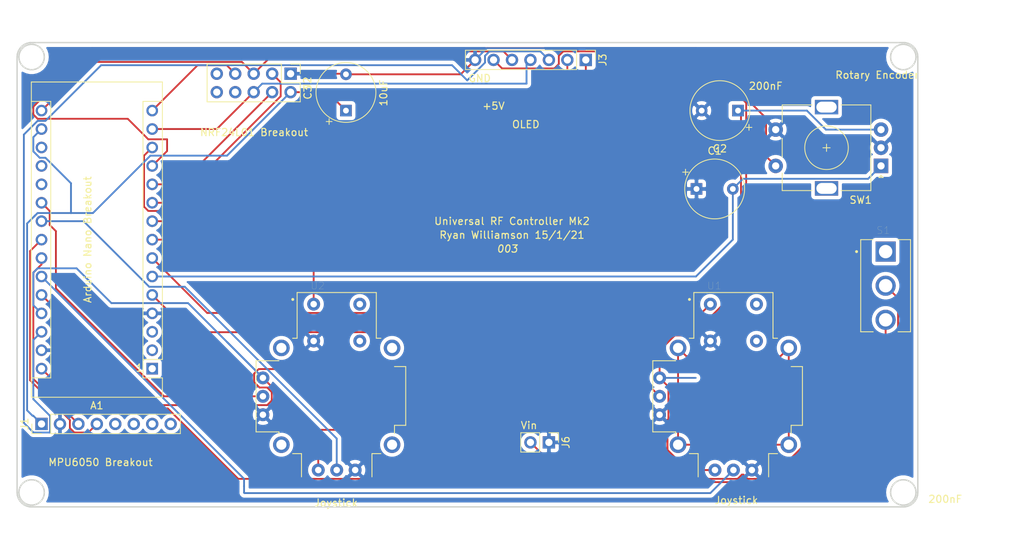
<source format=kicad_pcb>
(kicad_pcb (version 20171130) (host pcbnew "(5.1.7)-1")

  (general
    (thickness 1.6)
    (drawings 169)
    (tracks 209)
    (zones 0)
    (modules 12)
    (nets 40)
  )

  (page A4)
  (layers
    (0 F.Cu signal)
    (31 B.Cu signal)
    (32 B.Adhes user)
    (33 F.Adhes user)
    (34 B.Paste user)
    (35 F.Paste user)
    (36 B.SilkS user)
    (37 F.SilkS user)
    (38 B.Mask user)
    (39 F.Mask user)
    (40 Dwgs.User user)
    (41 Cmts.User user)
    (42 Eco1.User user)
    (43 Eco2.User user)
    (44 Edge.Cuts user)
    (45 Margin user)
    (46 B.CrtYd user hide)
    (47 F.CrtYd user)
    (48 B.Fab user hide)
    (49 F.Fab user hide)
  )

  (setup
    (last_trace_width 0.25)
    (trace_clearance 0.2)
    (zone_clearance 0.508)
    (zone_45_only no)
    (trace_min 0.2)
    (via_size 0.8)
    (via_drill 0.4)
    (via_min_size 0.4)
    (via_min_drill 0.3)
    (uvia_size 0.3)
    (uvia_drill 0.1)
    (uvias_allowed no)
    (uvia_min_size 0.2)
    (uvia_min_drill 0.1)
    (edge_width 0.05)
    (segment_width 0.2)
    (pcb_text_width 0.3)
    (pcb_text_size 1.5 1.5)
    (mod_edge_width 0.12)
    (mod_text_size 1 1)
    (mod_text_width 0.15)
    (pad_size 1.524 1.524)
    (pad_drill 0.762)
    (pad_to_mask_clearance 0)
    (aux_axis_origin 0 0)
    (visible_elements 7FFFFFFF)
    (pcbplotparams
      (layerselection 0x010fc_ffffffff)
      (usegerberextensions false)
      (usegerberattributes true)
      (usegerberadvancedattributes true)
      (creategerberjobfile true)
      (excludeedgelayer true)
      (linewidth 0.100000)
      (plotframeref false)
      (viasonmask false)
      (mode 1)
      (useauxorigin false)
      (hpglpennumber 1)
      (hpglpenspeed 20)
      (hpglpendiameter 15.000000)
      (psnegative false)
      (psa4output false)
      (plotreference true)
      (plotvalue true)
      (plotinvisibletext false)
      (padsonsilk false)
      (subtractmaskfromsilk false)
      (outputformat 1)
      (mirror false)
      (drillshape 0)
      (scaleselection 1)
      (outputdirectory "Gerber/"))
  )

  (net 0 "")
  (net 1 "Net-(A1-Pad1)")
  (net 2 "Net-(A1-Pad2)")
  (net 3 "Net-(A1-Pad18)")
  (net 4 "Net-(A1-Pad3)")
  (net 5 "Net-(A1-Pad19)")
  (net 6 GND)
  (net 7 "Net-(A1-Pad20)")
  (net 8 D2)
  (net 9 A2)
  (net 10 D3)
  (net 11 A3)
  (net 12 D4)
  (net 13 A4)
  (net 14 D5)
  (net 15 A5)
  (net 16 A6)
  (net 17 D7)
  (net 18 A7)
  (net 19 D8)
  (net 20 D9)
  (net 21 D11)
  (net 22 VIN)
  (net 23 D12)
  (net 24 D13)
  (net 25 3V3)
  (net 26 "Net-(J1-Pad5)")
  (net 27 "Net-(J1-Pad6)")
  (net 28 "Net-(J1-Pad7)")
  (net 29 "Net-(J1-Pad8)")
  (net 30 "Net-(J2-Pad8)")
  (net 31 5V)
  (net 32 "Net-(U1-PadS1)")
  (net 33 "Net-(U2-PadS1)")
  (net 34 "Net-(J2-Pad9)")
  (net 35 RESET)
  (net 36 D6)
  (net 37 D10)
  (net 38 "Net-(J6-Pad2)")
  (net 39 "Net-(S1-Pad1)")

  (net_class Default "This is the default net class."
    (clearance 0.2)
    (trace_width 0.25)
    (via_dia 0.8)
    (via_drill 0.4)
    (uvia_dia 0.3)
    (uvia_drill 0.1)
    (add_net 3V3)
    (add_net 5V)
    (add_net A2)
    (add_net A3)
    (add_net A4)
    (add_net A5)
    (add_net A6)
    (add_net A7)
    (add_net D10)
    (add_net D11)
    (add_net D12)
    (add_net D13)
    (add_net D2)
    (add_net D3)
    (add_net D4)
    (add_net D5)
    (add_net D6)
    (add_net D7)
    (add_net D8)
    (add_net D9)
    (add_net GND)
    (add_net "Net-(A1-Pad1)")
    (add_net "Net-(A1-Pad18)")
    (add_net "Net-(A1-Pad19)")
    (add_net "Net-(A1-Pad2)")
    (add_net "Net-(A1-Pad20)")
    (add_net "Net-(A1-Pad3)")
    (add_net "Net-(J1-Pad5)")
    (add_net "Net-(J1-Pad6)")
    (add_net "Net-(J1-Pad7)")
    (add_net "Net-(J1-Pad8)")
    (add_net "Net-(J2-Pad8)")
    (add_net "Net-(J2-Pad9)")
    (add_net "Net-(J6-Pad2)")
    (add_net "Net-(S1-Pad1)")
    (add_net "Net-(U1-PadS1)")
    (add_net "Net-(U2-PadS1)")
    (add_net RESET)
    (add_net VIN)
  )

  (module Connector_PinHeader_2.54mm:PinHeader_1x07_P2.54mm_Vertical (layer F.Cu) (tedit 59FED5CC) (tstamp 5FDA923C)
    (at 151.13 50.165 270)
    (descr "Through hole straight pin header, 1x07, 2.54mm pitch, single row")
    (tags "Through hole pin header THT 1x07 2.54mm single row")
    (path /5FDB6450)
    (fp_text reference J3 (at 0 -2.33 90) (layer F.SilkS)
      (effects (font (size 1 1) (thickness 0.15)))
    )
    (fp_text value OLED (at 0 17.57 90) (layer F.Fab)
      (effects (font (size 1 1) (thickness 0.15)))
    )
    (fp_line (start 1.8 -1.8) (end -1.8 -1.8) (layer F.CrtYd) (width 0.05))
    (fp_line (start 1.8 17.05) (end 1.8 -1.8) (layer F.CrtYd) (width 0.05))
    (fp_line (start -1.8 17.05) (end 1.8 17.05) (layer F.CrtYd) (width 0.05))
    (fp_line (start -1.8 -1.8) (end -1.8 17.05) (layer F.CrtYd) (width 0.05))
    (fp_line (start -1.33 -1.33) (end 0 -1.33) (layer F.SilkS) (width 0.12))
    (fp_line (start -1.33 0) (end -1.33 -1.33) (layer F.SilkS) (width 0.12))
    (fp_line (start -1.33 1.27) (end 1.33 1.27) (layer F.SilkS) (width 0.12))
    (fp_line (start 1.33 1.27) (end 1.33 16.57) (layer F.SilkS) (width 0.12))
    (fp_line (start -1.33 1.27) (end -1.33 16.57) (layer F.SilkS) (width 0.12))
    (fp_line (start -1.33 16.57) (end 1.33 16.57) (layer F.SilkS) (width 0.12))
    (fp_line (start -1.27 -0.635) (end -0.635 -1.27) (layer F.Fab) (width 0.1))
    (fp_line (start -1.27 16.51) (end -1.27 -0.635) (layer F.Fab) (width 0.1))
    (fp_line (start 1.27 16.51) (end -1.27 16.51) (layer F.Fab) (width 0.1))
    (fp_line (start 1.27 -1.27) (end 1.27 16.51) (layer F.Fab) (width 0.1))
    (fp_line (start -0.635 -1.27) (end 1.27 -1.27) (layer F.Fab) (width 0.1))
    (fp_text user %R (at 0 7.62) (layer F.Fab)
      (effects (font (size 1 1) (thickness 0.15)))
    )
    (pad 1 thru_hole rect (at 0 0 270) (size 1.7 1.7) (drill 1) (layers *.Cu *.Mask)
      (net 36 D6))
    (pad 2 thru_hole oval (at 0 2.54 270) (size 1.7 1.7) (drill 1) (layers *.Cu *.Mask)
      (net 37 D10))
    (pad 3 thru_hole oval (at 0 5.08 270) (size 1.7 1.7) (drill 1) (layers *.Cu *.Mask)
      (net 35 RESET))
    (pad 4 thru_hole oval (at 0 7.62 270) (size 1.7 1.7) (drill 1) (layers *.Cu *.Mask)
      (net 21 D11))
    (pad 5 thru_hole oval (at 0 10.16 270) (size 1.7 1.7) (drill 1) (layers *.Cu *.Mask)
      (net 24 D13))
    (pad 6 thru_hole oval (at 0 12.7 270) (size 1.7 1.7) (drill 1) (layers *.Cu *.Mask)
      (net 31 5V))
    (pad 7 thru_hole oval (at 0 15.24 270) (size 1.7 1.7) (drill 1) (layers *.Cu *.Mask)
      (net 6 GND))
    (model ${KISYS3DMOD}/Connector_PinHeader_2.54mm.3dshapes/PinHeader_1x07_P2.54mm_Vertical.wrl
      (at (xyz 0 0 0))
      (scale (xyz 1 1 1))
      (rotate (xyz 0 0 0))
    )
  )

  (module XDCR_COM-09032 (layer F.Cu) (tedit 5FC85775) (tstamp 5FDA8DA7)
    (at 171.45 96.52)
    (path /5FDC45CC)
    (fp_text reference U1 (at -2.625 -15.235) (layer F.SilkS)
      (effects (font (size 1 1) (thickness 0.015)))
    )
    (fp_text value COM-09032 (at 3.09 14.265) (layer F.Fab)
      (effects (font (size 1 1) (thickness 0.015)))
    )
    (fp_line (start 5.45 -14.3) (end -5.45 -14.3) (layer F.Fab) (width 0.127))
    (fp_line (start 4.85 11.1) (end -4.85 11.1) (layer F.Fab) (width 0.127))
    (fp_line (start 4.85 11.1) (end 4.85 7.9) (layer F.Fab) (width 0.127))
    (fp_line (start -4.85 11.1) (end -4.85 7.9) (layer F.Fab) (width 0.127))
    (fp_line (start 4.85 7.9) (end 7.95 7.9) (layer F.Fab) (width 0.127))
    (fp_line (start -4.85 7.9) (end -7.95 7.9) (layer F.Fab) (width 0.127))
    (fp_line (start 9.5 -4.1) (end 9.5 4) (layer F.Fab) (width 0.127))
    (fp_line (start 7.95 -4.1) (end 7.95 -8) (layer F.Fab) (width 0.127))
    (fp_line (start 7.95 4) (end 7.95 7.9) (layer F.Fab) (width 0.127))
    (fp_line (start 7.95 -4.1) (end 9.5 -4.1) (layer F.Fab) (width 0.127))
    (fp_line (start 7.95 4) (end 9.5 4) (layer F.Fab) (width 0.127))
    (fp_line (start 7.95 -8) (end 5.45 -8) (layer F.Fab) (width 0.127))
    (fp_line (start -5.45 -8) (end -7.95 -8) (layer F.Fab) (width 0.127))
    (fp_line (start 5.45 -14.3) (end 5.45 -8) (layer F.Fab) (width 0.127))
    (fp_line (start -5.45 -14.3) (end -5.45 -8) (layer F.Fab) (width 0.127))
    (fp_line (start -7.95 -4.9) (end -11.1 -4.9) (layer F.Fab) (width 0.127))
    (fp_line (start -7.95 4.9) (end -11.1 4.9) (layer F.Fab) (width 0.127))
    (fp_line (start -11.1 -4.9) (end -11.1 4.9) (layer F.Fab) (width 0.127))
    (fp_line (start -7.95 -4.9) (end -7.95 -8) (layer F.Fab) (width 0.127))
    (fp_line (start -7.95 4.9) (end -7.95 7.9) (layer F.Fab) (width 0.127))
    (fp_line (start -6.07 -8) (end -5.45 -8) (layer F.SilkS) (width 0.127))
    (fp_line (start -5.45 -8) (end -5.45 -14.3) (layer F.SilkS) (width 0.127))
    (fp_line (start -5.45 -14.3) (end 5.45 -14.3) (layer F.SilkS) (width 0.127))
    (fp_line (start 5.45 -14.3) (end 5.45 -8) (layer F.SilkS) (width 0.127))
    (fp_line (start 5.45 -8) (end 6.08 -8) (layer F.SilkS) (width 0.127))
    (fp_line (start 7.95 -4.1) (end 9.5 -4.1) (layer F.SilkS) (width 0.127))
    (fp_line (start 9.5 -4.1) (end 9.5 4) (layer F.SilkS) (width 0.127))
    (fp_line (start 9.5 4) (end 7.95 4) (layer F.SilkS) (width 0.127))
    (fp_line (start 7.95 4) (end 7.95 5.12) (layer F.SilkS) (width 0.127))
    (fp_line (start 6.08 7.9) (end 4.85 7.9) (layer F.SilkS) (width 0.127))
    (fp_line (start 4.85 7.9) (end 4.85 11.1) (layer F.SilkS) (width 0.127))
    (fp_line (start -4.85 11.1) (end -4.85 7.9) (layer F.SilkS) (width 0.127))
    (fp_line (start -4.85 7.9) (end -6.07 7.9) (layer F.SilkS) (width 0.127))
    (fp_line (start -7.95 5.17) (end -7.95 4.9) (layer F.SilkS) (width 0.127))
    (fp_line (start -7.95 4.9) (end -11.1 4.9) (layer F.SilkS) (width 0.127))
    (fp_line (start -11.1 4.9) (end -11.1 -4.9) (layer F.SilkS) (width 0.127))
    (fp_line (start -11.1 -4.9) (end -7.95 -4.9) (layer F.SilkS) (width 0.127))
    (fp_line (start -5.8 -12.35) (end -5.8 -14.6) (layer F.CrtYd) (width 0.05))
    (fp_line (start -5.8 -14.6) (end 5.7 -14.6) (layer F.CrtYd) (width 0.05))
    (fp_line (start 5.7 -14.6) (end 5.7 -12.35) (layer F.CrtYd) (width 0.05))
    (fp_circle (center -6.05 -13.35) (end -5.95 -13.35) (layer F.Fab) (width 0.2))
    (fp_circle (center -6.05 -13.35) (end -5.95 -13.35) (layer F.SilkS) (width 0.2))
    (fp_arc (start -0.05 -0.097339) (end -5.8 -12.35) (angle -309.72) (layer F.CrtYd) (width 0.05))
    (fp_arc (start 0 -0.062154) (end 5.45 -12.15) (angle 311.462) (layer F.Fab) (width 0.127))
    (pad V3 thru_hole circle (at -10.16 2.54) (size 1.778 1.778) (drill 0.889) (layers *.Cu *.Mask)
      (net 6 GND))
    (pad V2 thru_hole circle (at -10.16 0) (size 1.778 1.778) (drill 0.889) (layers *.Cu *.Mask)
      (net 18 A7))
    (pad V1 thru_hole circle (at -10.16 -2.54) (size 1.778 1.778) (drill 0.889) (layers *.Cu *.Mask)
      (net 31 5V))
    (pad S4 thru_hole circle (at 7.62 -6.6675) (size 2.286 2.286) (drill 1.397) (layers *.Cu *.Mask)
      (net 32 "Net-(U1-PadS1)"))
    (pad S3 thru_hole circle (at 7.62 6.6675) (size 2.286 2.286) (drill 1.397) (layers *.Cu *.Mask)
      (net 32 "Net-(U1-PadS1)"))
    (pad S2 thru_hole circle (at -7.62 6.6675) (size 2.286 2.286) (drill 1.397) (layers *.Cu *.Mask)
      (net 32 "Net-(U1-PadS1)"))
    (pad S1 thru_hole circle (at -7.62 -6.6675) (size 2.286 2.286) (drill 1.397) (layers *.Cu *.Mask)
      (net 32 "Net-(U1-PadS1)"))
    (pad H3 thru_hole circle (at 2.54 10.16) (size 1.778 1.778) (drill 0.889) (layers *.Cu *.Mask)
      (net 6 GND))
    (pad H2 thru_hole circle (at 0 10.16) (size 1.778 1.778) (drill 0.889) (layers *.Cu *.Mask)
      (net 16 A6))
    (pad H1 thru_hole circle (at -2.54 10.16) (size 1.778 1.778) (drill 0.889) (layers *.Cu *.Mask)
      (net 31 5V))
    (pad B2B thru_hole circle (at 3.175 -7.62) (size 1.778 1.778) (drill 0.9) (layers *.Cu *.Mask))
    (pad B2A thru_hole circle (at -3.175 -7.62) (size 1.778 1.778) (drill 0.9) (layers *.Cu *.Mask)
      (net 6 GND))
    (pad B1B thru_hole circle (at 3.175 -12.7) (size 1.778 1.778) (drill 0.9) (layers *.Cu *.Mask))
    (pad B1A thru_hole circle (at -3.175 -12.7) (size 1.778 1.778) (drill 0.9) (layers *.Cu *.Mask)
      (net 12 D4))
  )

  (module Module:Arduino_Nano (layer F.Cu) (tedit 58ACAF70) (tstamp 5FC88D02)
    (at 91.44 92.71 180)
    (descr "Arduino Nano, http://www.mouser.com/pdfdocs/Gravitech_Arduino_Nano3_0.pdf")
    (tags "Arduino Nano")
    (path /5FC6710E)
    (fp_text reference A1 (at 7.62 -5.08) (layer F.SilkS)
      (effects (font (size 1 1) (thickness 0.15)))
    )
    (fp_text value Arduino_Nano_v3.x (at 8.89 19.05 90) (layer F.Fab)
      (effects (font (size 1 1) (thickness 0.15)))
    )
    (fp_line (start 16.75 42.16) (end -1.53 42.16) (layer F.CrtYd) (width 0.05))
    (fp_line (start 16.75 42.16) (end 16.75 -4.06) (layer F.CrtYd) (width 0.05))
    (fp_line (start -1.53 -4.06) (end -1.53 42.16) (layer F.CrtYd) (width 0.05))
    (fp_line (start -1.53 -4.06) (end 16.75 -4.06) (layer F.CrtYd) (width 0.05))
    (fp_line (start 16.51 -3.81) (end 16.51 39.37) (layer F.Fab) (width 0.1))
    (fp_line (start 0 -3.81) (end 16.51 -3.81) (layer F.Fab) (width 0.1))
    (fp_line (start -1.27 -2.54) (end 0 -3.81) (layer F.Fab) (width 0.1))
    (fp_line (start -1.27 39.37) (end -1.27 -2.54) (layer F.Fab) (width 0.1))
    (fp_line (start 16.51 39.37) (end -1.27 39.37) (layer F.Fab) (width 0.1))
    (fp_line (start 16.64 -3.94) (end -1.4 -3.94) (layer F.SilkS) (width 0.12))
    (fp_line (start 16.64 39.5) (end 16.64 -3.94) (layer F.SilkS) (width 0.12))
    (fp_line (start -1.4 39.5) (end 16.64 39.5) (layer F.SilkS) (width 0.12))
    (fp_line (start 3.81 41.91) (end 3.81 31.75) (layer F.Fab) (width 0.1))
    (fp_line (start 11.43 41.91) (end 3.81 41.91) (layer F.Fab) (width 0.1))
    (fp_line (start 11.43 31.75) (end 11.43 41.91) (layer F.Fab) (width 0.1))
    (fp_line (start 3.81 31.75) (end 11.43 31.75) (layer F.Fab) (width 0.1))
    (fp_line (start 1.27 36.83) (end -1.4 36.83) (layer F.SilkS) (width 0.12))
    (fp_line (start 1.27 1.27) (end 1.27 36.83) (layer F.SilkS) (width 0.12))
    (fp_line (start 1.27 1.27) (end -1.4 1.27) (layer F.SilkS) (width 0.12))
    (fp_line (start 13.97 36.83) (end 16.64 36.83) (layer F.SilkS) (width 0.12))
    (fp_line (start 13.97 -1.27) (end 13.97 36.83) (layer F.SilkS) (width 0.12))
    (fp_line (start 13.97 -1.27) (end 16.64 -1.27) (layer F.SilkS) (width 0.12))
    (fp_line (start -1.4 -3.94) (end -1.4 -1.27) (layer F.SilkS) (width 0.12))
    (fp_line (start -1.4 1.27) (end -1.4 39.5) (layer F.SilkS) (width 0.12))
    (fp_line (start 1.27 -1.27) (end -1.4 -1.27) (layer F.SilkS) (width 0.12))
    (fp_line (start 1.27 1.27) (end 1.27 -1.27) (layer F.SilkS) (width 0.12))
    (fp_text user %R (at 6.35 19.05 90) (layer F.Fab)
      (effects (font (size 1 1) (thickness 0.15)))
    )
    (pad 16 thru_hole oval (at 15.24 35.56 180) (size 1.6 1.6) (drill 1) (layers *.Cu *.Mask)
      (net 24 D13))
    (pad 15 thru_hole oval (at 0 35.56 180) (size 1.6 1.6) (drill 1) (layers *.Cu *.Mask)
      (net 23 D12))
    (pad 30 thru_hole oval (at 15.24 0 180) (size 1.6 1.6) (drill 1) (layers *.Cu *.Mask)
      (net 22 VIN))
    (pad 14 thru_hole oval (at 0 33.02 180) (size 1.6 1.6) (drill 1) (layers *.Cu *.Mask)
      (net 21 D11))
    (pad 29 thru_hole oval (at 15.24 2.54 180) (size 1.6 1.6) (drill 1) (layers *.Cu *.Mask)
      (net 6 GND))
    (pad 13 thru_hole oval (at 0 30.48 180) (size 1.6 1.6) (drill 1) (layers *.Cu *.Mask)
      (net 37 D10))
    (pad 28 thru_hole oval (at 15.24 5.08 180) (size 1.6 1.6) (drill 1) (layers *.Cu *.Mask)
      (net 35 RESET))
    (pad 12 thru_hole oval (at 0 27.94 180) (size 1.6 1.6) (drill 1) (layers *.Cu *.Mask)
      (net 20 D9))
    (pad 27 thru_hole oval (at 15.24 7.62 180) (size 1.6 1.6) (drill 1) (layers *.Cu *.Mask)
      (net 31 5V))
    (pad 11 thru_hole oval (at 0 25.4 180) (size 1.6 1.6) (drill 1) (layers *.Cu *.Mask)
      (net 19 D8))
    (pad 26 thru_hole oval (at 15.24 10.16 180) (size 1.6 1.6) (drill 1) (layers *.Cu *.Mask)
      (net 18 A7))
    (pad 10 thru_hole oval (at 0 22.86 180) (size 1.6 1.6) (drill 1) (layers *.Cu *.Mask)
      (net 17 D7))
    (pad 25 thru_hole oval (at 15.24 12.7 180) (size 1.6 1.6) (drill 1) (layers *.Cu *.Mask)
      (net 16 A6))
    (pad 9 thru_hole oval (at 0 20.32 180) (size 1.6 1.6) (drill 1) (layers *.Cu *.Mask)
      (net 36 D6))
    (pad 24 thru_hole oval (at 15.24 15.24 180) (size 1.6 1.6) (drill 1) (layers *.Cu *.Mask)
      (net 15 A5))
    (pad 8 thru_hole oval (at 0 17.78 180) (size 1.6 1.6) (drill 1) (layers *.Cu *.Mask)
      (net 14 D5))
    (pad 23 thru_hole oval (at 15.24 17.78 180) (size 1.6 1.6) (drill 1) (layers *.Cu *.Mask)
      (net 13 A4))
    (pad 7 thru_hole oval (at 0 15.24 180) (size 1.6 1.6) (drill 1) (layers *.Cu *.Mask)
      (net 12 D4))
    (pad 22 thru_hole oval (at 15.24 20.32 180) (size 1.6 1.6) (drill 1) (layers *.Cu *.Mask)
      (net 11 A3))
    (pad 6 thru_hole oval (at 0 12.7 180) (size 1.6 1.6) (drill 1) (layers *.Cu *.Mask)
      (net 10 D3))
    (pad 21 thru_hole oval (at 15.24 22.86 180) (size 1.6 1.6) (drill 1) (layers *.Cu *.Mask)
      (net 9 A2))
    (pad 5 thru_hole oval (at 0 10.16 180) (size 1.6 1.6) (drill 1) (layers *.Cu *.Mask)
      (net 8 D2))
    (pad 20 thru_hole oval (at 15.24 25.4 180) (size 1.6 1.6) (drill 1) (layers *.Cu *.Mask)
      (net 7 "Net-(A1-Pad20)"))
    (pad 4 thru_hole oval (at 0 7.62 180) (size 1.6 1.6) (drill 1) (layers *.Cu *.Mask)
      (net 6 GND))
    (pad 19 thru_hole oval (at 15.24 27.94 180) (size 1.6 1.6) (drill 1) (layers *.Cu *.Mask)
      (net 5 "Net-(A1-Pad19)"))
    (pad 3 thru_hole oval (at 0 5.08 180) (size 1.6 1.6) (drill 1) (layers *.Cu *.Mask)
      (net 4 "Net-(A1-Pad3)"))
    (pad 18 thru_hole oval (at 15.24 30.48 180) (size 1.6 1.6) (drill 1) (layers *.Cu *.Mask)
      (net 3 "Net-(A1-Pad18)"))
    (pad 2 thru_hole oval (at 0 2.54 180) (size 1.6 1.6) (drill 1) (layers *.Cu *.Mask)
      (net 2 "Net-(A1-Pad2)"))
    (pad 17 thru_hole oval (at 15.24 33.02 180) (size 1.6 1.6) (drill 1) (layers *.Cu *.Mask)
      (net 25 3V3))
    (pad 1 thru_hole rect (at 0 0 180) (size 1.6 1.6) (drill 1) (layers *.Cu *.Mask)
      (net 1 "Net-(A1-Pad1)"))
    (model ${KISYS3DMOD}/Module.3dshapes/Arduino_Nano_WithMountingHoles.wrl
      (at (xyz 0 0 0))
      (scale (xyz 1 1 1))
      (rotate (xyz 0 0 0))
    )
  )

  (module Rotary_Encoder:RotaryEncoder_Alps_EC11E-Switch_Vertical_H20mm (layer F.Cu) (tedit 5A74C8CB) (tstamp 5FC8A30C)
    (at 191.77 64.77 180)
    (descr "Alps rotary encoder, EC12E... with switch, vertical shaft, http://www.alps.com/prod/info/E/HTML/Encoder/Incremental/EC11/EC11E15204A3.html")
    (tags "rotary encoder")
    (path /5FC63857)
    (fp_text reference SW1 (at 2.8 -4.7) (layer F.SilkS)
      (effects (font (size 1 1) (thickness 0.15)))
    )
    (fp_text value Rotary_Encoder_Switch (at 7.5 10.4) (layer F.Fab)
      (effects (font (size 1 1) (thickness 0.15)))
    )
    (fp_circle (center 7.5 2.5) (end 10.5 2.5) (layer F.Fab) (width 0.12))
    (fp_circle (center 7.5 2.5) (end 10.5 2.5) (layer F.SilkS) (width 0.12))
    (fp_line (start 16 9.6) (end -1.5 9.6) (layer F.CrtYd) (width 0.05))
    (fp_line (start 16 9.6) (end 16 -4.6) (layer F.CrtYd) (width 0.05))
    (fp_line (start -1.5 -4.6) (end -1.5 9.6) (layer F.CrtYd) (width 0.05))
    (fp_line (start -1.5 -4.6) (end 16 -4.6) (layer F.CrtYd) (width 0.05))
    (fp_line (start 2.5 -3.3) (end 13.5 -3.3) (layer F.Fab) (width 0.12))
    (fp_line (start 13.5 -3.3) (end 13.5 8.3) (layer F.Fab) (width 0.12))
    (fp_line (start 13.5 8.3) (end 1.5 8.3) (layer F.Fab) (width 0.12))
    (fp_line (start 1.5 8.3) (end 1.5 -2.2) (layer F.Fab) (width 0.12))
    (fp_line (start 1.5 -2.2) (end 2.5 -3.3) (layer F.Fab) (width 0.12))
    (fp_line (start 9.5 -3.4) (end 13.6 -3.4) (layer F.SilkS) (width 0.12))
    (fp_line (start 13.6 8.4) (end 9.5 8.4) (layer F.SilkS) (width 0.12))
    (fp_line (start 5.5 8.4) (end 1.4 8.4) (layer F.SilkS) (width 0.12))
    (fp_line (start 5.5 -3.4) (end 1.4 -3.4) (layer F.SilkS) (width 0.12))
    (fp_line (start 1.4 -3.4) (end 1.4 8.4) (layer F.SilkS) (width 0.12))
    (fp_line (start 0 -1.3) (end -0.3 -1.6) (layer F.SilkS) (width 0.12))
    (fp_line (start -0.3 -1.6) (end 0.3 -1.6) (layer F.SilkS) (width 0.12))
    (fp_line (start 0.3 -1.6) (end 0 -1.3) (layer F.SilkS) (width 0.12))
    (fp_line (start 7.5 -0.5) (end 7.5 5.5) (layer F.Fab) (width 0.12))
    (fp_line (start 4.5 2.5) (end 10.5 2.5) (layer F.Fab) (width 0.12))
    (fp_line (start 13.6 -3.4) (end 13.6 -1) (layer F.SilkS) (width 0.12))
    (fp_line (start 13.6 1.2) (end 13.6 3.8) (layer F.SilkS) (width 0.12))
    (fp_line (start 13.6 6) (end 13.6 8.4) (layer F.SilkS) (width 0.12))
    (fp_line (start 7.5 2) (end 7.5 3) (layer F.SilkS) (width 0.12))
    (fp_line (start 7 2.5) (end 8 2.5) (layer F.SilkS) (width 0.12))
    (fp_text user %R (at 11.1 6.3) (layer F.Fab)
      (effects (font (size 1 1) (thickness 0.15)))
    )
    (pad A thru_hole rect (at 0 0 180) (size 2 2) (drill 1) (layers *.Cu *.Mask)
      (net 10 D3))
    (pad C thru_hole circle (at 0 2.5 180) (size 2 2) (drill 1) (layers *.Cu *.Mask)
      (net 6 GND))
    (pad B thru_hole circle (at 0 5 180) (size 2 2) (drill 1) (layers *.Cu *.Mask)
      (net 8 D2))
    (pad MP thru_hole rect (at 7.5 -3.1 180) (size 3.2 2) (drill oval 2.8 1.5) (layers *.Cu *.Mask))
    (pad MP thru_hole rect (at 7.5 8.1 180) (size 3.2 2) (drill oval 2.8 1.5) (layers *.Cu *.Mask))
    (pad S2 thru_hole circle (at 14.5 0 180) (size 2 2) (drill 1) (layers *.Cu *.Mask)
      (net 20 D9))
    (pad S1 thru_hole circle (at 14.5 5 180) (size 2 2) (drill 1) (layers *.Cu *.Mask)
      (net 6 GND))
    (model ${KISYS3DMOD}/Rotary_Encoder.3dshapes/RotaryEncoder_Alps_EC11E-Switch_Vertical_H20mm.wrl
      (at (xyz 0 0 0))
      (scale (xyz 1 1 1))
      (rotate (xyz 0 0 0))
    )
  )

  (module Capacitor_THT:CP_Radial_Tantal_D8.0mm_P5.00mm (layer F.Cu) (tedit 5AE50EF0) (tstamp 5FC8A4E6)
    (at 166.37 67.945)
    (descr "CP, Radial_Tantal series, Radial, pin pitch=5.00mm, , diameter=8.0mm, Tantal Electrolytic Capacitor, http://cdn-reichelt.de/documents/datenblatt/B300/TANTAL-TB-Serie%23.pdf")
    (tags "CP Radial_Tantal series Radial pin pitch 5.00mm  diameter 8.0mm Tantal Electrolytic Capacitor")
    (path /5FC65F14)
    (fp_text reference C1 (at 2.5 -5.25) (layer F.SilkS)
      (effects (font (size 1 1) (thickness 0.15)))
    )
    (fp_text value 200nF (at 2.5 5.25) (layer F.Fab)
      (effects (font (size 1 1) (thickness 0.15)))
    )
    (fp_line (start -1.509698 -2.715) (end -1.509698 -1.915) (layer F.SilkS) (width 0.12))
    (fp_line (start -1.909698 -2.315) (end -1.109698 -2.315) (layer F.SilkS) (width 0.12))
    (fp_line (start -0.526759 -2.1475) (end -0.526759 -1.3475) (layer F.Fab) (width 0.1))
    (fp_line (start -0.926759 -1.7475) (end -0.126759 -1.7475) (layer F.Fab) (width 0.1))
    (fp_circle (center 2.5 0) (end 6.75 0) (layer F.CrtYd) (width 0.05))
    (fp_circle (center 2.5 0) (end 6.62 0) (layer F.SilkS) (width 0.12))
    (fp_circle (center 2.5 0) (end 6.5 0) (layer F.Fab) (width 0.1))
    (fp_text user %R (at 2.5 0) (layer F.Fab)
      (effects (font (size 1 1) (thickness 0.15)))
    )
    (pad 2 thru_hole circle (at 5 0) (size 1.6 1.6) (drill 0.8) (layers *.Cu *.Mask)
      (net 10 D3))
    (pad 1 thru_hole rect (at 0 0) (size 1.6 1.6) (drill 0.8) (layers *.Cu *.Mask)
      (net 6 GND))
    (model ${KISYS3DMOD}/Capacitor_THT.3dshapes/CP_Radial_Tantal_D8.0mm_P5.00mm.wrl
      (at (xyz 0 0 0))
      (scale (xyz 1 1 1))
      (rotate (xyz 0 0 0))
    )
  )

  (module Capacitor_THT:CP_Radial_Tantal_D8.0mm_P5.00mm (layer F.Cu) (tedit 5AE50EF0) (tstamp 5FC8B83B)
    (at 172.085 57.15 180)
    (descr "CP, Radial_Tantal series, Radial, pin pitch=5.00mm, , diameter=8.0mm, Tantal Electrolytic Capacitor, http://cdn-reichelt.de/documents/datenblatt/B300/TANTAL-TB-Serie%23.pdf")
    (tags "CP Radial_Tantal series Radial pin pitch 5.00mm  diameter 8.0mm Tantal Electrolytic Capacitor")
    (path /5FC65504)
    (fp_text reference C2 (at 2.5 -5.25) (layer F.SilkS)
      (effects (font (size 1 1) (thickness 0.15)))
    )
    (fp_text value 200nF (at 2.5 5.25) (layer F.Fab)
      (effects (font (size 1 1) (thickness 0.15)))
    )
    (fp_line (start -1.509698 -2.715) (end -1.509698 -1.915) (layer F.SilkS) (width 0.12))
    (fp_line (start -1.909698 -2.315) (end -1.109698 -2.315) (layer F.SilkS) (width 0.12))
    (fp_line (start -0.526759 -2.1475) (end -0.526759 -1.3475) (layer F.Fab) (width 0.1))
    (fp_line (start -0.926759 -1.7475) (end -0.126759 -1.7475) (layer F.Fab) (width 0.1))
    (fp_circle (center 2.5 0) (end 6.75 0) (layer F.CrtYd) (width 0.05))
    (fp_circle (center 2.5 0) (end 6.62 0) (layer F.SilkS) (width 0.12))
    (fp_circle (center 2.5 0) (end 6.5 0) (layer F.Fab) (width 0.1))
    (fp_text user %R (at 2.5 0) (layer F.Fab)
      (effects (font (size 1 1) (thickness 0.15)))
    )
    (pad 2 thru_hole circle (at 5 0 180) (size 1.6 1.6) (drill 0.8) (layers *.Cu *.Mask)
      (net 6 GND))
    (pad 1 thru_hole rect (at 0 0 180) (size 1.6 1.6) (drill 0.8) (layers *.Cu *.Mask)
      (net 8 D2))
    (model ${KISYS3DMOD}/Capacitor_THT.3dshapes/CP_Radial_Tantal_D8.0mm_P5.00mm.wrl
      (at (xyz 0 0 0))
      (scale (xyz 1 1 1))
      (rotate (xyz 0 0 0))
    )
  )

  (module Capacitor_THT:CP_Radial_Tantal_D8.0mm_P5.00mm (layer F.Cu) (tedit 5AE50EF0) (tstamp 5FC8B1B6)
    (at 118.11 57.15 90)
    (descr "CP, Radial_Tantal series, Radial, pin pitch=5.00mm, , diameter=8.0mm, Tantal Electrolytic Capacitor, http://cdn-reichelt.de/documents/datenblatt/B300/TANTAL-TB-Serie%23.pdf")
    (tags "CP Radial_Tantal series Radial pin pitch 5.00mm  diameter 8.0mm Tantal Electrolytic Capacitor")
    (path /5FCA28FE)
    (fp_text reference C3 (at 2.5 -5.25 90) (layer F.SilkS)
      (effects (font (size 1 1) (thickness 0.15)))
    )
    (fp_text value 10uF (at 2.5 5.25 90) (layer F.Fab)
      (effects (font (size 1 1) (thickness 0.15)))
    )
    (fp_line (start -1.509698 -2.715) (end -1.509698 -1.915) (layer F.SilkS) (width 0.12))
    (fp_line (start -1.909698 -2.315) (end -1.109698 -2.315) (layer F.SilkS) (width 0.12))
    (fp_line (start -0.526759 -2.1475) (end -0.526759 -1.3475) (layer F.Fab) (width 0.1))
    (fp_line (start -0.926759 -1.7475) (end -0.126759 -1.7475) (layer F.Fab) (width 0.1))
    (fp_circle (center 2.5 0) (end 6.75 0) (layer F.CrtYd) (width 0.05))
    (fp_circle (center 2.5 0) (end 6.62 0) (layer F.SilkS) (width 0.12))
    (fp_circle (center 2.5 0) (end 6.5 0) (layer F.Fab) (width 0.1))
    (fp_text user %R (at 2.5 0 90) (layer F.Fab)
      (effects (font (size 1 1) (thickness 0.15)))
    )
    (pad 2 thru_hole circle (at 5 0 90) (size 1.6 1.6) (drill 0.8) (layers *.Cu *.Mask)
      (net 6 GND))
    (pad 1 thru_hole rect (at 0 0 90) (size 1.6 1.6) (drill 0.8) (layers *.Cu *.Mask)
      (net 25 3V3))
    (model ${KISYS3DMOD}/Capacitor_THT.3dshapes/CP_Radial_Tantal_D8.0mm_P5.00mm.wrl
      (at (xyz 0 0 0))
      (scale (xyz 1 1 1))
      (rotate (xyz 0 0 0))
    )
  )

  (module Connector_PinHeader_2.54mm:PinHeader_1x08_P2.54mm_Vertical (layer F.Cu) (tedit 59FED5CC) (tstamp 5FCED0DC)
    (at 76.2 100.33 90)
    (descr "Through hole straight pin header, 1x08, 2.54mm pitch, single row")
    (tags "Through hole pin header THT 1x08 2.54mm single row")
    (path /5FC6C207)
    (fp_text reference J1 (at 0 -2.33 90) (layer F.SilkS)
      (effects (font (size 1 1) (thickness 0.15)))
    )
    (fp_text value "MPU6050 Breakout" (at 0 20.11 90) (layer F.Fab)
      (effects (font (size 1 1) (thickness 0.15)))
    )
    (fp_line (start 1.8 -1.8) (end -1.8 -1.8) (layer F.CrtYd) (width 0.05))
    (fp_line (start 1.8 19.55) (end 1.8 -1.8) (layer F.CrtYd) (width 0.05))
    (fp_line (start -1.8 19.55) (end 1.8 19.55) (layer F.CrtYd) (width 0.05))
    (fp_line (start -1.8 -1.8) (end -1.8 19.55) (layer F.CrtYd) (width 0.05))
    (fp_line (start -1.33 -1.33) (end 0 -1.33) (layer F.SilkS) (width 0.12))
    (fp_line (start -1.33 0) (end -1.33 -1.33) (layer F.SilkS) (width 0.12))
    (fp_line (start -1.33 1.27) (end 1.33 1.27) (layer F.SilkS) (width 0.12))
    (fp_line (start 1.33 1.27) (end 1.33 19.11) (layer F.SilkS) (width 0.12))
    (fp_line (start -1.33 1.27) (end -1.33 19.11) (layer F.SilkS) (width 0.12))
    (fp_line (start -1.33 19.11) (end 1.33 19.11) (layer F.SilkS) (width 0.12))
    (fp_line (start -1.27 -0.635) (end -0.635 -1.27) (layer F.Fab) (width 0.1))
    (fp_line (start -1.27 19.05) (end -1.27 -0.635) (layer F.Fab) (width 0.1))
    (fp_line (start 1.27 19.05) (end -1.27 19.05) (layer F.Fab) (width 0.1))
    (fp_line (start 1.27 -1.27) (end 1.27 19.05) (layer F.Fab) (width 0.1))
    (fp_line (start -0.635 -1.27) (end 1.27 -1.27) (layer F.Fab) (width 0.1))
    (fp_text user %R (at 0 8.89) (layer F.Fab)
      (effects (font (size 1 1) (thickness 0.15)))
    )
    (pad 8 thru_hole oval (at 0 17.78 90) (size 1.7 1.7) (drill 1) (layers *.Cu *.Mask)
      (net 29 "Net-(J1-Pad8)"))
    (pad 7 thru_hole oval (at 0 15.24 90) (size 1.7 1.7) (drill 1) (layers *.Cu *.Mask)
      (net 28 "Net-(J1-Pad7)"))
    (pad 6 thru_hole oval (at 0 12.7 90) (size 1.7 1.7) (drill 1) (layers *.Cu *.Mask)
      (net 27 "Net-(J1-Pad6)"))
    (pad 5 thru_hole oval (at 0 10.16 90) (size 1.7 1.7) (drill 1) (layers *.Cu *.Mask)
      (net 26 "Net-(J1-Pad5)"))
    (pad 4 thru_hole oval (at 0 7.62 90) (size 1.7 1.7) (drill 1) (layers *.Cu *.Mask)
      (net 13 A4))
    (pad 3 thru_hole oval (at 0 5.08 90) (size 1.7 1.7) (drill 1) (layers *.Cu *.Mask)
      (net 15 A5))
    (pad 2 thru_hole oval (at 0 2.54 90) (size 1.7 1.7) (drill 1) (layers *.Cu *.Mask)
      (net 6 GND))
    (pad 1 thru_hole rect (at 0 0 90) (size 1.7 1.7) (drill 1) (layers *.Cu *.Mask)
      (net 25 3V3))
    (model ${KISYS3DMOD}/Connector_PinHeader_2.54mm.3dshapes/PinHeader_1x08_P2.54mm_Vertical.wrl
      (at (xyz 0 0 0))
      (scale (xyz 1 1 1))
      (rotate (xyz 0 0 0))
    )
  )

  (module Connector_PinHeader_2.54mm:PinHeader_1x02_P2.54mm_Vertical (layer F.Cu) (tedit 59FED5CC) (tstamp 5FC8A6DC)
    (at 146.05 102.87 270)
    (descr "Through hole straight pin header, 1x02, 2.54mm pitch, single row")
    (tags "Through hole pin header THT 1x02 2.54mm single row")
    (path /5FCAE550)
    (fp_text reference J6 (at 0 -2.33 90) (layer F.SilkS)
      (effects (font (size 1 1) (thickness 0.15)))
    )
    (fp_text value "Battery Connector" (at 0 4.87 90) (layer F.Fab)
      (effects (font (size 1 1) (thickness 0.15)))
    )
    (fp_line (start 1.8 -1.8) (end -1.8 -1.8) (layer F.CrtYd) (width 0.05))
    (fp_line (start 1.8 4.35) (end 1.8 -1.8) (layer F.CrtYd) (width 0.05))
    (fp_line (start -1.8 4.35) (end 1.8 4.35) (layer F.CrtYd) (width 0.05))
    (fp_line (start -1.8 -1.8) (end -1.8 4.35) (layer F.CrtYd) (width 0.05))
    (fp_line (start -1.33 -1.33) (end 0 -1.33) (layer F.SilkS) (width 0.12))
    (fp_line (start -1.33 0) (end -1.33 -1.33) (layer F.SilkS) (width 0.12))
    (fp_line (start -1.33 1.27) (end 1.33 1.27) (layer F.SilkS) (width 0.12))
    (fp_line (start 1.33 1.27) (end 1.33 3.87) (layer F.SilkS) (width 0.12))
    (fp_line (start -1.33 1.27) (end -1.33 3.87) (layer F.SilkS) (width 0.12))
    (fp_line (start -1.33 3.87) (end 1.33 3.87) (layer F.SilkS) (width 0.12))
    (fp_line (start -1.27 -0.635) (end -0.635 -1.27) (layer F.Fab) (width 0.1))
    (fp_line (start -1.27 3.81) (end -1.27 -0.635) (layer F.Fab) (width 0.1))
    (fp_line (start 1.27 3.81) (end -1.27 3.81) (layer F.Fab) (width 0.1))
    (fp_line (start 1.27 -1.27) (end 1.27 3.81) (layer F.Fab) (width 0.1))
    (fp_line (start -0.635 -1.27) (end 1.27 -1.27) (layer F.Fab) (width 0.1))
    (fp_text user %R (at 0 1.27) (layer F.Fab)
      (effects (font (size 1 1) (thickness 0.15)))
    )
    (pad 2 thru_hole oval (at 0 2.54 270) (size 1.7 1.7) (drill 1) (layers *.Cu *.Mask)
      (net 38 "Net-(J6-Pad2)"))
    (pad 1 thru_hole rect (at 0 0 270) (size 1.7 1.7) (drill 1) (layers *.Cu *.Mask)
      (net 6 GND))
    (model ${KISYS3DMOD}/Connector_PinHeader_2.54mm.3dshapes/PinHeader_1x02_P2.54mm_Vertical.wrl
      (at (xyz 0 0 0))
      (scale (xyz 1 1 1))
      (rotate (xyz 0 0 0))
    )
  )

  (module Connector_PinHeader_2.54mm:PinHeader_2x05_P2.54mm_Vertical (layer F.Cu) (tedit 59FED5CC) (tstamp 5FC994C6)
    (at 110.49 52.07 270)
    (descr "Through hole straight pin header, 2x05, 2.54mm pitch, double rows")
    (tags "Through hole pin header THT 2x05 2.54mm double row")
    (path /5FC6E16A)
    (fp_text reference J2 (at 1.27 -2.33 90) (layer F.SilkS)
      (effects (font (size 1 1) (thickness 0.15)))
    )
    (fp_text value "NRF24L01+ Breakout" (at 1.27 12.49 90) (layer F.Fab)
      (effects (font (size 1 1) (thickness 0.15)))
    )
    (fp_line (start 4.35 -1.8) (end -1.8 -1.8) (layer F.CrtYd) (width 0.05))
    (fp_line (start 4.35 11.95) (end 4.35 -1.8) (layer F.CrtYd) (width 0.05))
    (fp_line (start -1.8 11.95) (end 4.35 11.95) (layer F.CrtYd) (width 0.05))
    (fp_line (start -1.8 -1.8) (end -1.8 11.95) (layer F.CrtYd) (width 0.05))
    (fp_line (start -1.33 -1.33) (end 0 -1.33) (layer F.SilkS) (width 0.12))
    (fp_line (start -1.33 0) (end -1.33 -1.33) (layer F.SilkS) (width 0.12))
    (fp_line (start 1.27 -1.33) (end 3.87 -1.33) (layer F.SilkS) (width 0.12))
    (fp_line (start 1.27 1.27) (end 1.27 -1.33) (layer F.SilkS) (width 0.12))
    (fp_line (start -1.33 1.27) (end 1.27 1.27) (layer F.SilkS) (width 0.12))
    (fp_line (start 3.87 -1.33) (end 3.87 11.49) (layer F.SilkS) (width 0.12))
    (fp_line (start -1.33 1.27) (end -1.33 11.49) (layer F.SilkS) (width 0.12))
    (fp_line (start -1.33 11.49) (end 3.87 11.49) (layer F.SilkS) (width 0.12))
    (fp_line (start -1.27 0) (end 0 -1.27) (layer F.Fab) (width 0.1))
    (fp_line (start -1.27 11.43) (end -1.27 0) (layer F.Fab) (width 0.1))
    (fp_line (start 3.81 11.43) (end -1.27 11.43) (layer F.Fab) (width 0.1))
    (fp_line (start 3.81 -1.27) (end 3.81 11.43) (layer F.Fab) (width 0.1))
    (fp_line (start 0 -1.27) (end 3.81 -1.27) (layer F.Fab) (width 0.1))
    (fp_text user %R (at 1.27 5.08) (layer F.Fab)
      (effects (font (size 1 1) (thickness 0.15)))
    )
    (pad 10 thru_hole oval (at 2.54 10.16 270) (size 1.7 1.7) (drill 1) (layers *.Cu *.Mask))
    (pad 9 thru_hole oval (at 0 10.16 270) (size 1.7 1.7) (drill 1) (layers *.Cu *.Mask)
      (net 34 "Net-(J2-Pad9)"))
    (pad 8 thru_hole oval (at 2.54 7.62 270) (size 1.7 1.7) (drill 1) (layers *.Cu *.Mask)
      (net 30 "Net-(J2-Pad8)"))
    (pad 7 thru_hole oval (at 0 7.62 270) (size 1.7 1.7) (drill 1) (layers *.Cu *.Mask)
      (net 23 D12))
    (pad 6 thru_hole oval (at 2.54 5.08 270) (size 1.7 1.7) (drill 1) (layers *.Cu *.Mask)
      (net 21 D11))
    (pad 5 thru_hole oval (at 0 5.08 270) (size 1.7 1.7) (drill 1) (layers *.Cu *.Mask)
      (net 24 D13))
    (pad 4 thru_hole oval (at 2.54 2.54 270) (size 1.7 1.7) (drill 1) (layers *.Cu *.Mask)
      (net 19 D8))
    (pad 3 thru_hole oval (at 0 2.54 270) (size 1.7 1.7) (drill 1) (layers *.Cu *.Mask)
      (net 17 D7))
    (pad 2 thru_hole oval (at 2.54 0 270) (size 1.7 1.7) (drill 1) (layers *.Cu *.Mask)
      (net 25 3V3))
    (pad 1 thru_hole rect (at 0 0 270) (size 1.7 1.7) (drill 1) (layers *.Cu *.Mask)
      (net 6 GND))
    (model ${KISYS3DMOD}/Connector_PinHeader_2.54mm.3dshapes/PinHeader_2x05_P2.54mm_Vertical.wrl
      (at (xyz 0 0 0))
      (scale (xyz 1 1 1))
      (rotate (xyz 0 0 0))
    )
  )

  (module XDCR_COM-09032 (layer F.Cu) (tedit 5FC85775) (tstamp 5FDA8DE4)
    (at 116.84 96.52)
    (path /5FDBFD5E)
    (fp_text reference U2 (at -2.625 -15.235) (layer F.SilkS)
      (effects (font (size 1 1) (thickness 0.015)))
    )
    (fp_text value COM-09032 (at 3.09 14.265) (layer F.Fab)
      (effects (font (size 1 1) (thickness 0.015)))
    )
    (fp_circle (center -6.05 -13.35) (end -5.95 -13.35) (layer F.SilkS) (width 0.2))
    (fp_circle (center -6.05 -13.35) (end -5.95 -13.35) (layer F.Fab) (width 0.2))
    (fp_line (start 5.7 -14.6) (end 5.7 -12.35) (layer F.CrtYd) (width 0.05))
    (fp_line (start -5.8 -14.6) (end 5.7 -14.6) (layer F.CrtYd) (width 0.05))
    (fp_line (start -5.8 -12.35) (end -5.8 -14.6) (layer F.CrtYd) (width 0.05))
    (fp_line (start -11.1 -4.9) (end -7.95 -4.9) (layer F.SilkS) (width 0.127))
    (fp_line (start -11.1 4.9) (end -11.1 -4.9) (layer F.SilkS) (width 0.127))
    (fp_line (start -7.95 4.9) (end -11.1 4.9) (layer F.SilkS) (width 0.127))
    (fp_line (start -7.95 5.17) (end -7.95 4.9) (layer F.SilkS) (width 0.127))
    (fp_line (start -4.85 7.9) (end -6.07 7.9) (layer F.SilkS) (width 0.127))
    (fp_line (start -4.85 11.1) (end -4.85 7.9) (layer F.SilkS) (width 0.127))
    (fp_line (start 4.85 7.9) (end 4.85 11.1) (layer F.SilkS) (width 0.127))
    (fp_line (start 6.08 7.9) (end 4.85 7.9) (layer F.SilkS) (width 0.127))
    (fp_line (start 7.95 4) (end 7.95 5.12) (layer F.SilkS) (width 0.127))
    (fp_line (start 9.5 4) (end 7.95 4) (layer F.SilkS) (width 0.127))
    (fp_line (start 9.5 -4.1) (end 9.5 4) (layer F.SilkS) (width 0.127))
    (fp_line (start 7.95 -4.1) (end 9.5 -4.1) (layer F.SilkS) (width 0.127))
    (fp_line (start 5.45 -8) (end 6.08 -8) (layer F.SilkS) (width 0.127))
    (fp_line (start 5.45 -14.3) (end 5.45 -8) (layer F.SilkS) (width 0.127))
    (fp_line (start -5.45 -14.3) (end 5.45 -14.3) (layer F.SilkS) (width 0.127))
    (fp_line (start -5.45 -8) (end -5.45 -14.3) (layer F.SilkS) (width 0.127))
    (fp_line (start -6.07 -8) (end -5.45 -8) (layer F.SilkS) (width 0.127))
    (fp_line (start -7.95 4.9) (end -7.95 7.9) (layer F.Fab) (width 0.127))
    (fp_line (start -7.95 -4.9) (end -7.95 -8) (layer F.Fab) (width 0.127))
    (fp_line (start -11.1 -4.9) (end -11.1 4.9) (layer F.Fab) (width 0.127))
    (fp_line (start -7.95 4.9) (end -11.1 4.9) (layer F.Fab) (width 0.127))
    (fp_line (start -7.95 -4.9) (end -11.1 -4.9) (layer F.Fab) (width 0.127))
    (fp_line (start -5.45 -14.3) (end -5.45 -8) (layer F.Fab) (width 0.127))
    (fp_line (start 5.45 -14.3) (end 5.45 -8) (layer F.Fab) (width 0.127))
    (fp_line (start -5.45 -8) (end -7.95 -8) (layer F.Fab) (width 0.127))
    (fp_line (start 7.95 -8) (end 5.45 -8) (layer F.Fab) (width 0.127))
    (fp_line (start 7.95 4) (end 9.5 4) (layer F.Fab) (width 0.127))
    (fp_line (start 7.95 -4.1) (end 9.5 -4.1) (layer F.Fab) (width 0.127))
    (fp_line (start 7.95 4) (end 7.95 7.9) (layer F.Fab) (width 0.127))
    (fp_line (start 7.95 -4.1) (end 7.95 -8) (layer F.Fab) (width 0.127))
    (fp_line (start 9.5 -4.1) (end 9.5 4) (layer F.Fab) (width 0.127))
    (fp_line (start -4.85 7.9) (end -7.95 7.9) (layer F.Fab) (width 0.127))
    (fp_line (start 4.85 7.9) (end 7.95 7.9) (layer F.Fab) (width 0.127))
    (fp_line (start -4.85 11.1) (end -4.85 7.9) (layer F.Fab) (width 0.127))
    (fp_line (start 4.85 11.1) (end 4.85 7.9) (layer F.Fab) (width 0.127))
    (fp_line (start 4.85 11.1) (end -4.85 11.1) (layer F.Fab) (width 0.127))
    (fp_line (start 5.45 -14.3) (end -5.45 -14.3) (layer F.Fab) (width 0.127))
    (fp_arc (start 0 -0.062154) (end 5.45 -12.15) (angle 311.462) (layer F.Fab) (width 0.127))
    (fp_arc (start -0.05 -0.097339) (end -5.8 -12.35) (angle -309.72) (layer F.CrtYd) (width 0.05))
    (pad B1A thru_hole circle (at -3.175 -12.7) (size 1.778 1.778) (drill 0.9) (layers *.Cu *.Mask)
      (net 14 D5))
    (pad B1B thru_hole circle (at 3.175 -12.7) (size 1.778 1.778) (drill 0.9) (layers *.Cu *.Mask))
    (pad B2A thru_hole circle (at -3.175 -7.62) (size 1.778 1.778) (drill 0.9) (layers *.Cu *.Mask)
      (net 6 GND))
    (pad B2B thru_hole circle (at 3.175 -7.62) (size 1.778 1.778) (drill 0.9) (layers *.Cu *.Mask))
    (pad H1 thru_hole circle (at -2.54 10.16) (size 1.778 1.778) (drill 0.889) (layers *.Cu *.Mask)
      (net 31 5V))
    (pad H2 thru_hole circle (at 0 10.16) (size 1.778 1.778) (drill 0.889) (layers *.Cu *.Mask)
      (net 11 A3))
    (pad H3 thru_hole circle (at 2.54 10.16) (size 1.778 1.778) (drill 0.889) (layers *.Cu *.Mask)
      (net 6 GND))
    (pad S1 thru_hole circle (at -7.62 -6.6675) (size 2.286 2.286) (drill 1.397) (layers *.Cu *.Mask)
      (net 33 "Net-(U2-PadS1)"))
    (pad S2 thru_hole circle (at -7.62 6.6675) (size 2.286 2.286) (drill 1.397) (layers *.Cu *.Mask)
      (net 33 "Net-(U2-PadS1)"))
    (pad S3 thru_hole circle (at 7.62 6.6675) (size 2.286 2.286) (drill 1.397) (layers *.Cu *.Mask)
      (net 33 "Net-(U2-PadS1)"))
    (pad S4 thru_hole circle (at 7.62 -6.6675) (size 2.286 2.286) (drill 1.397) (layers *.Cu *.Mask)
      (net 33 "Net-(U2-PadS1)"))
    (pad V1 thru_hole circle (at -10.16 -2.54) (size 1.778 1.778) (drill 0.889) (layers *.Cu *.Mask)
      (net 31 5V))
    (pad V2 thru_hole circle (at -10.16 0) (size 1.778 1.778) (drill 0.889) (layers *.Cu *.Mask)
      (net 9 A2))
    (pad V3 thru_hole circle (at -10.16 2.54) (size 1.778 1.778) (drill 0.889) (layers *.Cu *.Mask)
      (net 6 GND))
  )

  (module SW_100SP1T1B4M2QE (layer F.Cu) (tedit 5FDA8D0D) (tstamp 5FDAEB6F)
    (at 192.405 81.28)
    (path /5FDD67F7)
    (fp_text reference S1 (at -0.325 -7.635) (layer F.SilkS)
      (effects (font (size 1 1) (thickness 0.015)))
    )
    (fp_text value 100SP1T1B4M2QE (at 7.295 7.635) (layer F.Fab)
      (effects (font (size 1 1) (thickness 0.015)))
    )
    (fp_circle (center -4 -4.7) (end -3.9 -4.7) (layer F.Fab) (width 0.2))
    (fp_circle (center -4 -4.7) (end -3.9 -4.7) (layer F.SilkS) (width 0.2))
    (fp_line (start -3.68 6.6) (end 3.68 6.6) (layer F.CrtYd) (width 0.05))
    (fp_line (start -3.68 -6.6) (end -3.68 6.6) (layer F.CrtYd) (width 0.05))
    (fp_line (start 3.68 -6.6) (end -3.68 -6.6) (layer F.CrtYd) (width 0.05))
    (fp_line (start 3.68 6.6) (end 3.68 -6.6) (layer F.CrtYd) (width 0.05))
    (fp_line (start -1.71 -6.35) (end -3.43 -6.35) (layer F.SilkS) (width 0.127))
    (fp_line (start 3.43 -6.35) (end 1.71 -6.35) (layer F.SilkS) (width 0.127))
    (fp_line (start -3.43 6.35) (end -3.43 -6.35) (layer F.SilkS) (width 0.127))
    (fp_line (start -1.71 6.35) (end -3.43 6.35) (layer F.SilkS) (width 0.127))
    (fp_line (start 3.43 6.35) (end 1.71 6.35) (layer F.SilkS) (width 0.127))
    (fp_line (start 3.43 -6.35) (end 3.43 6.35) (layer F.SilkS) (width 0.127))
    (fp_line (start -3.43 6.35) (end 3.43 6.35) (layer F.Fab) (width 0.127))
    (fp_line (start -3.43 -6.35) (end -3.43 6.35) (layer F.Fab) (width 0.127))
    (fp_line (start 3.43 -6.35) (end -3.43 -6.35) (layer F.Fab) (width 0.127))
    (fp_line (start 3.43 6.35) (end 3.43 -6.35) (layer F.Fab) (width 0.127))
    (pad 1 thru_hole rect (at 0 -4.7) (size 2.775 2.775) (drill 1.85) (layers *.Cu *.Mask)
      (net 39 "Net-(S1-Pad1)"))
    (pad 2 thru_hole circle (at 0 0) (size 2.775 2.775) (drill 1.85) (layers *.Cu *.Mask)
      (net 22 VIN))
    (pad 3 thru_hole circle (at 0 4.7) (size 2.775 2.775) (drill 1.85) (layers *.Cu *.Mask)
      (net 38 "Net-(J6-Pad2)"))
  )

  (gr_text GND (at 136.525 52.705) (layer F.SilkS)
    (effects (font (size 1 1) (thickness 0.15)))
  )
  (gr_line (start 75.7148 108.246) (end 76.0116 108.4617) (layer Edge.Cuts) (width 0.2) (tstamp 5FFA9999))
  (gr_line (start 74.295 111.435) (end 73.9598 111.2858) (layer Edge.Cuts) (width 0.2) (tstamp 5FFA999C))
  (gr_line (start 76.554 109.401) (end 76.5923 109.7659) (layer Edge.Cuts) (width 0.2) (tstamp 5FFA999F))
  (gr_line (start 73.234 109.0521) (end 73.4175 108.7343) (layer Edge.Cuts) (width 0.2) (tstamp 5FFA99A2))
  (gr_line (start 74.6539 111.5113) (end 74.295 111.435) (layer Edge.Cuts) (width 0.2) (tstamp 5FFA99A5))
  (gr_line (start 195.0207 111.5113) (end 194.6538 111.5113) (layer Edge.Cuts) (width 0.2) (tstamp 5FFA99A8))
  (gr_line (start 76.4406 109.0521) (end 76.554 109.401) (layer Edge.Cuts) (width 0.2) (tstamp 5FFA99AB))
  (gr_line (start 73.663 108.4617) (end 73.9598 108.246) (layer Edge.Cuts) (width 0.2) (tstamp 5FFA99AE))
  (gr_line (start 76.2571 108.7343) (end 76.4406 109.0521) (layer Edge.Cuts) (width 0.2) (tstamp 5FFA99B1))
  (gr_line (start 76.0116 108.4617) (end 76.2571 108.7343) (layer Edge.Cuts) (width 0.2) (tstamp 5FFA99B4))
  (gr_line (start 75.0208 108.0205) (end 75.3796 108.0968) (layer Edge.Cuts) (width 0.2) (tstamp 5FFA99B7))
  (gr_line (start 73.234 110.4797) (end 73.1207 110.1308) (layer Edge.Cuts) (width 0.2) (tstamp 5FFA99BA))
  (gr_line (start 73.0823 109.7659) (end 73.1207 109.401) (layer Edge.Cuts) (width 0.2) (tstamp 5FFA99BD))
  (gr_line (start 73.4175 108.7343) (end 73.663 108.4617) (layer Edge.Cuts) (width 0.2) (tstamp 5FFA99C0))
  (gr_line (start 74.6539 108.0205) (end 75.0208 108.0205) (layer Edge.Cuts) (width 0.2) (tstamp 5FFA99C3))
  (gr_line (start 74.295 108.0968) (end 74.6539 108.0205) (layer Edge.Cuts) (width 0.2) (tstamp 5FFA99C6))
  (gr_line (start 73.9598 108.246) (end 74.295 108.0968) (layer Edge.Cuts) (width 0.2) (tstamp 5FFA99C9))
  (gr_line (start 73.1207 109.401) (end 73.234 109.0521) (layer Edge.Cuts) (width 0.2) (tstamp 5FFA99CC))
  (gr_line (start 73.663 111.0701) (end 73.4175 110.7975) (layer Edge.Cuts) (width 0.2) (tstamp 5FFA99CF))
  (gr_line (start 73.1207 110.1308) (end 73.0823 109.7659) (layer Edge.Cuts) (width 0.2) (tstamp 5FFA99D2))
  (gr_line (start 73.9598 111.2858) (end 73.663 111.0701) (layer Edge.Cuts) (width 0.2) (tstamp 5FFA99D5))
  (gr_line (start 73.4175 110.7975) (end 73.234 110.4797) (layer Edge.Cuts) (width 0.2) (tstamp 5FFA99D8))
  (gr_line (start 75.3796 108.0968) (end 75.7148 108.246) (layer Edge.Cuts) (width 0.2) (tstamp 5FFA99DB))
  (gr_line (start 196.8373 49.7659) (end 196.7936 49.3501) (layer Edge.Cuts) (width 0.2) (tstamp 5FFA99DE))
  (gr_line (start 196.1756 48.2796) (end 195.8373 48.0339) (layer Edge.Cuts) (width 0.2) (tstamp 5FFA99E1))
  (gr_line (start 73.8373 111.4979) (end 74.2193 111.668) (layer Edge.Cuts) (width 0.2) (tstamp 5FFA99E4))
  (gr_line (start 73.2193 48.5903) (end 73.0102 48.9524) (layer Edge.Cuts) (width 0.2) (tstamp 5FFA99E7))
  (gr_line (start 73.499 111.2522) (end 73.8373 111.4979) (layer Edge.Cuts) (width 0.2) (tstamp 5FFA99EA))
  (gr_line (start 72.881 49.3501) (end 72.8373 49.7659) (layer Edge.Cuts) (width 0.2) (tstamp 5FFA99ED))
  (gr_line (start 195.4553 47.8638) (end 195.0463 47.7769) (layer Edge.Cuts) (width 0.2) (tstamp 5FFA99F0))
  (gr_line (start 73.0102 110.5794) (end 73.2193 110.9415) (layer Edge.Cuts) (width 0.2) (tstamp 5FFA99F3))
  (gr_line (start 72.881 110.1817) (end 73.0102 110.5794) (layer Edge.Cuts) (width 0.2) (tstamp 5FFA99F6))
  (gr_line (start 72.8373 109.7659) (end 72.881 110.1817) (layer Edge.Cuts) (width 0.2) (tstamp 5FFA99F9))
  (gr_line (start 73.0102 48.9524) (end 72.881 49.3501) (layer Edge.Cuts) (width 0.2) (tstamp 5FFA99FC))
  (gr_line (start 196.7936 49.3501) (end 196.6644 48.9524) (layer Edge.Cuts) (width 0.2) (tstamp 5FFA99FF))
  (gr_line (start 74.2193 47.8638) (end 73.8373 48.0339) (layer Edge.Cuts) (width 0.2) (tstamp 5FFA9A02))
  (gr_line (start 195.0463 47.7769) (end 74.6283 47.7769) (layer Edge.Cuts) (width 0.2) (tstamp 5FFA9A05))
  (gr_line (start 74.6283 47.7769) (end 74.2193 47.8638) (layer Edge.Cuts) (width 0.2) (tstamp 5FFA9A08))
  (gr_line (start 73.2193 110.9415) (end 73.499 111.2522) (layer Edge.Cuts) (width 0.2) (tstamp 5FFA9A0B))
  (gr_line (start 196.6644 48.9524) (end 196.4553 48.5903) (layer Edge.Cuts) (width 0.2) (tstamp 5FFA9A0E))
  (gr_line (start 72.8373 49.7659) (end 72.8373 109.7659) (layer Edge.Cuts) (width 0.2) (tstamp 5FFA9A11))
  (gr_line (start 73.499 48.2796) (end 73.2193 48.5903) (layer Edge.Cuts) (width 0.2) (tstamp 5FFA9A14))
  (gr_line (start 195.8373 48.0339) (end 195.4553 47.8638) (layer Edge.Cuts) (width 0.2) (tstamp 5FFA9A17))
  (gr_line (start 196.4553 48.5903) (end 196.1756 48.2796) (layer Edge.Cuts) (width 0.2) (tstamp 5FFA9A1A))
  (gr_line (start 196.8373 109.7659) (end 196.8373 49.7659) (layer Edge.Cuts) (width 0.2) (tstamp 5FFA9A1D))
  (gr_line (start 73.8373 48.0339) (end 73.499 48.2796) (layer Edge.Cuts) (width 0.2) (tstamp 5FFA9A20))
  (gr_line (start 193.234 110.4797) (end 193.1206 110.1308) (layer Edge.Cuts) (width 0.2) (tstamp 5FFA9A23))
  (gr_line (start 194.6538 111.5113) (end 194.295 111.435) (layer Edge.Cuts) (width 0.2) (tstamp 5FFA9A26))
  (gr_line (start 75.7148 48.246) (end 76.0116 48.4617) (layer Edge.Cuts) (width 0.2) (tstamp 5FFA9A29))
  (gr_line (start 76.4406 50.4797) (end 76.2571 50.7975) (layer Edge.Cuts) (width 0.2) (tstamp 5FFA9A2C))
  (gr_line (start 195.3796 111.435) (end 195.0207 111.5113) (layer Edge.Cuts) (width 0.2) (tstamp 5FFA9A2F))
  (gr_line (start 194.295 111.435) (end 193.9598 111.2858) (layer Edge.Cuts) (width 0.2) (tstamp 5FFA9A32))
  (gr_line (start 74.295 48.0968) (end 74.6539 48.0205) (layer Edge.Cuts) (width 0.2) (tstamp 5FFA9A35))
  (gr_line (start 196.2571 110.7975) (end 196.0116 111.0701) (layer Edge.Cuts) (width 0.2) (tstamp 5FFA9A38))
  (gr_line (start 196.4406 110.4797) (end 196.2571 110.7975) (layer Edge.Cuts) (width 0.2) (tstamp 5FFA9A3B))
  (gr_line (start 196.5539 109.401) (end 196.5923 109.7659) (layer Edge.Cuts) (width 0.2) (tstamp 5FFA9A3E))
  (gr_line (start 196.4406 109.0521) (end 196.5539 109.401) (layer Edge.Cuts) (width 0.2) (tstamp 5FFA9A41))
  (gr_line (start 196.2571 108.7343) (end 196.4406 109.0521) (layer Edge.Cuts) (width 0.2) (tstamp 5FFA9A44))
  (gr_line (start 75.3796 48.0968) (end 75.7148 48.246) (layer Edge.Cuts) (width 0.2) (tstamp 5FFA9A47))
  (gr_line (start 76.0116 51.0701) (end 75.7148 51.2858) (layer Edge.Cuts) (width 0.2) (tstamp 5FFA9A4A))
  (gr_line (start 196.0116 108.4617) (end 196.2571 108.7343) (layer Edge.Cuts) (width 0.2) (tstamp 5FFA9A4D))
  (gr_line (start 193.234 109.0521) (end 193.4175 108.7343) (layer Edge.Cuts) (width 0.2) (tstamp 5FFA9A50))
  (gr_line (start 193.9598 111.2858) (end 193.663 111.0701) (layer Edge.Cuts) (width 0.2) (tstamp 5FFA9A53))
  (gr_line (start 76.0116 48.4617) (end 76.2571 48.7343) (layer Edge.Cuts) (width 0.2) (tstamp 5FFA9A56))
  (gr_line (start 195.7148 111.2858) (end 195.3796 111.435) (layer Edge.Cuts) (width 0.2) (tstamp 5FFA9A59))
  (gr_line (start 196.0116 111.0701) (end 195.7148 111.2858) (layer Edge.Cuts) (width 0.2) (tstamp 5FFA9A5C))
  (gr_line (start 196.5539 110.1308) (end 196.4406 110.4797) (layer Edge.Cuts) (width 0.2) (tstamp 5FFA9A5F))
  (gr_line (start 193.4175 110.7975) (end 193.234 110.4797) (layer Edge.Cuts) (width 0.2) (tstamp 5FFA9A62))
  (gr_line (start 74.6539 48.0205) (end 75.0208 48.0205) (layer Edge.Cuts) (width 0.2) (tstamp 5FFA9A65))
  (gr_line (start 76.554 49.401) (end 76.5923 49.7659) (layer Edge.Cuts) (width 0.2) (tstamp 5FFA9A68))
  (gr_line (start 195.7148 108.246) (end 196.0116 108.4617) (layer Edge.Cuts) (width 0.2) (tstamp 5FFA9A6B))
  (gr_line (start 75.0208 51.5113) (end 74.6539 51.5113) (layer Edge.Cuts) (width 0.2) (tstamp 5FFA9A6E))
  (gr_line (start 75.7148 51.2858) (end 75.3796 51.435) (layer Edge.Cuts) (width 0.2) (tstamp 5FFA9A71))
  (gr_line (start 75.3796 51.435) (end 75.0208 51.5113) (layer Edge.Cuts) (width 0.2) (tstamp 5FFA9A74))
  (gr_line (start 76.2571 48.7343) (end 76.4406 49.0521) (layer Edge.Cuts) (width 0.2) (tstamp 5FFA9A77))
  (gr_line (start 195.3796 108.0968) (end 195.7148 108.246) (layer Edge.Cuts) (width 0.2) (tstamp 5FFA9A7A))
  (gr_line (start 76.4406 49.0521) (end 76.554 49.401) (layer Edge.Cuts) (width 0.2) (tstamp 5FFA9A7D))
  (gr_line (start 76.5923 49.7659) (end 76.554 50.1308) (layer Edge.Cuts) (width 0.2) (tstamp 5FFA9A80))
  (gr_line (start 75.0208 48.0205) (end 75.3796 48.0968) (layer Edge.Cuts) (width 0.2) (tstamp 5FFA9A83))
  (gr_line (start 194.6538 108.0205) (end 195.0207 108.0205) (layer Edge.Cuts) (width 0.2) (tstamp 5FFA9A86))
  (gr_line (start 194.295 108.0968) (end 194.6538 108.0205) (layer Edge.Cuts) (width 0.2) (tstamp 5FFA9A89))
  (gr_line (start 193.663 108.4617) (end 193.9598 108.246) (layer Edge.Cuts) (width 0.2) (tstamp 5FFA9A8C))
  (gr_line (start 193.4175 108.7343) (end 193.663 108.4617) (layer Edge.Cuts) (width 0.2) (tstamp 5FFA9A8F))
  (gr_line (start 193.1206 109.401) (end 193.234 109.0521) (layer Edge.Cuts) (width 0.2) (tstamp 5FFA9A92))
  (gr_line (start 193.663 111.0701) (end 193.4175 110.7975) (layer Edge.Cuts) (width 0.2) (tstamp 5FFA9A95))
  (gr_line (start 193.1206 110.1308) (end 193.0823 109.7659) (layer Edge.Cuts) (width 0.2) (tstamp 5FFA9A98))
  (gr_line (start 76.2571 50.7975) (end 76.0116 51.0701) (layer Edge.Cuts) (width 0.2) (tstamp 5FFA9A9B))
  (gr_line (start 76.554 50.1308) (end 76.4406 50.4797) (layer Edge.Cuts) (width 0.2) (tstamp 5FFA9A9E))
  (gr_line (start 196.5923 109.7659) (end 196.5539 110.1308) (layer Edge.Cuts) (width 0.2) (tstamp 5FFA9AA1))
  (gr_line (start 193.0823 109.7659) (end 193.1206 109.401) (layer Edge.Cuts) (width 0.2) (tstamp 5FFA9AA4))
  (gr_line (start 195.0207 108.0205) (end 195.3796 108.0968) (layer Edge.Cuts) (width 0.2) (tstamp 5FFA9AA7))
  (gr_line (start 193.9598 108.246) (end 194.295 108.0968) (layer Edge.Cuts) (width 0.2) (tstamp 5FFA9AAA))
  (gr_line (start 75.3796 111.435) (end 75.0208 111.5113) (layer Edge.Cuts) (width 0.2) (tstamp 5FFA9AAD))
  (gr_line (start 75.7148 111.2858) (end 75.3796 111.435) (layer Edge.Cuts) (width 0.2) (tstamp 5FFA9AB0))
  (gr_line (start 76.5923 109.7659) (end 76.554 110.1308) (layer Edge.Cuts) (width 0.2) (tstamp 5FFA9AB3))
  (gr_line (start 76.554 110.1308) (end 76.4406 110.4797) (layer Edge.Cuts) (width 0.2) (tstamp 5FFA9AB6))
  (gr_line (start 75.0208 111.5113) (end 74.6539 111.5113) (layer Edge.Cuts) (width 0.2) (tstamp 5FFA9AB9))
  (gr_line (start 76.2571 110.7975) (end 76.0116 111.0701) (layer Edge.Cuts) (width 0.2) (tstamp 5FFA9ABC))
  (gr_line (start 76.0116 111.0701) (end 75.7148 111.2858) (layer Edge.Cuts) (width 0.2) (tstamp 5FFA9ABF))
  (gr_line (start 76.4406 110.4797) (end 76.2571 110.7975) (layer Edge.Cuts) (width 0.2) (tstamp 5FFA9AC2))
  (gr_line (start 196.7936 110.1817) (end 196.8373 109.7659) (layer Edge.Cuts) (width 0.2) (tstamp 5FFA9AC5))
  (gr_line (start 195.8373 111.4979) (end 196.1756 111.2522) (layer Edge.Cuts) (width 0.2) (tstamp 5FFA9AC8))
  (gr_line (start 195.4553 111.668) (end 195.8373 111.4979) (layer Edge.Cuts) (width 0.2) (tstamp 5FFA9ACB))
  (gr_line (start 196.6644 110.5794) (end 196.7936 110.1817) (layer Edge.Cuts) (width 0.2) (tstamp 5FFA9ACE))
  (gr_line (start 196.4553 110.9415) (end 196.6644 110.5794) (layer Edge.Cuts) (width 0.2) (tstamp 5FFA9AD1))
  (gr_line (start 196.1756 111.2522) (end 196.4553 110.9415) (layer Edge.Cuts) (width 0.2) (tstamp 5FFA9AD4))
  (gr_line (start 73.9598 48.246) (end 74.295 48.0968) (layer Edge.Cuts) (width 0.2) (tstamp 5FFA9AD7))
  (gr_line (start 73.9598 51.2858) (end 73.663 51.0701) (layer Edge.Cuts) (width 0.2) (tstamp 5FFA9ADA))
  (gr_line (start 195.3796 48.0968) (end 195.7148 48.246) (layer Edge.Cuts) (width 0.2) (tstamp 5FFA9ADD))
  (gr_line (start 193.9598 51.2858) (end 193.663 51.0701) (layer Edge.Cuts) (width 0.2) (tstamp 5FFA9AE0))
  (gr_line (start 73.663 48.4617) (end 73.9598 48.246) (layer Edge.Cuts) (width 0.2) (tstamp 5FFA9AE3))
  (gr_line (start 73.4175 48.7343) (end 73.663 48.4617) (layer Edge.Cuts) (width 0.2) (tstamp 5FFA9AE6))
  (gr_line (start 73.234 49.0521) (end 73.4175 48.7343) (layer Edge.Cuts) (width 0.2) (tstamp 5FFA9AE9))
  (gr_line (start 73.0823 49.7659) (end 73.1207 49.401) (layer Edge.Cuts) (width 0.2) (tstamp 5FFA9AEC))
  (gr_line (start 194.6538 51.5113) (end 194.295 51.435) (layer Edge.Cuts) (width 0.2) (tstamp 5FFA9AEF))
  (gr_line (start 73.1207 49.401) (end 73.234 49.0521) (layer Edge.Cuts) (width 0.2) (tstamp 5FFA9AF2))
  (gr_line (start 73.1207 50.1308) (end 73.0823 49.7659) (layer Edge.Cuts) (width 0.2) (tstamp 5FFA9AF5))
  (gr_line (start 196.4406 50.4797) (end 196.2571 50.7975) (layer Edge.Cuts) (width 0.2) (tstamp 5FFA9AF8))
  (gr_line (start 73.234 50.4797) (end 73.1207 50.1308) (layer Edge.Cuts) (width 0.2) (tstamp 5FFA9AFB))
  (gr_line (start 196.0116 51.0701) (end 195.7148 51.2858) (layer Edge.Cuts) (width 0.2) (tstamp 5FFA9AFE))
  (gr_line (start 194.295 51.435) (end 193.9598 51.2858) (layer Edge.Cuts) (width 0.2) (tstamp 5FFA9B01))
  (gr_line (start 195.0207 48.0205) (end 195.3796 48.0968) (layer Edge.Cuts) (width 0.2) (tstamp 5FFA9B04))
  (gr_line (start 193.0823 49.7659) (end 193.1206 49.401) (layer Edge.Cuts) (width 0.2) (tstamp 5FFA9B07))
  (gr_line (start 73.4175 50.7975) (end 73.234 50.4797) (layer Edge.Cuts) (width 0.2) (tstamp 5FFA9B0A))
  (gr_line (start 193.234 49.0521) (end 193.4175 48.7343) (layer Edge.Cuts) (width 0.2) (tstamp 5FFA9B0D))
  (gr_line (start 73.663 51.0701) (end 73.4175 50.7975) (layer Edge.Cuts) (width 0.2) (tstamp 5FFA9B10))
  (gr_line (start 74.6539 51.5113) (end 74.295 51.435) (layer Edge.Cuts) (width 0.2) (tstamp 5FFA9B13))
  (gr_line (start 196.2571 50.7975) (end 196.0116 51.0701) (layer Edge.Cuts) (width 0.2) (tstamp 5FFA9B16))
  (gr_line (start 196.4406 49.0521) (end 196.5539 49.401) (layer Edge.Cuts) (width 0.2) (tstamp 5FFA9B19))
  (gr_line (start 196.5923 49.7659) (end 196.5539 50.1308) (layer Edge.Cuts) (width 0.2) (tstamp 5FFA9B1C))
  (gr_line (start 193.4175 48.7343) (end 193.663 48.4617) (layer Edge.Cuts) (width 0.2) (tstamp 5FFA9B1F))
  (gr_line (start 194.295 48.0968) (end 194.6538 48.0205) (layer Edge.Cuts) (width 0.2) (tstamp 5FFA9B22))
  (gr_line (start 193.234 50.4797) (end 193.1206 50.1308) (layer Edge.Cuts) (width 0.2) (tstamp 5FFA9B25))
  (gr_line (start 195.0463 111.7549) (end 195.4553 111.668) (layer Edge.Cuts) (width 0.2) (tstamp 5FFA9B28))
  (gr_line (start 195.0207 51.5113) (end 194.6538 51.5113) (layer Edge.Cuts) (width 0.2) (tstamp 5FFA9B2B))
  (gr_line (start 74.2193 111.668) (end 74.6283 111.7549) (layer Edge.Cuts) (width 0.2) (tstamp 5FFA9B2E))
  (gr_line (start 196.5539 50.1308) (end 196.4406 50.4797) (layer Edge.Cuts) (width 0.2) (tstamp 5FFA9B31))
  (gr_line (start 196.0116 48.4617) (end 196.2571 48.7343) (layer Edge.Cuts) (width 0.2) (tstamp 5FFA9B34))
  (gr_line (start 193.9598 48.246) (end 194.295 48.0968) (layer Edge.Cuts) (width 0.2) (tstamp 5FFA9B37))
  (gr_line (start 193.663 48.4617) (end 193.9598 48.246) (layer Edge.Cuts) (width 0.2) (tstamp 5FFA9B3A))
  (gr_line (start 193.1206 49.401) (end 193.234 49.0521) (layer Edge.Cuts) (width 0.2) (tstamp 5FFA9B3D))
  (gr_line (start 193.663 51.0701) (end 193.4175 50.7975) (layer Edge.Cuts) (width 0.2) (tstamp 5FFA9B40))
  (gr_line (start 193.4175 50.7975) (end 193.234 50.4797) (layer Edge.Cuts) (width 0.2) (tstamp 5FFA9B43))
  (gr_line (start 194.6538 48.0205) (end 195.0207 48.0205) (layer Edge.Cuts) (width 0.2) (tstamp 5FFA9B46))
  (gr_line (start 195.7148 51.2858) (end 195.3796 51.435) (layer Edge.Cuts) (width 0.2) (tstamp 5FFA9B49))
  (gr_line (start 195.3796 51.435) (end 195.0207 51.5113) (layer Edge.Cuts) (width 0.2) (tstamp 5FFA9B4C))
  (gr_line (start 195.7148 48.246) (end 196.0116 48.4617) (layer Edge.Cuts) (width 0.2) (tstamp 5FFA9B4F))
  (gr_line (start 196.5539 49.401) (end 196.5923 49.7659) (layer Edge.Cuts) (width 0.2) (tstamp 5FFA9B52))
  (gr_line (start 196.2571 48.7343) (end 196.4406 49.0521) (layer Edge.Cuts) (width 0.2) (tstamp 5FFA9B55))
  (gr_line (start 74.6283 111.7549) (end 195.0463 111.7549) (layer Edge.Cuts) (width 0.2) (tstamp 5FFA9B58))
  (gr_line (start 193.1206 50.1308) (end 193.0823 49.7659) (layer Edge.Cuts) (width 0.2) (tstamp 5FFA9B5B))
  (gr_line (start 74.295 51.435) (end 73.9598 51.2858) (layer Edge.Cuts) (width 0.2) (tstamp 5FFA9B5E))
  (gr_text OLED (at 142.875 59.055) (layer F.SilkS)
    (effects (font (size 1 1) (thickness 0.15)))
  )
  (gr_text "Arduino Nano Breakout" (at 82.55 74.93 90) (layer F.SilkS)
    (effects (font (size 1 1) (thickness 0.15)))
  )
  (gr_text +5V (at 138.43 56.515) (layer F.SilkS)
    (effects (font (size 1 1) (thickness 0.15)))
  )
  (gr_text 003 (at 140.335 76.2) (layer F.SilkS)
    (effects (font (size 1 1) (thickness 0.15) italic))
  )
  (gr_text "Ryan Williamson 15/1/21" (at 140.97 74.295) (layer F.SilkS)
    (effects (font (size 1 1) (thickness 0.15)))
  )
  (gr_text "Universal RF Controller Mk2" (at 140.97 72.39) (layer F.SilkS)
    (effects (font (size 1 1) (thickness 0.15)))
  )
  (gr_text "NRF24L01 Breakout" (at 105.4608 60.1472) (layer F.SilkS)
    (effects (font (size 1 1) (thickness 0.15)))
  )
  (gr_text 10uF (at 123.2916 54.7116 90) (layer F.SilkS)
    (effects (font (size 1 1) (thickness 0.15)))
  )
  (gr_text Vin (at 143.3068 100.5332) (layer F.SilkS)
    (effects (font (size 1 1) (thickness 0.15)))
  )
  (gr_text 200nF (at 175.895 53.7718) (layer F.SilkS)
    (effects (font (size 1 1) (thickness 0.15)))
  )
  (gr_text 200nF (at 200.6092 110.6932) (layer F.SilkS)
    (effects (font (size 1 1) (thickness 0.15)))
  )
  (gr_text "Rotary Encoder" (at 191.2366 52.2478) (layer F.SilkS)
    (effects (font (size 1 1) (thickness 0.15)))
  )
  (gr_text Joystick (at 171.8564 110.8456) (layer F.SilkS)
    (effects (font (size 1 1) (thickness 0.15)))
  )
  (gr_text Joystick (at 116.7384 111.2012) (layer F.SilkS)
    (effects (font (size 1 1) (thickness 0.15)))
  )
  (gr_text "MPU6050 Breakout" (at 84.328 105.6132) (layer F.SilkS)
    (effects (font (size 1 1) (thickness 0.15)))
  )
  (gr_text 1 (at 89.662 92.6084) (layer F.SilkS)
    (effects (font (size 1 1) (thickness 0.15)))
  )

  (segment (start 118.03 52.07) (end 118.11 52.15) (width 0.25) (layer F.Cu) (net 6))
  (segment (start 110.49 52.07) (end 118.03 52.07) (width 0.25) (layer F.Cu) (net 6))
  (segment (start 133.905 52.15) (end 135.89 50.165) (width 0.25) (layer F.Cu) (net 6))
  (segment (start 118.11 52.15) (end 133.905 52.15) (width 0.25) (layer F.Cu) (net 6))
  (segment (start 158.47499 48.53999) (end 167.085 57.15) (width 0.25) (layer B.Cu) (net 6))
  (segment (start 137.51501 48.53999) (end 158.47499 48.53999) (width 0.25) (layer B.Cu) (net 6))
  (segment (start 135.89 50.165) (end 137.51501 48.53999) (width 0.25) (layer B.Cu) (net 6))
  (segment (start 184.184998 59.77) (end 191.77 59.77) (width 0.25) (layer B.Cu) (net 8))
  (segment (start 181.564998 57.15) (end 184.184998 59.77) (width 0.25) (layer B.Cu) (net 8))
  (segment (start 172.085 57.15) (end 181.564998 57.15) (width 0.25) (layer B.Cu) (net 8))
  (segment (start 172.495001 57.560001) (end 172.085 57.15) (width 0.25) (layer F.Cu) (net 8))
  (segment (start 172.495001 81.396721) (end 172.495001 57.560001) (width 0.25) (layer F.Cu) (net 8))
  (segment (start 166.205723 87.685999) (end 172.495001 81.396721) (width 0.25) (layer F.Cu) (net 8))
  (segment (start 96.575999 87.685999) (end 166.205723 87.685999) (width 0.25) (layer F.Cu) (net 8))
  (segment (start 93.98 85.09) (end 96.575999 87.685999) (width 0.25) (layer F.Cu) (net 8))
  (segment (start 91.44 82.55) (end 93.98 85.09) (width 0.25) (layer F.Cu) (net 8))
  (segment (start 93.98 85.09) (end 94.374011 85.484011) (width 0.25) (layer F.Cu) (net 8))
  (segment (start 78.1812 81.636202) (end 78.1812 73.7616) (width 0.25) (layer F.Cu) (net 9))
  (segment (start 93.064998 96.52) (end 78.1812 81.636202) (width 0.25) (layer F.Cu) (net 9))
  (segment (start 106.68 96.52) (end 93.064998 96.52) (width 0.25) (layer F.Cu) (net 9))
  (segment (start 77.325001 70.975001) (end 76.2 69.85) (width 0.25) (layer F.Cu) (net 9))
  (segment (start 78.1812 73.7616) (end 77.325001 72.905401) (width 0.25) (layer F.Cu) (net 9))
  (segment (start 77.325001 72.905401) (end 77.325001 70.975001) (width 0.25) (layer F.Cu) (net 9))
  (segment (start 91.44 80.01) (end 166.29 80.01) (width 0.25) (layer B.Cu) (net 10))
  (segment (start 171.37 74.93) (end 166.29 80.01) (width 0.25) (layer B.Cu) (net 10))
  (segment (start 171.37 67.945) (end 171.37 74.93) (width 0.25) (layer B.Cu) (net 10))
  (segment (start 172.770001 66.544999) (end 189.995001 66.544999) (width 0.25) (layer B.Cu) (net 10))
  (segment (start 189.995001 66.544999) (end 191.77 64.77) (width 0.25) (layer B.Cu) (net 10))
  (segment (start 171.37 67.945) (end 172.770001 66.544999) (width 0.25) (layer B.Cu) (net 10))
  (segment (start 116.84 102.343278) (end 116.84 106.68) (width 0.25) (layer B.Cu) (net 11))
  (segment (start 95.921721 81.424999) (end 116.84 102.343278) (width 0.25) (layer B.Cu) (net 11))
  (segment (start 81.9912 72.39) (end 91.026199 81.424999) (width 0.25) (layer B.Cu) (net 11))
  (segment (start 91.026199 81.424999) (end 95.921721 81.424999) (width 0.25) (layer B.Cu) (net 11))
  (segment (start 76.2 72.39) (end 81.9912 72.39) (width 0.25) (layer B.Cu) (net 11))
  (segment (start 167.060999 85.034001) (end 168.275 83.82) (width 0.25) (layer F.Cu) (net 12))
  (segment (start 99.004001 85.034001) (end 167.060999 85.034001) (width 0.25) (layer F.Cu) (net 12))
  (segment (start 91.44 77.47) (end 99.004001 85.034001) (width 0.25) (layer F.Cu) (net 12))
  (segment (start 82.644999 101.505001) (end 83.82 100.33) (width 0.25) (layer F.Cu) (net 13))
  (segment (start 80.715999 101.505001) (end 82.644999 101.505001) (width 0.25) (layer F.Cu) (net 13))
  (segment (start 80.104999 100.894001) (end 80.715999 101.505001) (width 0.25) (layer F.Cu) (net 13))
  (segment (start 80.104999 99.791409) (end 80.104999 100.894001) (width 0.25) (layer F.Cu) (net 13))
  (segment (start 74.62499 76.50501) (end 74.62499 94.3114) (width 0.25) (layer F.Cu) (net 13))
  (segment (start 74.62499 94.3114) (end 80.104999 99.791409) (width 0.25) (layer F.Cu) (net 13))
  (segment (start 76.2 74.93) (end 74.62499 76.50501) (width 0.25) (layer F.Cu) (net 13))
  (segment (start 113.665 83.82) (end 113.665 77.9526) (width 0.25) (layer F.Cu) (net 14))
  (segment (start 113.665 77.9526) (end 110.6424 74.93) (width 0.25) (layer F.Cu) (net 14))
  (segment (start 110.6424 74.93) (end 91.44 74.93) (width 0.25) (layer F.Cu) (net 14))
  (segment (start 81.28 100.33) (end 75.074999 94.124999) (width 0.25) (layer F.Cu) (net 15))
  (segment (start 75.074999 94.124999) (end 75.074999 79.469999) (width 0.25) (layer F.Cu) (net 15))
  (segment (start 76.2 78.344998) (end 76.2 77.47) (width 0.25) (layer F.Cu) (net 15))
  (segment (start 75.074999 79.469999) (end 76.2 78.344998) (width 0.25) (layer F.Cu) (net 15))
  (segment (start 104.084001 107.894001) (end 76.2 80.01) (width 0.25) (layer B.Cu) (net 16))
  (segment (start 171.45 106.68) (end 170.706722 106.68) (width 0.25) (layer B.Cu) (net 16))
  (segment (start 171.45 106.68) (end 169.545 108.585) (width 0.25) (layer B.Cu) (net 16))
  (segment (start 104.084001 107.894001) (end 104.084001 108.910001) (width 0.25) (layer B.Cu) (net 16))
  (segment (start 104.084001 108.910001) (end 104.084001 109.799001) (width 0.25) (layer B.Cu) (net 16))
  (segment (start 104.084001 109.799001) (end 104.14 109.855) (width 0.25) (layer B.Cu) (net 16))
  (segment (start 104.14 109.855) (end 168.275 109.855) (width 0.25) (layer B.Cu) (net 16))
  (segment (start 168.275 109.855) (end 169.545 108.585) (width 0.25) (layer B.Cu) (net 16))
  (segment (start 107.95 52.07) (end 109.125001 53.245001) (width 0.25) (layer F.Cu) (net 17))
  (segment (start 109.125001 53.245001) (end 109.125001 55.174001) (width 0.25) (layer F.Cu) (net 17))
  (segment (start 109.125001 55.174001) (end 94.449002 69.85) (width 0.25) (layer F.Cu) (net 17))
  (segment (start 94.449002 69.85) (end 91.44 69.85) (width 0.25) (layer F.Cu) (net 17))
  (segment (start 105.465999 93.397279) (end 106.097279 92.765999) (width 0.25) (layer F.Cu) (net 18))
  (segment (start 105.465999 94.562721) (end 105.465999 93.397279) (width 0.25) (layer F.Cu) (net 18))
  (segment (start 106.209277 95.305999) (end 105.465999 94.562721) (width 0.25) (layer F.Cu) (net 18))
  (segment (start 107.262721 95.305999) (end 106.209277 95.305999) (width 0.25) (layer F.Cu) (net 18))
  (segment (start 107.894001 95.937279) (end 107.262721 95.305999) (width 0.25) (layer F.Cu) (net 18))
  (segment (start 107.894001 97.102721) (end 107.894001 95.937279) (width 0.25) (layer F.Cu) (net 18))
  (segment (start 107.262721 97.734001) (end 107.894001 97.102721) (width 0.25) (layer F.Cu) (net 18))
  (segment (start 157.535999 92.765999) (end 161.29 96.52) (width 0.25) (layer F.Cu) (net 18))
  (segment (start 106.097279 92.765999) (end 157.535999 92.765999) (width 0.25) (layer F.Cu) (net 18))
  (segment (start 91.384001 97.734001) (end 107.262721 97.734001) (width 0.25) (layer F.Cu) (net 18))
  (segment (start 76.2 82.55) (end 91.384001 97.734001) (width 0.25) (layer F.Cu) (net 18))
  (segment (start 107.95 54.61) (end 95.25 67.31) (width 0.25) (layer F.Cu) (net 19))
  (segment (start 95.25 67.31) (end 91.44 67.31) (width 0.25) (layer F.Cu) (net 19))
  (segment (start 93.488589 62.721411) (end 91.44 64.77) (width 0.25) (layer F.Cu) (net 20))
  (segment (start 75.074999 57.690001) (end 75.659999 58.275001) (width 0.25) (layer F.Cu) (net 20))
  (segment (start 75.074999 56.609999) (end 75.074999 57.690001) (width 0.25) (layer F.Cu) (net 20))
  (segment (start 90.899999 61.104999) (end 93.488589 61.104999) (width 0.25) (layer F.Cu) (net 20))
  (segment (start 75.659999 58.275001) (end 88.070001 58.275001) (width 0.25) (layer F.Cu) (net 20))
  (segment (start 166.296401 48.539989) (end 83.145009 48.539989) (width 0.25) (layer F.Cu) (net 20))
  (segment (start 175.944999 58.188587) (end 166.296401 48.539989) (width 0.25) (layer F.Cu) (net 20))
  (segment (start 88.070001 58.275001) (end 90.899999 61.104999) (width 0.25) (layer F.Cu) (net 20))
  (segment (start 175.944999 63.444999) (end 175.944999 58.188587) (width 0.25) (layer F.Cu) (net 20))
  (segment (start 93.488589 61.104999) (end 93.488589 62.721411) (width 0.25) (layer F.Cu) (net 20))
  (segment (start 83.145009 48.539989) (end 75.074999 56.609999) (width 0.25) (layer F.Cu) (net 20))
  (segment (start 177.27 64.77) (end 175.944999 63.444999) (width 0.25) (layer F.Cu) (net 20))
  (segment (start 100.33 59.69) (end 91.44 59.69) (width 0.25) (layer F.Cu) (net 21))
  (segment (start 105.41 54.61) (end 100.33 59.69) (width 0.25) (layer F.Cu) (net 21))
  (segment (start 105.41 54.61) (end 106.585001 53.434999) (width 0.25) (layer B.Cu) (net 21))
  (segment (start 106.585001 53.434999) (end 142.969999 53.434999) (width 0.25) (layer B.Cu) (net 21))
  (segment (start 142.969999 50.705001) (end 143.51 50.165) (width 0.25) (layer B.Cu) (net 21))
  (segment (start 142.969999 53.434999) (end 142.969999 50.705001) (width 0.25) (layer B.Cu) (net 21))
  (segment (start 194.117501 82.992501) (end 192.405 81.28) (width 0.25) (layer F.Cu) (net 22))
  (segment (start 189.470989 108.344011) (end 194.117501 103.697499) (width 0.25) (layer F.Cu) (net 22))
  (segment (start 147.897591 107.894001) (end 148.347601 108.344011) (width 0.25) (layer F.Cu) (net 22))
  (segment (start 103.283003 107.894001) (end 147.897591 107.894001) (width 0.25) (layer F.Cu) (net 22))
  (segment (start 93.573013 98.184011) (end 103.283003 107.894001) (width 0.25) (layer F.Cu) (net 22))
  (segment (start 194.117501 103.697499) (end 194.117501 82.992501) (width 0.25) (layer F.Cu) (net 22))
  (segment (start 81.674011 98.184011) (end 93.573013 98.184011) (width 0.25) (layer F.Cu) (net 22))
  (segment (start 148.347601 108.344011) (end 189.470989 108.344011) (width 0.25) (layer F.Cu) (net 22))
  (segment (start 76.2 92.71) (end 81.674011 98.184011) (width 0.25) (layer F.Cu) (net 22))
  (segment (start 102.87 52.07) (end 101.694999 50.894999) (width 0.25) (layer F.Cu) (net 23))
  (segment (start 97.695001 50.894999) (end 91.44 57.15) (width 0.25) (layer F.Cu) (net 23))
  (segment (start 101.694999 50.894999) (end 97.695001 50.894999) (width 0.25) (layer F.Cu) (net 23))
  (segment (start 82.90501 50.44499) (end 76.2 57.15) (width 0.25) (layer F.Cu) (net 24))
  (segment (start 103.78499 50.44499) (end 82.90501 50.44499) (width 0.25) (layer F.Cu) (net 24))
  (segment (start 105.41 52.07) (end 103.78499 50.44499) (width 0.25) (layer F.Cu) (net 24))
  (segment (start 108.490001 48.989999) (end 105.41 52.07) (width 0.25) (layer F.Cu) (net 24))
  (segment (start 139.794999 48.989999) (end 108.490001 48.989999) (width 0.25) (layer F.Cu) (net 24))
  (segment (start 140.97 50.165) (end 139.794999 48.989999) (width 0.25) (layer F.Cu) (net 24))
  (segment (start 76.2 100.33) (end 75.074999 99.204999) (width 0.25) (layer B.Cu) (net 25))
  (segment (start 75.074999 99.204999) (end 74.973399 99.204999) (width 0.25) (layer B.Cu) (net 25))
  (segment (start 74.973399 99.204999) (end 74.2188 98.4504) (width 0.25) (layer B.Cu) (net 25))
  (segment (start 74.2188 98.4504) (end 74.2188 72.706198) (width 0.25) (layer B.Cu) (net 25))
  (segment (start 75.074999 71.849999) (end 75.342099 71.582899) (width 0.25) (layer B.Cu) (net 25))
  (segment (start 76.740001 63.644999) (end 80.256599 67.161597) (width 0.25) (layer B.Cu) (net 25))
  (segment (start 101.744999 63.355001) (end 110.49 54.61) (width 0.25) (layer B.Cu) (net 25))
  (segment (start 110.49 54.61) (end 115.57 54.61) (width 0.25) (layer F.Cu) (net 25))
  (segment (start 80.256599 67.161597) (end 80.256599 71.264999) (width 0.25) (layer B.Cu) (net 25))
  (segment (start 74.2188 72.706198) (end 75.342099 71.582899) (width 0.25) (layer B.Cu) (net 25))
  (segment (start 91.189997 63.355001) (end 101.744999 63.355001) (width 0.25) (layer B.Cu) (net 25))
  (segment (start 115.57 54.61) (end 118.11 57.15) (width 0.25) (layer F.Cu) (net 25))
  (segment (start 76.2 59.69) (end 75.074999 60.815001) (width 0.25) (layer B.Cu) (net 25))
  (segment (start 75.074999 60.815001) (end 75.074999 62.770001) (width 0.25) (layer B.Cu) (net 25))
  (segment (start 75.074999 62.770001) (end 75.949997 63.644999) (width 0.25) (layer B.Cu) (net 25))
  (segment (start 80.256599 71.264999) (end 83.279999 71.264999) (width 0.25) (layer B.Cu) (net 25))
  (segment (start 75.342099 71.582899) (end 75.659999 71.264999) (width 0.25) (layer B.Cu) (net 25))
  (segment (start 75.949997 63.644999) (end 76.740001 63.644999) (width 0.25) (layer B.Cu) (net 25))
  (segment (start 75.659999 71.264999) (end 80.256599 71.264999) (width 0.25) (layer B.Cu) (net 25))
  (segment (start 83.279999 71.264999) (end 91.189997 63.355001) (width 0.25) (layer B.Cu) (net 25))
  (segment (start 162.361999 99.784723) (end 162.504001 99.642721) (width 0.25) (layer F.Cu) (net 31))
  (segment (start 165.149858 106.68) (end 162.361999 103.892141) (width 0.25) (layer F.Cu) (net 31))
  (segment (start 162.504001 95.194001) (end 161.29 93.98) (width 0.25) (layer F.Cu) (net 31))
  (segment (start 162.504001 99.642721) (end 162.504001 95.194001) (width 0.25) (layer F.Cu) (net 31))
  (segment (start 168.91 106.68) (end 165.149858 106.68) (width 0.25) (layer F.Cu) (net 31))
  (segment (start 162.361999 103.892141) (end 162.361999 102.482859) (width 0.25) (layer F.Cu) (net 31))
  (segment (start 114.3 101.6) (end 106.68 93.98) (width 0.25) (layer F.Cu) (net 31))
  (segment (start 114.3 106.68) (end 114.3 101.6) (width 0.25) (layer F.Cu) (net 31))
  (segment (start 114.762399 101.137601) (end 114.3 101.6) (width 0.25) (layer F.Cu) (net 31))
  (segment (start 162.361999 101.137601) (end 114.762399 101.137601) (width 0.25) (layer F.Cu) (net 31))
  (segment (start 162.361999 103.892141) (end 162.361999 101.137601) (width 0.25) (layer F.Cu) (net 31))
  (segment (start 162.361999 101.137601) (end 162.361999 99.784723) (width 0.25) (layer F.Cu) (net 31))
  (segment (start 101.744999 89.044999) (end 106.68 93.98) (width 0.25) (layer B.Cu) (net 31))
  (segment (start 75.074999 83.964999) (end 75.074999 79.469999) (width 0.25) (layer B.Cu) (net 31))
  (segment (start 76.2 85.09) (end 75.074999 83.964999) (width 0.25) (layer B.Cu) (net 31))
  (segment (start 96.375001 83.675001) (end 106.68 93.98) (width 0.25) (layer B.Cu) (net 31))
  (segment (start 85.819999 83.675001) (end 96.375001 83.675001) (width 0.25) (layer B.Cu) (net 31))
  (segment (start 81.029997 78.884999) (end 85.819999 83.675001) (width 0.25) (layer B.Cu) (net 31))
  (segment (start 166.261722 93.98) (end 161.29 93.98) (width 0.25) (layer B.Cu) (net 31))
  (segment (start 75.659999 78.884999) (end 81.029997 78.884999) (width 0.25) (layer B.Cu) (net 31))
  (segment (start 75.074999 79.469999) (end 75.659999 78.884999) (width 0.25) (layer B.Cu) (net 31))
  (segment (start 163.373849 88.136009) (end 161.29 90.219858) (width 0.25) (layer F.Cu) (net 31))
  (segment (start 161.29 90.219858) (end 161.29 93.98) (width 0.25) (layer F.Cu) (net 31))
  (segment (start 173.210001 81.318131) (end 166.392123 88.136009) (width 0.25) (layer F.Cu) (net 31))
  (segment (start 166.110001 48.989999) (end 173.210001 56.089999) (width 0.25) (layer F.Cu) (net 31))
  (segment (start 148.025999 48.989999) (end 166.110001 48.989999) (width 0.25) (layer F.Cu) (net 31))
  (segment (start 147.414999 49.600999) (end 148.025999 48.989999) (width 0.25) (layer F.Cu) (net 31))
  (segment (start 166.392123 88.136009) (end 163.373849 88.136009) (width 0.25) (layer F.Cu) (net 31))
  (segment (start 147.414999 50.729001) (end 147.414999 49.600999) (width 0.25) (layer F.Cu) (net 31))
  (segment (start 173.210001 56.089999) (end 173.210001 81.318131) (width 0.25) (layer F.Cu) (net 31))
  (segment (start 146.803999 51.340001) (end 147.414999 50.729001) (width 0.25) (layer F.Cu) (net 31))
  (segment (start 139.605001 51.340001) (end 146.803999 51.340001) (width 0.25) (layer F.Cu) (net 31))
  (segment (start 138.43 50.165) (end 139.605001 51.340001) (width 0.25) (layer F.Cu) (net 31))
  (segment (start 179.07 103.1875) (end 179.07 89.8525) (width 0.25) (layer F.Cu) (net 32))
  (segment (start 164.972999 90.995499) (end 163.83 89.8525) (width 0.25) (layer F.Cu) (net 32))
  (segment (start 177.927001 90.995499) (end 164.972999 90.995499) (width 0.25) (layer F.Cu) (net 32))
  (segment (start 179.07 89.8525) (end 177.927001 90.995499) (width 0.25) (layer F.Cu) (net 32))
  (segment (start 163.83 89.8525) (end 163.83 103.1875) (width 0.25) (layer F.Cu) (net 32))
  (segment (start 163.83 103.1875) (end 179.07 103.1875) (width 0.25) (layer F.Cu) (net 32))
  (segment (start 75.074999 88.755001) (end 76.2 87.63) (width 0.25) (layer B.Cu) (net 35))
  (segment (start 75.074999 96.919997) (end 75.074999 88.755001) (width 0.25) (layer B.Cu) (net 35))
  (segment (start 77.375001 99.219999) (end 75.074999 96.919997) (width 0.25) (layer B.Cu) (net 35))
  (segment (start 77.375001 101.440001) (end 77.375001 99.219999) (width 0.25) (layer B.Cu) (net 35))
  (segment (start 75.089999 101.505001) (end 77.310001 101.505001) (width 0.25) (layer B.Cu) (net 35))
  (segment (start 73.76879 100.183792) (end 75.089999 101.505001) (width 0.25) (layer B.Cu) (net 35))
  (segment (start 73.76879 60.456208) (end 73.76879 100.183792) (width 0.25) (layer B.Cu) (net 35))
  (segment (start 75.659999 58.564999) (end 73.76879 60.456208) (width 0.25) (layer B.Cu) (net 35))
  (segment (start 84.410001 50.894999) (end 76.740001 58.564999) (width 0.25) (layer B.Cu) (net 35))
  (segment (start 132.719023 50.894999) (end 84.410001 50.894999) (width 0.25) (layer B.Cu) (net 35))
  (segment (start 76.740001 58.564999) (end 75.659999 58.564999) (width 0.25) (layer B.Cu) (net 35))
  (segment (start 134.809013 52.984989) (end 132.719023 50.894999) (width 0.25) (layer B.Cu) (net 35))
  (segment (start 137.254999 50.539003) (end 134.809013 52.984989) (width 0.25) (layer B.Cu) (net 35))
  (segment (start 77.310001 101.505001) (end 77.375001 101.440001) (width 0.25) (layer B.Cu) (net 35))
  (segment (start 137.865999 48.989999) (end 137.254999 49.600999) (width 0.25) (layer B.Cu) (net 35))
  (segment (start 144.874999 48.989999) (end 137.865999 48.989999) (width 0.25) (layer B.Cu) (net 35))
  (segment (start 137.254999 49.600999) (end 137.254999 50.539003) (width 0.25) (layer B.Cu) (net 35))
  (segment (start 146.05 50.165) (end 144.874999 48.989999) (width 0.25) (layer B.Cu) (net 35))
  (segment (start 151.765 54.61) (end 133.985 72.39) (width 0.25) (layer F.Cu) (net 36))
  (segment (start 133.985 72.39) (end 91.44 72.39) (width 0.25) (layer F.Cu) (net 36))
  (segment (start 151.13 50.165) (end 151.13 53.975) (width 0.25) (layer F.Cu) (net 36))
  (segment (start 151.13 53.975) (end 151.765 54.61) (width 0.25) (layer F.Cu) (net 36))
  (segment (start 90.899999 70.975001) (end 90.314999 70.390001) (width 0.25) (layer F.Cu) (net 37))
  (segment (start 149.225 54.61) (end 132.859999 70.975001) (width 0.25) (layer F.Cu) (net 37))
  (segment (start 90.314999 70.390001) (end 90.314999 63.355001) (width 0.25) (layer F.Cu) (net 37))
  (segment (start 132.859999 70.975001) (end 90.899999 70.975001) (width 0.25) (layer F.Cu) (net 37))
  (segment (start 90.314999 63.355001) (end 91.44 62.23) (width 0.25) (layer F.Cu) (net 37))
  (segment (start 148.59 53.975) (end 149.225 54.61) (width 0.25) (layer F.Cu) (net 37))
  (segment (start 148.59 50.165) (end 148.59 53.975) (width 0.25) (layer F.Cu) (net 37))
  (segment (start 192.010989 85.484011) (end 192.164011 85.484011) (width 0.25) (layer F.Cu) (net 38))
  (segment (start 148.534001 107.894001) (end 143.51 102.87) (width 0.25) (layer F.Cu) (net 38))
  (segment (start 172.828278 107.315) (end 172.611722 107.315) (width 0.25) (layer F.Cu) (net 38))
  (segment (start 173.407279 107.894001) (end 172.828278 107.315) (width 0.25) (layer F.Cu) (net 38))
  (segment (start 172.032721 107.894001) (end 148.534001 107.894001) (width 0.25) (layer F.Cu) (net 38))
  (segment (start 172.611722 107.315) (end 172.032721 107.894001) (width 0.25) (layer F.Cu) (net 38))
  (segment (start 176.536141 107.894001) (end 173.407279 107.894001) (width 0.25) (layer F.Cu) (net 38))
  (segment (start 192.405 92.025142) (end 176.536141 107.894001) (width 0.25) (layer F.Cu) (net 38))
  (segment (start 192.405 85.98) (end 192.405 92.025142) (width 0.25) (layer F.Cu) (net 38))

  (zone (net 6) (net_name GND) (layer B.Cu) (tstamp 0) (hatch edge 0.508)
    (connect_pads (clearance 0.508))
    (min_thickness 0.254)
    (fill yes (arc_segments 32) (thermal_gap 0.508) (thermal_bridge_width 0.508))
    (polygon
      (pts
        (xy 211.455 115.57) (xy 70.485 116.205) (xy 70.485 41.91) (xy 207.645 41.91)
      )
    )
    (filled_polygon
      (pts
        (xy 192.613142 48.657462) (xy 192.589646 48.691167) (xy 192.562542 48.753117) (xy 192.53465 48.814669) (xy 192.52532 48.854677)
        (xy 192.431241 49.144131) (xy 192.415233 49.182089) (xy 192.401637 49.248226) (xy 192.387172 49.314125) (xy 192.38636 49.355303)
        (xy 192.354593 49.657956) (xy 192.346852 49.698217) (xy 192.347286 49.7659) (xy 192.346852 49.833583) (xy 192.354593 49.873844)
        (xy 192.38636 50.176497) (xy 192.387172 50.217675) (xy 192.401637 50.283574) (xy 192.415233 50.349711) (xy 192.431241 50.387669)
        (xy 192.52532 50.677123) (xy 192.53465 50.717131) (xy 192.562542 50.778683) (xy 192.589646 50.840633) (xy 192.613142 50.874338)
        (xy 192.765358 51.137959) (xy 192.782819 51.175182) (xy 192.822873 51.229548) (xy 192.862245 51.284487) (xy 192.892261 51.312598)
        (xy 193.09584 51.538649) (xy 193.120593 51.571358) (xy 193.171194 51.616335) (xy 193.221164 51.661915) (xy 193.256274 51.683111)
        (xy 193.502464 51.862029) (xy 193.533608 51.888978) (xy 193.592276 51.922333) (xy 193.650505 51.956472) (xy 193.689418 51.969972)
        (xy 193.967481 52.093741) (xy 194.003397 52.113551) (xy 194.067817 52.134024) (xy 194.132075 52.155361) (xy 194.172791 52.160447)
        (xy 194.470349 52.223723) (xy 194.509715 52.235665) (xy 194.576971 52.242289) (xy 194.644064 52.249791) (xy 194.685041 52.2463)
        (xy 194.989435 52.2463) (xy 195.030394 52.249792) (xy 195.097485 52.242293) (xy 195.164785 52.235665) (xy 195.204138 52.223727)
        (xy 195.501792 52.160448) (xy 195.542524 52.155361) (xy 195.606712 52.134047) (xy 195.671164 52.113568) (xy 195.707106 52.093746)
        (xy 195.985182 51.969972) (xy 196.024095 51.956472) (xy 196.082332 51.922328) (xy 196.102301 51.910975) (xy 196.1023 107.620824)
        (xy 196.082332 107.609472) (xy 196.024095 107.575328) (xy 195.985182 107.561828) (xy 195.707106 107.438054) (xy 195.671164 107.418232)
        (xy 195.606712 107.397753) (xy 195.542524 107.376439) (xy 195.501792 107.371352) (xy 195.204138 107.308073) (xy 195.164785 107.296135)
        (xy 195.097485 107.289507) (xy 195.030394 107.282008) (xy 194.989435 107.2855) (xy 194.685041 107.2855) (xy 194.644064 107.282009)
        (xy 194.576971 107.289511) (xy 194.509715 107.296135) (xy 194.470349 107.308077) (xy 194.172791 107.371353) (xy 194.132075 107.376439)
        (xy 194.067817 107.397776) (xy 194.003397 107.418249) (xy 193.967481 107.438059) (xy 193.689418 107.561828) (xy 193.650505 107.575328)
        (xy 193.592276 107.609467) (xy 193.533608 107.642822) (xy 193.502464 107.669771) (xy 193.256274 107.848689) (xy 193.221164 107.869885)
        (xy 193.171194 107.915465) (xy 193.120593 107.960442) (xy 193.09584 107.993151) (xy 192.892261 108.219202) (xy 192.862245 108.247313)
        (xy 192.822873 108.302252) (xy 192.782819 108.356618) (xy 192.765358 108.393841) (xy 192.613142 108.657462) (xy 192.589646 108.691167)
        (xy 192.562542 108.753117) (xy 192.53465 108.814669) (xy 192.52532 108.854677) (xy 192.431241 109.144131) (xy 192.415233 109.182089)
        (xy 192.401637 109.248226) (xy 192.387172 109.314125) (xy 192.38636 109.355303) (xy 192.354593 109.657956) (xy 192.346852 109.698217)
        (xy 192.347286 109.7659) (xy 192.346852 109.833583) (xy 192.354593 109.873844) (xy 192.38636 110.176497) (xy 192.387172 110.217675)
        (xy 192.401637 110.283574) (xy 192.415233 110.349711) (xy 192.431241 110.387669) (xy 192.52532 110.677123) (xy 192.53465 110.717131)
        (xy 192.562542 110.778683) (xy 192.589646 110.840633) (xy 192.613142 110.874338) (xy 192.69719 111.0199) (xy 76.97741 111.0199)
        (xy 77.061455 110.874342) (xy 77.084954 110.840633) (xy 77.112066 110.778665) (xy 77.13995 110.717131) (xy 77.14928 110.677123)
        (xy 77.24336 110.387666) (xy 77.259367 110.349712) (xy 77.272961 110.283584) (xy 77.287428 110.217676) (xy 77.28824 110.176498)
        (xy 77.320008 109.873842) (xy 77.327748 109.833583) (xy 77.327314 109.7659) (xy 77.327748 109.698217) (xy 77.320008 109.657958)
        (xy 77.28824 109.355302) (xy 77.287428 109.314124) (xy 77.272961 109.248216) (xy 77.259367 109.182088) (xy 77.24336 109.144134)
        (xy 77.14928 108.854677) (xy 77.13995 108.814669) (xy 77.112066 108.753135) (xy 77.084954 108.691167) (xy 77.061455 108.657458)
        (xy 76.909243 108.393843) (xy 76.891781 108.356618) (xy 76.851727 108.302252) (xy 76.812355 108.247313) (xy 76.782339 108.219202)
        (xy 76.578756 107.993147) (xy 76.554007 107.960443) (xy 76.503447 107.915502) (xy 76.453436 107.869885) (xy 76.418322 107.848687)
        (xy 76.172137 107.669771) (xy 76.140993 107.642822) (xy 76.082332 107.609472) (xy 76.024095 107.575328) (xy 75.985182 107.561828)
        (xy 75.707122 107.438061) (xy 75.671203 107.418249) (xy 75.606759 107.397769) (xy 75.542524 107.376439) (xy 75.50181 107.371354)
        (xy 75.204253 107.308077) (xy 75.164885 107.296135) (xy 75.09762 107.28951) (xy 75.030535 107.282009) (xy 74.989558 107.2855)
        (xy 74.685165 107.2855) (xy 74.644206 107.282008) (xy 74.577115 107.289507) (xy 74.509815 107.296135) (xy 74.470462 107.308073)
        (xy 74.17281 107.371351) (xy 74.132075 107.376439) (xy 74.067864 107.39776) (xy 74.003436 107.418232) (xy 73.967498 107.438052)
        (xy 73.689418 107.561828) (xy 73.650505 107.575328) (xy 73.592276 107.609467) (xy 73.5723 107.620824) (xy 73.5723 101.062103)
        (xy 74.5262 102.016004) (xy 74.549998 102.045002) (xy 74.665723 102.139975) (xy 74.797752 102.210547) (xy 74.941013 102.254004)
        (xy 75.052666 102.265001) (xy 75.052674 102.265001) (xy 75.089999 102.268677) (xy 75.127324 102.265001) (xy 77.272679 102.265001)
        (xy 77.310001 102.268677) (xy 77.347323 102.265001) (xy 77.347334 102.265001) (xy 77.458987 102.254004) (xy 77.602248 102.210547)
        (xy 77.734277 102.139975) (xy 77.850002 102.045002) (xy 77.873805 102.015998) (xy 77.885999 102.003804) (xy 77.915002 101.980002)
        (xy 78.009975 101.864277) (xy 78.080547 101.732248) (xy 78.101597 101.662855) (xy 78.235901 101.726825) (xy 78.38311 101.771476)
        (xy 78.613 101.650155) (xy 78.613 100.457) (xy 78.593 100.457) (xy 78.593 100.203) (xy 78.613 100.203)
        (xy 78.613 99.009845) (xy 78.38311 98.888524) (xy 78.235901 98.933175) (xy 78.101597 98.997145) (xy 78.080547 98.927752)
        (xy 78.072529 98.912752) (xy 78.009975 98.795722) (xy 77.9388 98.708996) (xy 77.915002 98.679998) (xy 77.886004 98.6562)
        (xy 75.834999 96.605196) (xy 75.834999 94.100509) (xy 76.058665 94.145) (xy 76.341335 94.145) (xy 76.618574 94.089853)
        (xy 76.879727 93.98168) (xy 77.114759 93.824637) (xy 77.314637 93.624759) (xy 77.47168 93.389727) (xy 77.579853 93.128574)
        (xy 77.635 92.851335) (xy 77.635 92.568665) (xy 77.579853 92.291426) (xy 77.47168 92.030273) (xy 77.314637 91.795241)
        (xy 77.114759 91.595363) (xy 76.879727 91.43832) (xy 76.869135 91.433933) (xy 77.055131 91.322385) (xy 77.263519 91.133414)
        (xy 77.431037 90.90742) (xy 77.551246 90.653087) (xy 77.591904 90.519039) (xy 77.469915 90.297) (xy 76.327 90.297)
        (xy 76.327 90.317) (xy 76.073 90.317) (xy 76.073 90.297) (xy 76.053 90.297) (xy 76.053 90.043)
        (xy 76.073 90.043) (xy 76.073 90.023) (xy 76.327 90.023) (xy 76.327 90.043) (xy 77.469915 90.043)
        (xy 77.591904 89.820961) (xy 77.551246 89.686913) (xy 77.431037 89.43258) (xy 77.263519 89.206586) (xy 77.055131 89.017615)
        (xy 76.869135 88.906067) (xy 76.879727 88.90168) (xy 77.114759 88.744637) (xy 77.314637 88.544759) (xy 77.47168 88.309727)
        (xy 77.579853 88.048574) (xy 77.635 87.771335) (xy 77.635 87.488665) (xy 77.579853 87.211426) (xy 77.47168 86.950273)
        (xy 77.314637 86.715241) (xy 77.114759 86.515363) (xy 76.882241 86.36) (xy 77.114759 86.204637) (xy 77.314637 86.004759)
        (xy 77.47168 85.769727) (xy 77.579853 85.508574) (xy 77.635 85.231335) (xy 77.635 84.948665) (xy 77.579853 84.671426)
        (xy 77.47168 84.410273) (xy 77.314637 84.175241) (xy 77.114759 83.975363) (xy 76.882241 83.82) (xy 77.114759 83.664637)
        (xy 77.314637 83.464759) (xy 77.47168 83.229727) (xy 77.579853 82.968574) (xy 77.635 82.691335) (xy 77.635 82.519801)
        (xy 93.960198 98.845) (xy 93.83374 98.845) (xy 93.546842 98.902068) (xy 93.276589 99.01401) (xy 93.033368 99.176525)
        (xy 92.826525 99.383368) (xy 92.71 99.55776) (xy 92.593475 99.383368) (xy 92.386632 99.176525) (xy 92.143411 99.01401)
        (xy 91.873158 98.902068) (xy 91.58626 98.845) (xy 91.29374 98.845) (xy 91.006842 98.902068) (xy 90.736589 99.01401)
        (xy 90.493368 99.176525) (xy 90.286525 99.383368) (xy 90.17 99.55776) (xy 90.053475 99.383368) (xy 89.846632 99.176525)
        (xy 89.603411 99.01401) (xy 89.333158 98.902068) (xy 89.04626 98.845) (xy 88.75374 98.845) (xy 88.466842 98.902068)
        (xy 88.196589 99.01401) (xy 87.953368 99.176525) (xy 87.746525 99.383368) (xy 87.63 99.55776) (xy 87.513475 99.383368)
        (xy 87.306632 99.176525) (xy 87.063411 99.01401) (xy 86.793158 98.902068) (xy 86.50626 98.845) (xy 86.21374 98.845)
        (xy 85.926842 98.902068) (xy 85.656589 99.01401) (xy 85.413368 99.176525) (xy 85.206525 99.383368) (xy 85.09 99.55776)
        (xy 84.973475 99.383368) (xy 84.766632 99.176525) (xy 84.523411 99.01401) (xy 84.253158 98.902068) (xy 83.96626 98.845)
        (xy 83.67374 98.845) (xy 83.386842 98.902068) (xy 83.116589 99.01401) (xy 82.873368 99.176525) (xy 82.666525 99.383368)
        (xy 82.55 99.55776) (xy 82.433475 99.383368) (xy 82.226632 99.176525) (xy 81.983411 99.01401) (xy 81.713158 98.902068)
        (xy 81.42626 98.845) (xy 81.13374 98.845) (xy 80.846842 98.902068) (xy 80.576589 99.01401) (xy 80.333368 99.176525)
        (xy 80.126525 99.383368) (xy 80.004805 99.565534) (xy 79.935178 99.448645) (xy 79.740269 99.232412) (xy 79.50692 99.058359)
        (xy 79.244099 98.933175) (xy 79.09689 98.888524) (xy 78.867 99.009845) (xy 78.867 100.203) (xy 78.887 100.203)
        (xy 78.887 100.457) (xy 78.867 100.457) (xy 78.867 101.650155) (xy 79.09689 101.771476) (xy 79.244099 101.726825)
        (xy 79.50692 101.601641) (xy 79.740269 101.427588) (xy 79.935178 101.211355) (xy 80.004805 101.094466) (xy 80.126525 101.276632)
        (xy 80.333368 101.483475) (xy 80.576589 101.64599) (xy 80.846842 101.757932) (xy 81.13374 101.815) (xy 81.42626 101.815)
        (xy 81.713158 101.757932) (xy 81.983411 101.64599) (xy 82.226632 101.483475) (xy 82.433475 101.276632) (xy 82.55 101.10224)
        (xy 82.666525 101.276632) (xy 82.873368 101.483475) (xy 83.116589 101.64599) (xy 83.386842 101.757932) (xy 83.67374 101.815)
        (xy 83.96626 101.815) (xy 84.253158 101.757932) (xy 84.523411 101.64599) (xy 84.766632 101.483475) (xy 84.973475 101.276632)
        (xy 85.09 101.10224) (xy 85.206525 101.276632) (xy 85.413368 101.483475) (xy 85.656589 101.64599) (xy 85.926842 101.757932)
        (xy 86.21374 101.815) (xy 86.50626 101.815) (xy 86.793158 101.757932) (xy 87.063411 101.64599) (xy 87.306632 101.483475)
        (xy 87.513475 101.276632) (xy 87.63 101.10224) (xy 87.746525 101.276632) (xy 87.953368 101.483475) (xy 88.196589 101.64599)
        (xy 88.466842 101.757932) (xy 88.75374 101.815) (xy 89.04626 101.815) (xy 89.333158 101.757932) (xy 89.603411 101.64599)
        (xy 89.846632 101.483475) (xy 90.053475 101.276632) (xy 90.17 101.10224) (xy 90.286525 101.276632) (xy 90.493368 101.483475)
        (xy 90.736589 101.64599) (xy 91.006842 101.757932) (xy 91.29374 101.815) (xy 91.58626 101.815) (xy 91.873158 101.757932)
        (xy 92.143411 101.64599) (xy 92.386632 101.483475) (xy 92.593475 101.276632) (xy 92.71 101.10224) (xy 92.826525 101.276632)
        (xy 93.033368 101.483475) (xy 93.276589 101.64599) (xy 93.546842 101.757932) (xy 93.83374 101.815) (xy 94.12626 101.815)
        (xy 94.413158 101.757932) (xy 94.683411 101.64599) (xy 94.926632 101.483475) (xy 95.133475 101.276632) (xy 95.29599 101.033411)
        (xy 95.407932 100.763158) (xy 95.465 100.47626) (xy 95.465 100.349802) (xy 103.324001 108.208804) (xy 103.324002 108.87266)
        (xy 103.324001 108.872669) (xy 103.324001 109.761679) (xy 103.320325 109.799001) (xy 103.324001 109.836323) (xy 103.324001 109.836334)
        (xy 103.334999 109.947987) (xy 103.348181 109.991443) (xy 103.378455 110.091247) (xy 103.449027 110.223277) (xy 103.517527 110.306743)
        (xy 103.544001 110.339002) (xy 103.572999 110.3628) (xy 103.576196 110.365997) (xy 103.599999 110.395001) (xy 103.715724 110.489974)
        (xy 103.847753 110.560546) (xy 103.991014 110.604003) (xy 104.102667 110.615) (xy 104.14 110.618677) (xy 104.177333 110.615)
        (xy 168.237678 110.615) (xy 168.275 110.618676) (xy 168.312322 110.615) (xy 168.312333 110.615) (xy 168.423986 110.604003)
        (xy 168.567247 110.560546) (xy 168.699276 110.489974) (xy 168.815001 110.395001) (xy 168.838804 110.365997) (xy 170.108799 109.096003)
        (xy 170.108803 109.095998) (xy 171.050425 108.154377) (xy 171.299899 108.204) (xy 171.600101 108.204) (xy 171.894534 108.145434)
        (xy 172.171885 108.030551) (xy 172.421493 107.863768) (xy 172.54903 107.736231) (xy 173.113374 107.736231) (xy 173.195727 107.989289)
        (xy 173.466418 108.119086) (xy 173.75723 108.19358) (xy 174.056988 108.209908) (xy 174.354171 108.167443) (xy 174.637359 108.067816)
        (xy 174.784273 107.989289) (xy 174.866626 107.736231) (xy 173.99 106.859605) (xy 173.113374 107.736231) (xy 172.54903 107.736231)
        (xy 172.633768 107.651493) (xy 172.739417 107.493378) (xy 172.933769 107.556626) (xy 173.810395 106.68) (xy 174.169605 106.68)
        (xy 175.046231 107.556626) (xy 175.299289 107.474273) (xy 175.429086 107.203582) (xy 175.50358 106.91277) (xy 175.519908 106.613012)
        (xy 175.477443 106.315829) (xy 175.377816 106.032641) (xy 175.299289 105.885727) (xy 175.046231 105.803374) (xy 174.169605 106.68)
        (xy 173.810395 106.68) (xy 172.933769 105.803374) (xy 172.739417 105.866622) (xy 172.633768 105.708507) (xy 172.54903 105.623769)
        (xy 173.113374 105.623769) (xy 173.99 106.500395) (xy 174.866626 105.623769) (xy 174.784273 105.370711) (xy 174.513582 105.240914)
        (xy 174.22277 105.16642) (xy 173.923012 105.150092) (xy 173.625829 105.192557) (xy 173.342641 105.292184) (xy 173.195727 105.370711)
        (xy 173.113374 105.623769) (xy 172.54903 105.623769) (xy 172.421493 105.496232) (xy 172.171885 105.329449) (xy 171.894534 105.214566)
        (xy 171.600101 105.156) (xy 171.299899 105.156) (xy 171.005466 105.214566) (xy 170.728115 105.329449) (xy 170.478507 105.496232)
        (xy 170.266232 105.708507) (xy 170.18 105.837562) (xy 170.093768 105.708507) (xy 169.881493 105.496232) (xy 169.631885 105.329449)
        (xy 169.354534 105.214566) (xy 169.060101 105.156) (xy 168.759899 105.156) (xy 168.465466 105.214566) (xy 168.188115 105.329449)
        (xy 167.938507 105.496232) (xy 167.726232 105.708507) (xy 167.559449 105.958115) (xy 167.444566 106.235466) (xy 167.386 106.529899)
        (xy 167.386 106.830101) (xy 167.444566 107.124534) (xy 167.559449 107.401885) (xy 167.726232 107.651493) (xy 167.938507 107.863768)
        (xy 168.188115 108.030551) (xy 168.465466 108.145434) (xy 168.759899 108.204) (xy 168.851198 108.204) (xy 167.960199 109.095)
        (xy 104.844001 109.095) (xy 104.844001 107.931323) (xy 104.847677 107.894) (xy 104.844001 107.856677) (xy 104.844001 107.856668)
        (xy 104.833004 107.745015) (xy 104.789547 107.601754) (xy 104.718975 107.469725) (xy 104.69458 107.44) (xy 104.6478 107.382997)
        (xy 104.647796 107.382993) (xy 104.624002 107.354) (xy 104.595011 107.330208) (xy 100.277185 103.012382) (xy 107.442 103.012382)
        (xy 107.442 103.362618) (xy 107.510328 103.706123) (xy 107.644357 104.029699) (xy 107.838937 104.320909) (xy 108.086591 104.568563)
        (xy 108.377801 104.763143) (xy 108.701377 104.897172) (xy 109.044882 104.9655) (xy 109.395118 104.9655) (xy 109.738623 104.897172)
        (xy 110.062199 104.763143) (xy 110.353409 104.568563) (xy 110.601063 104.320909) (xy 110.795643 104.029699) (xy 110.929672 103.706123)
        (xy 110.998 103.362618) (xy 110.998 103.012382) (xy 110.929672 102.668877) (xy 110.795643 102.345301) (xy 110.601063 102.054091)
        (xy 110.353409 101.806437) (xy 110.062199 101.611857) (xy 109.738623 101.477828) (xy 109.395118 101.4095) (xy 109.044882 101.4095)
        (xy 108.701377 101.477828) (xy 108.377801 101.611857) (xy 108.086591 101.806437) (xy 107.838937 102.054091) (xy 107.644357 102.345301)
        (xy 107.510328 102.668877) (xy 107.442 103.012382) (xy 100.277185 103.012382) (xy 97.381034 100.116231) (xy 105.803374 100.116231)
        (xy 105.885727 100.369289) (xy 106.156418 100.499086) (xy 106.44723 100.57358) (xy 106.746988 100.589908) (xy 107.044171 100.547443)
        (xy 107.327359 100.447816) (xy 107.474273 100.369289) (xy 107.556626 100.116231) (xy 106.68 99.239605) (xy 105.803374 100.116231)
        (xy 97.381034 100.116231) (xy 96.391791 99.126988) (xy 105.150092 99.126988) (xy 105.192557 99.424171) (xy 105.292184 99.707359)
        (xy 105.370711 99.854273) (xy 105.623769 99.936626) (xy 106.500395 99.06) (xy 106.859605 99.06) (xy 107.736231 99.936626)
        (xy 107.989289 99.854273) (xy 108.119086 99.583582) (xy 108.19358 99.29277) (xy 108.209908 98.993012) (xy 108.167443 98.695829)
        (xy 108.067816 98.412641) (xy 107.989289 98.265727) (xy 107.736231 98.183374) (xy 106.859605 99.06) (xy 106.500395 99.06)
        (xy 105.623769 98.183374) (xy 105.370711 98.265727) (xy 105.240914 98.536418) (xy 105.16642 98.82723) (xy 105.150092 99.126988)
        (xy 96.391791 99.126988) (xy 91.412874 94.148072) (xy 92.24 94.148072) (xy 92.364482 94.135812) (xy 92.48418 94.099502)
        (xy 92.594494 94.040537) (xy 92.691185 93.961185) (xy 92.770537 93.864494) (xy 92.829502 93.75418) (xy 92.865812 93.634482)
        (xy 92.878072 93.51) (xy 92.878072 91.91) (xy 92.865812 91.785518) (xy 92.829502 91.66582) (xy 92.770537 91.555506)
        (xy 92.691185 91.458815) (xy 92.594494 91.379463) (xy 92.48418 91.320498) (xy 92.364482 91.284188) (xy 92.356039 91.283357)
        (xy 92.554637 91.084759) (xy 92.71168 90.849727) (xy 92.819853 90.588574) (xy 92.875 90.311335) (xy 92.875 90.028665)
        (xy 92.819853 89.751426) (xy 92.71168 89.490273) (xy 92.554637 89.255241) (xy 92.354759 89.055363) (xy 92.122241 88.9)
        (xy 92.354759 88.744637) (xy 92.554637 88.544759) (xy 92.71168 88.309727) (xy 92.819853 88.048574) (xy 92.875 87.771335)
        (xy 92.875 87.488665) (xy 92.819853 87.211426) (xy 92.71168 86.950273) (xy 92.554637 86.715241) (xy 92.354759 86.515363)
        (xy 92.119727 86.35832) (xy 92.109135 86.353933) (xy 92.295131 86.242385) (xy 92.503519 86.053414) (xy 92.671037 85.82742)
        (xy 92.791246 85.573087) (xy 92.831904 85.439039) (xy 92.709915 85.217) (xy 91.567 85.217) (xy 91.567 85.237)
        (xy 91.313 85.237) (xy 91.313 85.217) (xy 90.170085 85.217) (xy 90.048096 85.439039) (xy 90.088754 85.573087)
        (xy 90.208963 85.82742) (xy 90.376481 86.053414) (xy 90.584869 86.242385) (xy 90.770865 86.353933) (xy 90.760273 86.35832)
        (xy 90.525241 86.515363) (xy 90.325363 86.715241) (xy 90.16832 86.950273) (xy 90.060147 87.211426) (xy 90.005 87.488665)
        (xy 90.005 87.771335) (xy 90.060147 88.048574) (xy 90.16832 88.309727) (xy 90.325363 88.544759) (xy 90.525241 88.744637)
        (xy 90.757759 88.9) (xy 90.525241 89.055363) (xy 90.325363 89.255241) (xy 90.16832 89.490273) (xy 90.060147 89.751426)
        (xy 90.005 90.028665) (xy 90.005 90.311335) (xy 90.060147 90.588574) (xy 90.16832 90.849727) (xy 90.325363 91.084759)
        (xy 90.523961 91.283357) (xy 90.515518 91.284188) (xy 90.39582 91.320498) (xy 90.285506 91.379463) (xy 90.188815 91.458815)
        (xy 90.109463 91.555506) (xy 90.050498 91.66582) (xy 90.014188 91.785518) (xy 90.001928 91.91) (xy 90.001928 92.737126)
        (xy 77.598688 80.333887) (xy 77.635 80.151335) (xy 77.635 79.868665) (xy 77.590509 79.644999) (xy 80.715196 79.644999)
        (xy 85.256199 84.186003) (xy 85.279998 84.215002) (xy 85.395723 84.309975) (xy 85.527752 84.380547) (xy 85.671013 84.424004)
        (xy 85.782666 84.435001) (xy 85.782674 84.435001) (xy 85.819999 84.438677) (xy 85.857324 84.435001) (xy 90.170007 84.435001)
        (xy 90.088754 84.606913) (xy 90.048096 84.740961) (xy 90.170085 84.963) (xy 91.313 84.963) (xy 91.313 84.943)
        (xy 91.567 84.943) (xy 91.567 84.963) (xy 92.709915 84.963) (xy 92.831904 84.740961) (xy 92.791246 84.606913)
        (xy 92.709993 84.435001) (xy 96.0602 84.435001) (xy 105.205623 93.580425) (xy 105.156 93.829899) (xy 105.156 94.130101)
        (xy 105.214566 94.424534) (xy 105.329449 94.701885) (xy 105.496232 94.951493) (xy 105.708507 95.163768) (xy 105.837562 95.25)
        (xy 105.708507 95.336232) (xy 105.496232 95.548507) (xy 105.329449 95.798115) (xy 105.214566 96.075466) (xy 105.156 96.369899)
        (xy 105.156 96.670101) (xy 105.214566 96.964534) (xy 105.329449 97.241885) (xy 105.496232 97.491493) (xy 105.708507 97.703768)
        (xy 105.866622 97.809417) (xy 105.803374 98.003769) (xy 106.68 98.880395) (xy 107.556626 98.003769) (xy 107.493378 97.809417)
        (xy 107.651493 97.703768) (xy 107.863768 97.491493) (xy 108.030551 97.241885) (xy 108.145434 96.964534) (xy 108.204 96.670101)
        (xy 108.204 96.369899) (xy 108.145434 96.075466) (xy 108.030551 95.798115) (xy 107.863768 95.548507) (xy 107.651493 95.336232)
        (xy 107.522438 95.25) (xy 107.651493 95.163768) (xy 107.863768 94.951493) (xy 108.030551 94.701885) (xy 108.057865 94.635944)
        (xy 116.08 102.65808) (xy 116.080001 105.354916) (xy 115.868507 105.496232) (xy 115.656232 105.708507) (xy 115.57 105.837562)
        (xy 115.483768 105.708507) (xy 115.271493 105.496232) (xy 115.021885 105.329449) (xy 114.744534 105.214566) (xy 114.450101 105.156)
        (xy 114.149899 105.156) (xy 113.855466 105.214566) (xy 113.578115 105.329449) (xy 113.328507 105.496232) (xy 113.116232 105.708507)
        (xy 112.949449 105.958115) (xy 112.834566 106.235466) (xy 112.776 106.529899) (xy 112.776 106.830101) (xy 112.834566 107.124534)
        (xy 112.949449 107.401885) (xy 113.116232 107.651493) (xy 113.328507 107.863768) (xy 113.578115 108.030551) (xy 113.855466 108.145434)
        (xy 114.149899 108.204) (xy 114.450101 108.204) (xy 114.744534 108.145434) (xy 115.021885 108.030551) (xy 115.271493 107.863768)
        (xy 115.483768 107.651493) (xy 115.57 107.522438) (xy 115.656232 107.651493) (xy 115.868507 107.863768) (xy 116.118115 108.030551)
        (xy 116.395466 108.145434) (xy 116.689899 108.204) (xy 116.990101 108.204) (xy 117.284534 108.145434) (xy 117.561885 108.030551)
        (xy 117.811493 107.863768) (xy 117.93903 107.736231) (xy 118.503374 107.736231) (xy 118.585727 107.989289) (xy 118.856418 108.119086)
        (xy 119.14723 108.19358) (xy 119.446988 108.209908) (xy 119.744171 108.167443) (xy 120.027359 108.067816) (xy 120.174273 107.989289)
        (xy 120.256626 107.736231) (xy 119.38 106.859605) (xy 118.503374 107.736231) (xy 117.93903 107.736231) (xy 118.023768 107.651493)
        (xy 118.129417 107.493378) (xy 118.323769 107.556626) (xy 119.200395 106.68) (xy 119.559605 106.68) (xy 120.436231 107.556626)
        (xy 120.689289 107.474273) (xy 120.819086 107.203582) (xy 120.89358 106.91277) (xy 120.909908 106.613012) (xy 120.867443 106.315829)
        (xy 120.767816 106.032641) (xy 120.689289 105.885727) (xy 120.436231 105.803374) (xy 119.559605 106.68) (xy 119.200395 106.68)
        (xy 118.323769 105.803374) (xy 118.129417 105.866622) (xy 118.023768 105.708507) (xy 117.93903 105.623769) (xy 118.503374 105.623769)
        (xy 119.38 106.500395) (xy 120.256626 105.623769) (xy 120.174273 105.370711) (xy 119.903582 105.240914) (xy 119.61277 105.16642)
        (xy 119.313012 105.150092) (xy 119.015829 105.192557) (xy 118.732641 105.292184) (xy 118.585727 105.370711) (xy 118.503374 105.623769)
        (xy 117.93903 105.623769) (xy 117.811493 105.496232) (xy 117.6 105.354917) (xy 117.6 103.012382) (xy 122.682 103.012382)
        (xy 122.682 103.362618) (xy 122.750328 103.706123) (xy 122.884357 104.029699) (xy 123.078937 104.320909) (xy 123.326591 104.568563)
        (xy 123.617801 104.763143) (xy 123.941377 104.897172) (xy 124.284882 104.9655) (xy 124.635118 104.9655) (xy 124.978623 104.897172)
        (xy 125.302199 104.763143) (xy 125.593409 104.568563) (xy 125.841063 104.320909) (xy 126.035643 104.029699) (xy 126.169672 103.706123)
        (xy 126.238 103.362618) (xy 126.238 103.012382) (xy 126.180586 102.72374) (xy 142.025 102.72374) (xy 142.025 103.01626)
        (xy 142.082068 103.303158) (xy 142.19401 103.573411) (xy 142.356525 103.816632) (xy 142.563368 104.023475) (xy 142.806589 104.18599)
        (xy 143.076842 104.297932) (xy 143.36374 104.355) (xy 143.65626 104.355) (xy 143.943158 104.297932) (xy 144.213411 104.18599)
        (xy 144.456632 104.023475) (xy 144.588487 103.89162) (xy 144.610498 103.96418) (xy 144.669463 104.074494) (xy 144.748815 104.171185)
        (xy 144.845506 104.250537) (xy 144.95582 104.309502) (xy 145.075518 104.345812) (xy 145.2 104.358072) (xy 145.76425 104.355)
        (xy 145.923 104.19625) (xy 145.923 102.997) (xy 146.177 102.997) (xy 146.177 104.19625) (xy 146.33575 104.355)
        (xy 146.9 104.358072) (xy 147.024482 104.345812) (xy 147.14418 104.309502) (xy 147.254494 104.250537) (xy 147.351185 104.171185)
        (xy 147.430537 104.074494) (xy 147.489502 103.96418) (xy 147.525812 103.844482) (xy 147.538072 103.72) (xy 147.535 103.15575)
        (xy 147.391632 103.012382) (xy 162.052 103.012382) (xy 162.052 103.362618) (xy 162.120328 103.706123) (xy 162.254357 104.029699)
        (xy 162.448937 104.320909) (xy 162.696591 104.568563) (xy 162.987801 104.763143) (xy 163.311377 104.897172) (xy 163.654882 104.9655)
        (xy 164.005118 104.9655) (xy 164.348623 104.897172) (xy 164.672199 104.763143) (xy 164.963409 104.568563) (xy 165.211063 104.320909)
        (xy 165.405643 104.029699) (xy 165.539672 103.706123) (xy 165.608 103.362618) (xy 165.608 103.012382) (xy 177.292 103.012382)
        (xy 177.292 103.362618) (xy 177.360328 103.706123) (xy 177.494357 104.029699) (xy 177.688937 104.320909) (xy 177.936591 104.568563)
        (xy 178.227801 104.763143) (xy 178.551377 104.897172) (xy 178.894882 104.9655) (xy 179.245118 104.9655) (xy 179.588623 104.897172)
        (xy 179.912199 104.763143) (xy 180.203409 104.568563) (xy 180.451063 104.320909) (xy 180.645643 104.029699) (xy 180.779672 103.706123)
        (xy 180.848 103.362618) (xy 180.848 103.012382) (xy 180.779672 102.668877) (xy 180.645643 102.345301) (xy 180.451063 102.054091)
        (xy 180.203409 101.806437) (xy 179.912199 101.611857) (xy 179.588623 101.477828) (xy 179.245118 101.4095) (xy 178.894882 101.4095)
        (xy 178.551377 101.477828) (xy 178.227801 101.611857) (xy 177.936591 101.806437) (xy 177.688937 102.054091) (xy 177.494357 102.345301)
        (xy 177.360328 102.668877) (xy 177.292 103.012382) (xy 165.608 103.012382) (xy 165.539672 102.668877) (xy 165.405643 102.345301)
        (xy 165.211063 102.054091) (xy 164.963409 101.806437) (xy 164.672199 101.611857) (xy 164.348623 101.477828) (xy 164.005118 101.4095)
        (xy 163.654882 101.4095) (xy 163.311377 101.477828) (xy 162.987801 101.611857) (xy 162.696591 101.806437) (xy 162.448937 102.054091)
        (xy 162.254357 102.345301) (xy 162.120328 102.668877) (xy 162.052 103.012382) (xy 147.391632 103.012382) (xy 147.37625 102.997)
        (xy 146.177 102.997) (xy 145.923 102.997) (xy 145.903 102.997) (xy 145.903 102.743) (xy 145.923 102.743)
        (xy 145.923 101.54375) (xy 146.177 101.54375) (xy 146.177 102.743) (xy 147.37625 102.743) (xy 147.535 102.58425)
        (xy 147.538072 102.02) (xy 147.525812 101.895518) (xy 147.489502 101.77582) (xy 147.430537 101.665506) (xy 147.351185 101.568815)
        (xy 147.254494 101.489463) (xy 147.14418 101.430498) (xy 147.024482 101.394188) (xy 146.9 101.381928) (xy 146.33575 101.385)
        (xy 146.177 101.54375) (xy 145.923 101.54375) (xy 145.76425 101.385) (xy 145.2 101.381928) (xy 145.075518 101.394188)
        (xy 144.95582 101.430498) (xy 144.845506 101.489463) (xy 144.748815 101.568815) (xy 144.669463 101.665506) (xy 144.610498 101.77582)
        (xy 144.588487 101.84838) (xy 144.456632 101.716525) (xy 144.213411 101.55401) (xy 143.943158 101.442068) (xy 143.65626 101.385)
        (xy 143.36374 101.385) (xy 143.076842 101.442068) (xy 142.806589 101.55401) (xy 142.563368 101.716525) (xy 142.356525 101.923368)
        (xy 142.19401 102.166589) (xy 142.082068 102.436842) (xy 142.025 102.72374) (xy 126.180586 102.72374) (xy 126.169672 102.668877)
        (xy 126.035643 102.345301) (xy 125.841063 102.054091) (xy 125.593409 101.806437) (xy 125.302199 101.611857) (xy 124.978623 101.477828)
        (xy 124.635118 101.4095) (xy 124.284882 101.4095) (xy 123.941377 101.477828) (xy 123.617801 101.611857) (xy 123.326591 101.806437)
        (xy 123.078937 102.054091) (xy 122.884357 102.345301) (xy 122.750328 102.668877) (xy 122.682 103.012382) (xy 117.6 103.012382)
        (xy 117.6 102.380601) (xy 117.603676 102.343278) (xy 117.6 102.305955) (xy 117.6 102.305945) (xy 117.589003 102.194292)
        (xy 117.545546 102.051031) (xy 117.474974 101.919002) (xy 117.380001 101.803277) (xy 117.351004 101.77948) (xy 115.687755 100.116231)
        (xy 160.413374 100.116231) (xy 160.495727 100.369289) (xy 160.766418 100.499086) (xy 161.05723 100.57358) (xy 161.356988 100.589908)
        (xy 161.654171 100.547443) (xy 161.937359 100.447816) (xy 162.084273 100.369289) (xy 162.166626 100.116231) (xy 161.29 99.239605)
        (xy 160.413374 100.116231) (xy 115.687755 100.116231) (xy 114.698512 99.126988) (xy 159.760092 99.126988) (xy 159.802557 99.424171)
        (xy 159.902184 99.707359) (xy 159.980711 99.854273) (xy 160.233769 99.936626) (xy 161.110395 99.06) (xy 161.469605 99.06)
        (xy 162.346231 99.936626) (xy 162.599289 99.854273) (xy 162.729086 99.583582) (xy 162.80358 99.29277) (xy 162.819908 98.993012)
        (xy 162.777443 98.695829) (xy 162.677816 98.412641) (xy 162.599289 98.265727) (xy 162.346231 98.183374) (xy 161.469605 99.06)
        (xy 161.110395 99.06) (xy 160.233769 98.183374) (xy 159.980711 98.265727) (xy 159.850914 98.536418) (xy 159.77642 98.82723)
        (xy 159.760092 99.126988) (xy 114.698512 99.126988) (xy 109.401423 93.829899) (xy 159.766 93.829899) (xy 159.766 94.130101)
        (xy 159.824566 94.424534) (xy 159.939449 94.701885) (xy 160.106232 94.951493) (xy 160.318507 95.163768) (xy 160.447562 95.25)
        (xy 160.318507 95.336232) (xy 160.106232 95.548507) (xy 159.939449 95.798115) (xy 159.824566 96.075466) (xy 159.766 96.369899)
        (xy 159.766 96.670101) (xy 159.824566 96.964534) (xy 159.939449 97.241885) (xy 160.106232 97.491493) (xy 160.318507 97.703768)
        (xy 160.476622 97.809417) (xy 160.413374 98.003769) (xy 161.29 98.880395) (xy 162.166626 98.003769) (xy 162.103378 97.809417)
        (xy 162.261493 97.703768) (xy 162.473768 97.491493) (xy 162.640551 97.241885) (xy 162.755434 96.964534) (xy 162.814 96.670101)
        (xy 162.814 96.369899) (xy 162.755434 96.075466) (xy 162.640551 95.798115) (xy 162.473768 95.548507) (xy 162.261493 95.336232)
        (xy 162.132438 95.25) (xy 162.261493 95.163768) (xy 162.473768 94.951493) (xy 162.615083 94.74) (xy 166.299055 94.74)
        (xy 166.410708 94.729003) (xy 166.553969 94.685546) (xy 166.685998 94.614974) (xy 166.801723 94.520001) (xy 166.896696 94.404276)
        (xy 166.967268 94.272247) (xy 167.010725 94.128986) (xy 167.025399 93.98) (xy 167.010725 93.831014) (xy 166.967268 93.687753)
        (xy 166.896696 93.555724) (xy 166.801723 93.439999) (xy 166.685998 93.345026) (xy 166.553969 93.274454) (xy 166.410708 93.230997)
        (xy 166.299055 93.22) (xy 162.615083 93.22) (xy 162.473768 93.008507) (xy 162.261493 92.796232) (xy 162.011885 92.629449)
        (xy 161.734534 92.514566) (xy 161.440101 92.456) (xy 161.139899 92.456) (xy 160.845466 92.514566) (xy 160.568115 92.629449)
        (xy 160.318507 92.796232) (xy 160.106232 93.008507) (xy 159.939449 93.258115) (xy 159.824566 93.535466) (xy 159.766 93.829899)
        (xy 109.401423 93.829899) (xy 105.248906 89.677382) (xy 107.442 89.677382) (xy 107.442 90.027618) (xy 107.510328 90.371123)
        (xy 107.644357 90.694699) (xy 107.838937 90.985909) (xy 108.086591 91.233563) (xy 108.377801 91.428143) (xy 108.701377 91.562172)
        (xy 109.044882 91.6305) (xy 109.395118 91.6305) (xy 109.738623 91.562172) (xy 110.062199 91.428143) (xy 110.353409 91.233563)
        (xy 110.601063 90.985909) (xy 110.795643 90.694699) (xy 110.929672 90.371123) (xy 110.998 90.027618) (xy 110.998 89.956231)
        (xy 112.788374 89.956231) (xy 112.870727 90.209289) (xy 113.141418 90.339086) (xy 113.43223 90.41358) (xy 113.731988 90.429908)
        (xy 114.029171 90.387443) (xy 114.312359 90.287816) (xy 114.459273 90.209289) (xy 114.541626 89.956231) (xy 113.665 89.079605)
        (xy 112.788374 89.956231) (xy 110.998 89.956231) (xy 110.998 89.677382) (xy 110.929672 89.333877) (xy 110.795643 89.010301)
        (xy 110.766703 88.966988) (xy 112.135092 88.966988) (xy 112.177557 89.264171) (xy 112.277184 89.547359) (xy 112.355711 89.694273)
        (xy 112.608769 89.776626) (xy 113.485395 88.9) (xy 113.844605 88.9) (xy 114.721231 89.776626) (xy 114.974289 89.694273)
        (xy 115.104086 89.423582) (xy 115.17858 89.13277) (xy 115.194908 88.833012) (xy 115.183032 88.749899) (xy 118.491 88.749899)
        (xy 118.491 89.050101) (xy 118.549566 89.344534) (xy 118.664449 89.621885) (xy 118.831232 89.871493) (xy 119.043507 90.083768)
        (xy 119.293115 90.250551) (xy 119.570466 90.365434) (xy 119.864899 90.424) (xy 120.165101 90.424) (xy 120.459534 90.365434)
        (xy 120.736885 90.250551) (xy 120.986493 90.083768) (xy 121.198768 89.871493) (xy 121.328469 89.677382) (xy 122.682 89.677382)
        (xy 122.682 90.027618) (xy 122.750328 90.371123) (xy 122.884357 90.694699) (xy 123.078937 90.985909) (xy 123.326591 91.233563)
        (xy 123.617801 91.428143) (xy 123.941377 91.562172) (xy 124.284882 91.6305) (xy 124.635118 91.6305) (xy 124.978623 91.562172)
        (xy 125.302199 91.428143) (xy 125.593409 91.233563) (xy 125.841063 90.985909) (xy 126.035643 90.694699) (xy 126.169672 90.371123)
        (xy 126.238 90.027618) (xy 126.238 89.677382) (xy 162.052 89.677382) (xy 162.052 90.027618) (xy 162.120328 90.371123)
        (xy 162.254357 90.694699) (xy 162.448937 90.985909) (xy 162.696591 91.233563) (xy 162.987801 91.428143) (xy 163.311377 91.562172)
        (xy 163.654882 91.6305) (xy 164.005118 91.6305) (xy 164.348623 91.562172) (xy 164.672199 91.428143) (xy 164.963409 91.233563)
        (xy 165.211063 90.985909) (xy 165.405643 90.694699) (xy 165.539672 90.371123) (xy 165.608 90.027618) (xy 165.608 89.956231)
        (xy 167.398374 89.956231) (xy 167.480727 90.209289) (xy 167.751418 90.339086) (xy 168.04223 90.41358) (xy 168.341988 90.429908)
        (xy 168.639171 90.387443) (xy 168.922359 90.287816) (xy 169.069273 90.209289) (xy 169.151626 89.956231) (xy 168.275 89.079605)
        (xy 167.398374 89.956231) (xy 165.608 89.956231) (xy 165.608 89.677382) (xy 165.539672 89.333877) (xy 165.405643 89.010301)
        (xy 165.376703 88.966988) (xy 166.745092 88.966988) (xy 166.787557 89.264171) (xy 166.887184 89.547359) (xy 166.965711 89.694273)
        (xy 167.218769 89.776626) (xy 168.095395 88.9) (xy 168.454605 88.9) (xy 169.331231 89.776626) (xy 169.584289 89.694273)
        (xy 169.714086 89.423582) (xy 169.78858 89.13277) (xy 169.804908 88.833012) (xy 169.793032 88.749899) (xy 173.101 88.749899)
        (xy 173.101 89.050101) (xy 173.159566 89.344534) (xy 173.274449 89.621885) (xy 173.441232 89.871493) (xy 173.653507 90.083768)
        (xy 173.903115 90.250551) (xy 174.180466 90.365434) (xy 174.474899 90.424) (xy 174.775101 90.424) (xy 175.069534 90.365434)
        (xy 175.346885 90.250551) (xy 175.596493 90.083768) (xy 175.808768 89.871493) (xy 175.938469 89.677382) (xy 177.292 89.677382)
        (xy 177.292 90.027618) (xy 177.360328 90.371123) (xy 177.494357 90.694699) (xy 177.688937 90.985909) (xy 177.936591 91.233563)
        (xy 178.227801 91.428143) (xy 178.551377 91.562172) (xy 178.894882 91.6305) (xy 179.245118 91.6305) (xy 179.588623 91.562172)
        (xy 179.912199 91.428143) (xy 180.203409 91.233563) (xy 180.451063 90.985909) (xy 180.645643 90.694699) (xy 180.779672 90.371123)
        (xy 180.848 90.027618) (xy 180.848 89.677382) (xy 180.779672 89.333877) (xy 180.645643 89.010301) (xy 180.451063 88.719091)
        (xy 180.203409 88.471437) (xy 179.912199 88.276857) (xy 179.588623 88.142828) (xy 179.245118 88.0745) (xy 178.894882 88.0745)
        (xy 178.551377 88.142828) (xy 178.227801 88.276857) (xy 177.936591 88.471437) (xy 177.688937 88.719091) (xy 177.494357 89.010301)
        (xy 177.360328 89.333877) (xy 177.292 89.677382) (xy 175.938469 89.677382) (xy 175.975551 89.621885) (xy 176.090434 89.344534)
        (xy 176.149 89.050101) (xy 176.149 88.749899) (xy 176.090434 88.455466) (xy 175.975551 88.178115) (xy 175.808768 87.928507)
        (xy 175.596493 87.716232) (xy 175.346885 87.549449) (xy 175.069534 87.434566) (xy 174.775101 87.376) (xy 174.474899 87.376)
        (xy 174.180466 87.434566) (xy 173.903115 87.549449) (xy 173.653507 87.716232) (xy 173.441232 87.928507) (xy 173.274449 88.178115)
        (xy 173.159566 88.455466) (xy 173.101 88.749899) (xy 169.793032 88.749899) (xy 169.762443 88.535829) (xy 169.662816 88.252641)
        (xy 169.584289 88.105727) (xy 169.331231 88.023374) (xy 168.454605 88.9) (xy 168.095395 88.9) (xy 167.218769 88.023374)
        (xy 166.965711 88.105727) (xy 166.835914 88.376418) (xy 166.76142 88.66723) (xy 166.745092 88.966988) (xy 165.376703 88.966988)
        (xy 165.211063 88.719091) (xy 164.963409 88.471437) (xy 164.672199 88.276857) (xy 164.348623 88.142828) (xy 164.005118 88.0745)
        (xy 163.654882 88.0745) (xy 163.311377 88.142828) (xy 162.987801 88.276857) (xy 162.696591 88.471437) (xy 162.448937 88.719091)
        (xy 162.254357 89.010301) (xy 162.120328 89.333877) (xy 162.052 89.677382) (xy 126.238 89.677382) (xy 126.169672 89.333877)
        (xy 126.035643 89.010301) (xy 125.841063 88.719091) (xy 125.593409 88.471437) (xy 125.302199 88.276857) (xy 124.978623 88.142828)
        (xy 124.635118 88.0745) (xy 124.284882 88.0745) (xy 123.941377 88.142828) (xy 123.617801 88.276857) (xy 123.326591 88.471437)
        (xy 123.078937 88.719091) (xy 122.884357 89.010301) (xy 122.750328 89.333877) (xy 122.682 89.677382) (xy 121.328469 89.677382)
        (xy 121.365551 89.621885) (xy 121.480434 89.344534) (xy 121.539 89.050101) (xy 121.539 88.749899) (xy 121.480434 88.455466)
        (xy 121.365551 88.178115) (xy 121.198768 87.928507) (xy 121.11403 87.843769) (xy 167.398374 87.843769) (xy 168.275 88.720395)
        (xy 169.151626 87.843769) (xy 169.069273 87.590711) (xy 168.798582 87.460914) (xy 168.50777 87.38642) (xy 168.208012 87.370092)
        (xy 167.910829 87.412557) (xy 167.627641 87.512184) (xy 167.480727 87.590711) (xy 167.398374 87.843769) (xy 121.11403 87.843769)
        (xy 120.986493 87.716232) (xy 120.736885 87.549449) (xy 120.459534 87.434566) (xy 120.165101 87.376) (xy 119.864899 87.376)
        (xy 119.570466 87.434566) (xy 119.293115 87.549449) (xy 119.043507 87.716232) (xy 118.831232 87.928507) (xy 118.664449 88.178115)
        (xy 118.549566 88.455466) (xy 118.491 88.749899) (xy 115.183032 88.749899) (xy 115.152443 88.535829) (xy 115.052816 88.252641)
        (xy 114.974289 88.105727) (xy 114.721231 88.023374) (xy 113.844605 88.9) (xy 113.485395 88.9) (xy 112.608769 88.023374)
        (xy 112.355711 88.105727) (xy 112.225914 88.376418) (xy 112.15142 88.66723) (xy 112.135092 88.966988) (xy 110.766703 88.966988)
        (xy 110.601063 88.719091) (xy 110.353409 88.471437) (xy 110.062199 88.276857) (xy 109.738623 88.142828) (xy 109.395118 88.0745)
        (xy 109.044882 88.0745) (xy 108.701377 88.142828) (xy 108.377801 88.276857) (xy 108.086591 88.471437) (xy 107.838937 88.719091)
        (xy 107.644357 89.010301) (xy 107.510328 89.333877) (xy 107.442 89.677382) (xy 105.248906 89.677382) (xy 103.415293 87.843769)
        (xy 112.788374 87.843769) (xy 113.665 88.720395) (xy 114.541626 87.843769) (xy 114.459273 87.590711) (xy 114.188582 87.460914)
        (xy 113.89777 87.38642) (xy 113.598012 87.370092) (xy 113.300829 87.412557) (xy 113.017641 87.512184) (xy 112.870727 87.590711)
        (xy 112.788374 87.843769) (xy 103.415293 87.843769) (xy 101.352325 85.780801) (xy 190.3825 85.780801) (xy 190.3825 86.179199)
        (xy 190.460224 86.569941) (xy 190.612684 86.938013) (xy 190.834022 87.269269) (xy 191.115731 87.550978) (xy 191.446987 87.772316)
        (xy 191.815059 87.924776) (xy 192.205801 88.0025) (xy 192.604199 88.0025) (xy 192.994941 87.924776) (xy 193.363013 87.772316)
        (xy 193.694269 87.550978) (xy 193.975978 87.269269) (xy 194.197316 86.938013) (xy 194.349776 86.569941) (xy 194.4275 86.179199)
        (xy 194.4275 85.780801) (xy 194.349776 85.390059) (xy 194.197316 85.021987) (xy 193.975978 84.690731) (xy 193.694269 84.409022)
        (xy 193.363013 84.187684) (xy 192.994941 84.035224) (xy 192.604199 83.9575) (xy 192.205801 83.9575) (xy 191.815059 84.035224)
        (xy 191.446987 84.187684) (xy 191.115731 84.409022) (xy 190.834022 84.690731) (xy 190.612684 85.021987) (xy 190.460224 85.390059)
        (xy 190.3825 85.780801) (xy 101.352325 85.780801) (xy 99.241423 83.669899) (xy 112.141 83.669899) (xy 112.141 83.970101)
        (xy 112.199566 84.264534) (xy 112.314449 84.541885) (xy 112.481232 84.791493) (xy 112.693507 85.003768) (xy 112.943115 85.170551)
        (xy 113.220466 85.285434) (xy 113.514899 85.344) (xy 113.815101 85.344) (xy 114.109534 85.285434) (xy 114.386885 85.170551)
        (xy 114.636493 85.003768) (xy 114.848768 84.791493) (xy 115.015551 84.541885) (xy 115.130434 84.264534) (xy 115.189 83.970101)
        (xy 115.189 83.669899) (xy 118.491 83.669899) (xy 118.491 83.970101) (xy 118.549566 84.264534) (xy 118.664449 84.541885)
        (xy 118.831232 84.791493) (xy 119.043507 85.003768) (xy 119.293115 85.170551) (xy 119.570466 85.285434) (xy 119.864899 85.344)
        (xy 120.165101 85.344) (xy 120.459534 85.285434) (xy 120.736885 85.170551) (xy 120.986493 85.003768) (xy 121.198768 84.791493)
        (xy 121.365551 84.541885) (xy 121.480434 84.264534) (xy 121.539 83.970101) (xy 121.539 83.669899) (xy 166.751 83.669899)
        (xy 166.751 83.970101) (xy 166.809566 84.264534) (xy 166.924449 84.541885) (xy 167.091232 84.791493) (xy 167.303507 85.003768)
        (xy 167.553115 85.170551) (xy 167.830466 85.285434) (xy 168.124899 85.344) (xy 168.425101 85.344) (xy 168.719534 85.285434)
        (xy 168.996885 85.170551) (xy 169.246493 85.003768) (xy 169.458768 84.791493) (xy 169.625551 84.541885) (xy 169.740434 84.264534)
        (xy 169.799 83.970101) (xy 169.799 83.669899) (xy 173.101 83.669899) (xy 173.101 83.970101) (xy 173.159566 84.264534)
        (xy 173.274449 84.541885) (xy 173.441232 84.791493) (xy 173.653507 85.003768) (xy 173.903115 85.170551) (xy 174.180466 85.285434)
        (xy 174.474899 85.344) (xy 174.775101 85.344) (xy 175.069534 85.285434) (xy 175.346885 85.170551) (xy 175.596493 85.003768)
        (xy 175.808768 84.791493) (xy 175.975551 84.541885) (xy 176.090434 84.264534) (xy 176.149 83.970101) (xy 176.149 83.669899)
        (xy 176.090434 83.375466) (xy 175.975551 83.098115) (xy 175.808768 82.848507) (xy 175.596493 82.636232) (xy 175.346885 82.469449)
        (xy 175.069534 82.354566) (xy 174.775101 82.296) (xy 174.474899 82.296) (xy 174.180466 82.354566) (xy 173.903115 82.469449)
        (xy 173.653507 82.636232) (xy 173.441232 82.848507) (xy 173.274449 83.098115) (xy 173.159566 83.375466) (xy 173.101 83.669899)
        (xy 169.799 83.669899) (xy 169.740434 83.375466) (xy 169.625551 83.098115) (xy 169.458768 82.848507) (xy 169.246493 82.636232)
        (xy 168.996885 82.469449) (xy 168.719534 82.354566) (xy 168.425101 82.296) (xy 168.124899 82.296) (xy 167.830466 82.354566)
        (xy 167.553115 82.469449) (xy 167.303507 82.636232) (xy 167.091232 82.848507) (xy 166.924449 83.098115) (xy 166.809566 83.375466)
        (xy 166.751 83.669899) (xy 121.539 83.669899) (xy 121.480434 83.375466) (xy 121.365551 83.098115) (xy 121.198768 82.848507)
        (xy 120.986493 82.636232) (xy 120.736885 82.469449) (xy 120.459534 82.354566) (xy 120.165101 82.296) (xy 119.864899 82.296)
        (xy 119.570466 82.354566) (xy 119.293115 82.469449) (xy 119.043507 82.636232) (xy 118.831232 82.848507) (xy 118.664449 83.098115)
        (xy 118.549566 83.375466) (xy 118.491 83.669899) (xy 115.189 83.669899) (xy 115.130434 83.375466) (xy 115.015551 83.098115)
        (xy 114.848768 82.848507) (xy 114.636493 82.636232) (xy 114.386885 82.469449) (xy 114.109534 82.354566) (xy 113.815101 82.296)
        (xy 113.514899 82.296) (xy 113.220466 82.354566) (xy 112.943115 82.469449) (xy 112.693507 82.636232) (xy 112.481232 82.848507)
        (xy 112.314449 83.098115) (xy 112.199566 83.375466) (xy 112.141 83.669899) (xy 99.241423 83.669899) (xy 96.652325 81.080801)
        (xy 190.3825 81.080801) (xy 190.3825 81.479199) (xy 190.460224 81.869941) (xy 190.612684 82.238013) (xy 190.834022 82.569269)
        (xy 191.115731 82.850978) (xy 191.446987 83.072316) (xy 191.815059 83.224776) (xy 192.205801 83.3025) (xy 192.604199 83.3025)
        (xy 192.994941 83.224776) (xy 193.363013 83.072316) (xy 193.694269 82.850978) (xy 193.975978 82.569269) (xy 194.197316 82.238013)
        (xy 194.349776 81.869941) (xy 194.4275 81.479199) (xy 194.4275 81.080801) (xy 194.349776 80.690059) (xy 194.197316 80.321987)
        (xy 193.975978 79.990731) (xy 193.694269 79.709022) (xy 193.363013 79.487684) (xy 192.994941 79.335224) (xy 192.604199 79.2575)
        (xy 192.205801 79.2575) (xy 191.815059 79.335224) (xy 191.446987 79.487684) (xy 191.115731 79.709022) (xy 190.834022 79.990731)
        (xy 190.612684 80.321987) (xy 190.460224 80.690059) (xy 190.3825 81.080801) (xy 96.652325 81.080801) (xy 96.485525 80.914002)
        (xy 96.461722 80.884998) (xy 96.345997 80.790025) (xy 96.308533 80.77) (xy 166.252678 80.77) (xy 166.29 80.773676)
        (xy 166.327322 80.77) (xy 166.327333 80.77) (xy 166.438986 80.759003) (xy 166.582247 80.715546) (xy 166.714276 80.644974)
        (xy 166.830001 80.550001) (xy 166.853804 80.520997) (xy 171.881003 75.493799) (xy 171.910001 75.470001) (xy 171.936332 75.437917)
        (xy 172.004974 75.354277) (xy 172.075546 75.222247) (xy 172.084569 75.1925) (xy 190.379428 75.1925) (xy 190.379428 77.9675)
        (xy 190.391688 78.091982) (xy 190.427998 78.21168) (xy 190.486963 78.321994) (xy 190.566315 78.418685) (xy 190.663006 78.498037)
        (xy 190.77332 78.557002) (xy 190.893018 78.593312) (xy 191.0175 78.605572) (xy 193.7925 78.605572) (xy 193.916982 78.593312)
        (xy 194.03668 78.557002) (xy 194.146994 78.498037) (xy 194.243685 78.418685) (xy 194.323037 78.321994) (xy 194.382002 78.21168)
        (xy 194.418312 78.091982) (xy 194.430572 77.9675) (xy 194.430572 75.1925) (xy 194.418312 75.068018) (xy 194.382002 74.94832)
        (xy 194.323037 74.838006) (xy 194.243685 74.741315) (xy 194.146994 74.661963) (xy 194.03668 74.602998) (xy 193.916982 74.566688)
        (xy 193.7925 74.554428) (xy 191.0175 74.554428) (xy 190.893018 74.566688) (xy 190.77332 74.602998) (xy 190.663006 74.661963)
        (xy 190.566315 74.741315) (xy 190.486963 74.838006) (xy 190.427998 74.94832) (xy 190.391688 75.068018) (xy 190.379428 75.1925)
        (xy 172.084569 75.1925) (xy 172.119003 75.078986) (xy 172.13 74.967333) (xy 172.13 74.967323) (xy 172.133676 74.93)
        (xy 172.13 74.892677) (xy 172.13 69.163043) (xy 172.284759 69.059637) (xy 172.484637 68.859759) (xy 172.64168 68.624727)
        (xy 172.749853 68.363574) (xy 172.805 68.086335) (xy 172.805 67.803665) (xy 172.768688 67.621114) (xy 173.084804 67.304999)
        (xy 182.031928 67.304999) (xy 182.031928 68.87) (xy 182.044188 68.994482) (xy 182.080498 69.11418) (xy 182.139463 69.224494)
        (xy 182.218815 69.321185) (xy 182.315506 69.400537) (xy 182.42582 69.459502) (xy 182.545518 69.495812) (xy 182.67 69.508072)
        (xy 185.87 69.508072) (xy 185.994482 69.495812) (xy 186.11418 69.459502) (xy 186.224494 69.400537) (xy 186.321185 69.321185)
        (xy 186.400537 69.224494) (xy 186.459502 69.11418) (xy 186.495812 68.994482) (xy 186.508072 68.87) (xy 186.508072 67.304999)
        (xy 189.957679 67.304999) (xy 189.995001 67.308675) (xy 190.032323 67.304999) (xy 190.032334 67.304999) (xy 190.143987 67.294002)
        (xy 190.287248 67.250545) (xy 190.419277 67.179973) (xy 190.535002 67.085) (xy 190.558805 67.055996) (xy 191.206729 66.408072)
        (xy 192.77 66.408072) (xy 192.894482 66.395812) (xy 193.01418 66.359502) (xy 193.124494 66.300537) (xy 193.221185 66.221185)
        (xy 193.300537 66.124494) (xy 193.359502 66.01418) (xy 193.395812 65.894482) (xy 193.408072 65.77) (xy 193.408072 63.77)
        (xy 193.395812 63.645518) (xy 193.359502 63.52582) (xy 193.300537 63.415506) (xy 193.221185 63.318815) (xy 193.124494 63.239463)
        (xy 193.020777 63.184024) (xy 193.169814 63.130044) (xy 193.310704 62.840429) (xy 193.392384 62.528892) (xy 193.411718 62.207405)
        (xy 193.367961 61.888325) (xy 193.262795 61.583912) (xy 193.169814 61.409956) (xy 192.905413 61.314192) (xy 191.949605 62.27)
        (xy 191.963748 62.284143) (xy 191.784143 62.463748) (xy 191.77 62.449605) (xy 191.755858 62.463748) (xy 191.576253 62.284143)
        (xy 191.590395 62.27) (xy 190.634587 61.314192) (xy 190.370186 61.409956) (xy 190.229296 61.699571) (xy 190.147616 62.011108)
        (xy 190.128282 62.332595) (xy 190.172039 62.651675) (xy 190.277205 62.956088) (xy 190.370186 63.130044) (xy 190.519223 63.184024)
        (xy 190.415506 63.239463) (xy 190.318815 63.318815) (xy 190.239463 63.415506) (xy 190.180498 63.52582) (xy 190.144188 63.645518)
        (xy 190.131928 63.77) (xy 190.131928 65.333271) (xy 189.6802 65.784999) (xy 178.558197 65.784999) (xy 178.718918 65.544463)
        (xy 178.842168 65.246912) (xy 178.905 64.931033) (xy 178.905 64.608967) (xy 178.842168 64.293088) (xy 178.718918 63.995537)
        (xy 178.539987 63.727748) (xy 178.312252 63.500013) (xy 178.044463 63.321082) (xy 177.746912 63.197832) (xy 177.431033 63.135)
        (xy 177.108967 63.135) (xy 176.793088 63.197832) (xy 176.495537 63.321082) (xy 176.227748 63.500013) (xy 176.000013 63.727748)
        (xy 175.821082 63.995537) (xy 175.697832 64.293088) (xy 175.635 64.608967) (xy 175.635 64.931033) (xy 175.697832 65.246912)
        (xy 175.821082 65.544463) (xy 175.981803 65.784999) (xy 172.807323 65.784999) (xy 172.77 65.781323) (xy 172.732677 65.784999)
        (xy 172.732668 65.784999) (xy 172.621015 65.795996) (xy 172.477754 65.839453) (xy 172.345725 65.910025) (xy 172.345723 65.910026)
        (xy 172.345724 65.910026) (xy 172.258997 65.9812) (xy 172.258993 65.981204) (xy 172.23 66.004998) (xy 172.206206 66.033991)
        (xy 171.693886 66.546312) (xy 171.511335 66.51) (xy 171.228665 66.51) (xy 170.951426 66.565147) (xy 170.690273 66.67332)
        (xy 170.455241 66.830363) (xy 170.255363 67.030241) (xy 170.09832 67.265273) (xy 169.990147 67.526426) (xy 169.935 67.803665)
        (xy 169.935 68.086335) (xy 169.990147 68.363574) (xy 170.09832 68.624727) (xy 170.255363 68.859759) (xy 170.455241 69.059637)
        (xy 170.61 69.163044) (xy 170.610001 74.615197) (xy 165.975199 79.25) (xy 92.658043 79.25) (xy 92.554637 79.095241)
        (xy 92.354759 78.895363) (xy 92.122241 78.74) (xy 92.354759 78.584637) (xy 92.554637 78.384759) (xy 92.71168 78.149727)
        (xy 92.819853 77.888574) (xy 92.875 77.611335) (xy 92.875 77.328665) (xy 92.819853 77.051426) (xy 92.71168 76.790273)
        (xy 92.554637 76.555241) (xy 92.354759 76.355363) (xy 92.122241 76.2) (xy 92.354759 76.044637) (xy 92.554637 75.844759)
        (xy 92.71168 75.609727) (xy 92.819853 75.348574) (xy 92.875 75.071335) (xy 92.875 74.788665) (xy 92.819853 74.511426)
        (xy 92.71168 74.250273) (xy 92.554637 74.015241) (xy 92.354759 73.815363) (xy 92.122241 73.66) (xy 92.354759 73.504637)
        (xy 92.554637 73.304759) (xy 92.71168 73.069727) (xy 92.819853 72.808574) (xy 92.875 72.531335) (xy 92.875 72.248665)
        (xy 92.819853 71.971426) (xy 92.71168 71.710273) (xy 92.554637 71.475241) (xy 92.354759 71.275363) (xy 92.122241 71.12)
        (xy 92.354759 70.964637) (xy 92.554637 70.764759) (xy 92.71168 70.529727) (xy 92.819853 70.268574) (xy 92.875 69.991335)
        (xy 92.875 69.708665) (xy 92.819853 69.431426) (xy 92.71168 69.170273) (xy 92.554637 68.935241) (xy 92.364396 68.745)
        (xy 164.931928 68.745) (xy 164.944188 68.869482) (xy 164.980498 68.98918) (xy 165.039463 69.099494) (xy 165.118815 69.196185)
        (xy 165.215506 69.275537) (xy 165.32582 69.334502) (xy 165.445518 69.370812) (xy 165.57 69.383072) (xy 166.08425 69.38)
        (xy 166.243 69.22125) (xy 166.243 68.072) (xy 166.497 68.072) (xy 166.497 69.22125) (xy 166.65575 69.38)
        (xy 167.17 69.383072) (xy 167.294482 69.370812) (xy 167.41418 69.334502) (xy 167.524494 69.275537) (xy 167.621185 69.196185)
        (xy 167.700537 69.099494) (xy 167.759502 68.98918) (xy 167.795812 68.869482) (xy 167.808072 68.745) (xy 167.805 68.23075)
        (xy 167.64625 68.072) (xy 166.497 68.072) (xy 166.243 68.072) (xy 165.09375 68.072) (xy 164.935 68.23075)
        (xy 164.931928 68.745) (xy 92.364396 68.745) (xy 92.354759 68.735363) (xy 92.122241 68.58) (xy 92.354759 68.424637)
        (xy 92.554637 68.224759) (xy 92.71168 67.989727) (xy 92.819853 67.728574) (xy 92.875 67.451335) (xy 92.875 67.168665)
        (xy 92.870293 67.145) (xy 164.931928 67.145) (xy 164.935 67.65925) (xy 165.09375 67.818) (xy 166.243 67.818)
        (xy 166.243 66.66875) (xy 166.497 66.66875) (xy 166.497 67.818) (xy 167.64625 67.818) (xy 167.805 67.65925)
        (xy 167.808072 67.145) (xy 167.795812 67.020518) (xy 167.759502 66.90082) (xy 167.700537 66.790506) (xy 167.621185 66.693815)
        (xy 167.524494 66.614463) (xy 167.41418 66.555498) (xy 167.294482 66.519188) (xy 167.17 66.506928) (xy 166.65575 66.51)
        (xy 166.497 66.66875) (xy 166.243 66.66875) (xy 166.08425 66.51) (xy 165.57 66.506928) (xy 165.445518 66.519188)
        (xy 165.32582 66.555498) (xy 165.215506 66.614463) (xy 165.118815 66.693815) (xy 165.039463 66.790506) (xy 164.980498 66.90082)
        (xy 164.944188 67.020518) (xy 164.931928 67.145) (xy 92.870293 67.145) (xy 92.819853 66.891426) (xy 92.71168 66.630273)
        (xy 92.554637 66.395241) (xy 92.354759 66.195363) (xy 92.122241 66.04) (xy 92.354759 65.884637) (xy 92.554637 65.684759)
        (xy 92.71168 65.449727) (xy 92.819853 65.188574) (xy 92.875 64.911335) (xy 92.875 64.628665) (xy 92.819853 64.351426)
        (xy 92.721923 64.115001) (xy 101.707677 64.115001) (xy 101.744999 64.118677) (xy 101.782321 64.115001) (xy 101.782332 64.115001)
        (xy 101.893985 64.104004) (xy 102.037246 64.060547) (xy 102.169275 63.989975) (xy 102.285 63.895002) (xy 102.308803 63.865998)
        (xy 105.269388 60.905413) (xy 176.314192 60.905413) (xy 176.409956 61.169814) (xy 176.699571 61.310704) (xy 177.011108 61.392384)
        (xy 177.332595 61.411718) (xy 177.651675 61.367961) (xy 177.956088 61.262795) (xy 178.130044 61.169814) (xy 178.225808 60.905413)
        (xy 177.27 59.949605) (xy 176.314192 60.905413) (xy 105.269388 60.905413) (xy 106.342206 59.832595) (xy 175.628282 59.832595)
        (xy 175.672039 60.151675) (xy 175.777205 60.456088) (xy 175.870186 60.630044) (xy 176.134587 60.725808) (xy 177.090395 59.77)
        (xy 177.449605 59.77) (xy 178.405413 60.725808) (xy 178.669814 60.630044) (xy 178.810704 60.340429) (xy 178.892384 60.028892)
        (xy 178.911718 59.707405) (xy 178.867961 59.388325) (xy 178.762795 59.083912) (xy 178.669814 58.909956) (xy 178.405413 58.814192)
        (xy 177.449605 59.77) (xy 177.090395 59.77) (xy 176.134587 58.814192) (xy 175.870186 58.909956) (xy 175.729296 59.199571)
        (xy 175.647616 59.511108) (xy 175.628282 59.832595) (xy 106.342206 59.832595) (xy 107.540214 58.634587) (xy 176.314192 58.634587)
        (xy 177.27 59.590395) (xy 178.225808 58.634587) (xy 178.130044 58.370186) (xy 177.840429 58.229296) (xy 177.528892 58.147616)
        (xy 177.207405 58.128282) (xy 176.888325 58.172039) (xy 176.583912 58.277205) (xy 176.409956 58.370186) (xy 176.314192 58.634587)
        (xy 107.540214 58.634587) (xy 109.824801 56.35) (xy 116.671928 56.35) (xy 116.671928 57.95) (xy 116.684188 58.074482)
        (xy 116.720498 58.19418) (xy 116.779463 58.304494) (xy 116.858815 58.401185) (xy 116.955506 58.480537) (xy 117.06582 58.539502)
        (xy 117.185518 58.575812) (xy 117.31 58.588072) (xy 118.91 58.588072) (xy 119.034482 58.575812) (xy 119.15418 58.539502)
        (xy 119.264494 58.480537) (xy 119.361185 58.401185) (xy 119.440537 58.304494) (xy 119.499502 58.19418) (xy 119.515117 58.142702)
        (xy 166.271903 58.142702) (xy 166.343486 58.386671) (xy 166.598996 58.507571) (xy 166.873184 58.5763) (xy 167.155512 58.590217)
        (xy 167.43513 58.548787) (xy 167.701292 58.453603) (xy 167.826514 58.386671) (xy 167.898097 58.142702) (xy 167.085 57.329605)
        (xy 166.271903 58.142702) (xy 119.515117 58.142702) (xy 119.535812 58.074482) (xy 119.548072 57.95) (xy 119.548072 57.220512)
        (xy 165.644783 57.220512) (xy 165.686213 57.50013) (xy 165.781397 57.766292) (xy 165.848329 57.891514) (xy 166.092298 57.963097)
        (xy 166.905395 57.15) (xy 167.264605 57.15) (xy 168.077702 57.963097) (xy 168.321671 57.891514) (xy 168.442571 57.636004)
        (xy 168.5113 57.361816) (xy 168.525217 57.079488) (xy 168.483787 56.79987) (xy 168.388603 56.533708) (xy 168.321671 56.408486)
        (xy 168.12234 56.35) (xy 170.646928 56.35) (xy 170.646928 57.95) (xy 170.659188 58.074482) (xy 170.695498 58.19418)
        (xy 170.754463 58.304494) (xy 170.833815 58.401185) (xy 170.930506 58.480537) (xy 171.04082 58.539502) (xy 171.160518 58.575812)
        (xy 171.285 58.588072) (xy 172.885 58.588072) (xy 173.009482 58.575812) (xy 173.12918 58.539502) (xy 173.239494 58.480537)
        (xy 173.336185 58.401185) (xy 173.415537 58.304494) (xy 173.474502 58.19418) (xy 173.510812 58.074482) (xy 173.523072 57.95)
        (xy 173.523072 57.91) (xy 181.250197 57.91) (xy 183.621199 60.281003) (xy 183.644997 60.310001) (xy 183.673995 60.333799)
        (xy 183.760722 60.404974) (xy 183.892751 60.475546) (xy 184.036012 60.519003) (xy 184.184998 60.533677) (xy 184.222331 60.53)
        (xy 190.315091 60.53) (xy 190.321082 60.544463) (xy 190.500013 60.812252) (xy 190.727748 61.039987) (xy 190.824935 61.104925)
        (xy 190.814192 61.134587) (xy 191.77 62.090395) (xy 192.725808 61.134587) (xy 192.715065 61.104925) (xy 192.812252 61.039987)
        (xy 193.039987 60.812252) (xy 193.218918 60.544463) (xy 193.342168 60.246912) (xy 193.405 59.931033) (xy 193.405 59.608967)
        (xy 193.342168 59.293088) (xy 193.218918 58.995537) (xy 193.039987 58.727748) (xy 192.812252 58.500013) (xy 192.544463 58.321082)
        (xy 192.246912 58.197832) (xy 191.931033 58.135) (xy 191.608967 58.135) (xy 191.293088 58.197832) (xy 190.995537 58.321082)
        (xy 190.727748 58.500013) (xy 190.500013 58.727748) (xy 190.321082 58.995537) (xy 190.315091 59.01) (xy 184.4998 59.01)
        (xy 183.797872 58.308072) (xy 185.87 58.308072) (xy 185.994482 58.295812) (xy 186.11418 58.259502) (xy 186.224494 58.200537)
        (xy 186.321185 58.121185) (xy 186.400537 58.024494) (xy 186.459502 57.91418) (xy 186.495812 57.794482) (xy 186.508072 57.67)
        (xy 186.508072 55.67) (xy 186.495812 55.545518) (xy 186.459502 55.42582) (xy 186.400537 55.315506) (xy 186.321185 55.218815)
        (xy 186.224494 55.139463) (xy 186.11418 55.080498) (xy 185.994482 55.044188) (xy 185.87 55.031928) (xy 182.67 55.031928)
        (xy 182.545518 55.044188) (xy 182.42582 55.080498) (xy 182.315506 55.139463) (xy 182.218815 55.218815) (xy 182.139463 55.315506)
        (xy 182.080498 55.42582) (xy 182.044188 55.545518) (xy 182.031928 55.67) (xy 182.031928 56.550031) (xy 181.989274 56.515026)
        (xy 181.857245 56.444454) (xy 181.713984 56.400997) (xy 181.602331 56.39) (xy 181.60232 56.39) (xy 181.564998 56.386324)
        (xy 181.527676 56.39) (xy 173.523072 56.39) (xy 173.523072 56.35) (xy 173.510812 56.225518) (xy 173.474502 56.10582)
        (xy 173.415537 55.995506) (xy 173.336185 55.898815) (xy 173.239494 55.819463) (xy 173.12918 55.760498) (xy 173.009482 55.724188)
        (xy 172.885 55.711928) (xy 171.285 55.711928) (xy 171.160518 55.724188) (xy 171.04082 55.760498) (xy 170.930506 55.819463)
        (xy 170.833815 55.898815) (xy 170.754463 55.995506) (xy 170.695498 56.10582) (xy 170.659188 56.225518) (xy 170.646928 56.35)
        (xy 168.12234 56.35) (xy 168.077702 56.336903) (xy 167.264605 57.15) (xy 166.905395 57.15) (xy 166.092298 56.336903)
        (xy 165.848329 56.408486) (xy 165.727429 56.663996) (xy 165.6587 56.938184) (xy 165.644783 57.220512) (xy 119.548072 57.220512)
        (xy 119.548072 56.35) (xy 119.535812 56.225518) (xy 119.515118 56.157298) (xy 166.271903 56.157298) (xy 167.085 56.970395)
        (xy 167.898097 56.157298) (xy 167.826514 55.913329) (xy 167.571004 55.792429) (xy 167.296816 55.7237) (xy 167.014488 55.709783)
        (xy 166.73487 55.751213) (xy 166.468708 55.846397) (xy 166.343486 55.913329) (xy 166.271903 56.157298) (xy 119.515118 56.157298)
        (xy 119.499502 56.10582) (xy 119.440537 55.995506) (xy 119.361185 55.898815) (xy 119.264494 55.819463) (xy 119.15418 55.760498)
        (xy 119.034482 55.724188) (xy 118.91 55.711928) (xy 117.31 55.711928) (xy 117.185518 55.724188) (xy 117.06582 55.760498)
        (xy 116.955506 55.819463) (xy 116.858815 55.898815) (xy 116.779463 55.995506) (xy 116.720498 56.10582) (xy 116.684188 56.225518)
        (xy 116.671928 56.35) (xy 109.824801 56.35) (xy 110.123592 56.05121) (xy 110.34374 56.095) (xy 110.63626 56.095)
        (xy 110.923158 56.037932) (xy 111.193411 55.92599) (xy 111.436632 55.763475) (xy 111.643475 55.556632) (xy 111.80599 55.313411)
        (xy 111.917932 55.043158) (xy 111.975 54.75626) (xy 111.975 54.46374) (xy 111.921544 54.194999) (xy 142.932666 54.194999)
        (xy 142.969999 54.198676) (xy 143.007332 54.194999) (xy 143.118985 54.184002) (xy 143.262246 54.140545) (xy 143.394275 54.069973)
        (xy 143.51 53.975) (xy 143.604973 53.859275) (xy 143.675545 53.727246) (xy 143.719002 53.583985) (xy 143.733676 53.434999)
        (xy 143.729999 53.397666) (xy 143.729999 51.635332) (xy 143.943158 51.592932) (xy 144.213411 51.48099) (xy 144.456632 51.318475)
        (xy 144.663475 51.111632) (xy 144.78 50.93724) (xy 144.896525 51.111632) (xy 145.103368 51.318475) (xy 145.346589 51.48099)
        (xy 145.616842 51.592932) (xy 145.90374 51.65) (xy 146.19626 51.65) (xy 146.483158 51.592932) (xy 146.753411 51.48099)
        (xy 146.996632 51.318475) (xy 147.203475 51.111632) (xy 147.32 50.93724) (xy 147.436525 51.111632) (xy 147.643368 51.318475)
        (xy 147.886589 51.48099) (xy 148.156842 51.592932) (xy 148.44374 51.65) (xy 148.73626 51.65) (xy 149.023158 51.592932)
        (xy 149.293411 51.48099) (xy 149.536632 51.318475) (xy 149.668487 51.18662) (xy 149.690498 51.25918) (xy 149.749463 51.369494)
        (xy 149.828815 51.466185) (xy 149.925506 51.545537) (xy 150.03582 51.604502) (xy 150.155518 51.640812) (xy 150.28 51.653072)
        (xy 151.98 51.653072) (xy 152.104482 51.640812) (xy 152.22418 51.604502) (xy 152.334494 51.545537) (xy 152.431185 51.466185)
        (xy 152.510537 51.369494) (xy 152.569502 51.25918) (xy 152.605812 51.139482) (xy 152.618072 51.015) (xy 152.618072 49.315)
        (xy 152.605812 49.190518) (xy 152.569502 49.07082) (xy 152.510537 48.960506) (xy 152.431185 48.863815) (xy 152.334494 48.784463)
        (xy 152.22418 48.725498) (xy 152.104482 48.689188) (xy 151.98 48.676928) (xy 150.28 48.676928) (xy 150.155518 48.689188)
        (xy 150.03582 48.725498) (xy 149.925506 48.784463) (xy 149.828815 48.863815) (xy 149.749463 48.960506) (xy 149.690498 49.07082)
        (xy 149.668487 49.14338) (xy 149.536632 49.011525) (xy 149.293411 48.84901) (xy 149.023158 48.737068) (xy 148.73626 48.68)
        (xy 148.44374 48.68) (xy 148.156842 48.737068) (xy 147.886589 48.84901) (xy 147.643368 49.011525) (xy 147.436525 49.218368)
        (xy 147.32 49.39276) (xy 147.203475 49.218368) (xy 146.996632 49.011525) (xy 146.753411 48.84901) (xy 146.483158 48.737068)
        (xy 146.19626 48.68) (xy 145.90374 48.68) (xy 145.683592 48.723791) (xy 145.471701 48.5119) (xy 192.69719 48.5119)
      )
    )
    (filled_polygon
      (pts
        (xy 136.789184 48.992013) (xy 136.65692 48.893359) (xy 136.394099 48.768175) (xy 136.24689 48.723524) (xy 136.017 48.844845)
        (xy 136.017 50.038) (xy 136.037 50.038) (xy 136.037 50.292) (xy 136.017 50.292) (xy 136.017 50.312)
        (xy 135.763 50.312) (xy 135.763 50.292) (xy 134.569186 50.292) (xy 134.448519 50.521891) (xy 134.545843 50.796252)
        (xy 134.694822 51.046355) (xy 134.889731 51.262588) (xy 135.12308 51.436641) (xy 135.231106 51.488095) (xy 134.809013 51.910188)
        (xy 133.282827 50.384002) (xy 133.259024 50.354998) (xy 133.143299 50.260025) (xy 133.01127 50.189453) (xy 132.868009 50.145996)
        (xy 132.756356 50.134999) (xy 132.756345 50.134999) (xy 132.719023 50.131323) (xy 132.681701 50.134999) (xy 84.447323 50.134999)
        (xy 84.41 50.131323) (xy 84.372677 50.134999) (xy 84.372668 50.134999) (xy 84.261015 50.145996) (xy 84.117754 50.189453)
        (xy 83.985724 50.260025) (xy 83.908193 50.323654) (xy 83.87 50.354998) (xy 83.846202 50.383996) (xy 77.556105 56.674094)
        (xy 77.47168 56.470273) (xy 77.314637 56.235241) (xy 77.114759 56.035363) (xy 76.879727 55.87832) (xy 76.618574 55.770147)
        (xy 76.341335 55.715) (xy 76.058665 55.715) (xy 75.781426 55.770147) (xy 75.520273 55.87832) (xy 75.285241 56.035363)
        (xy 75.085363 56.235241) (xy 74.92832 56.470273) (xy 74.820147 56.731426) (xy 74.765 57.008665) (xy 74.765 57.291335)
        (xy 74.820147 57.568574) (xy 74.92832 57.829727) (xy 75.085363 58.064759) (xy 75.0854 58.064796) (xy 73.5723 59.577897)
        (xy 73.5723 51.910976) (xy 73.592276 51.922333) (xy 73.650505 51.956472) (xy 73.689418 51.969972) (xy 73.967498 52.093748)
        (xy 74.003436 52.113568) (xy 74.067864 52.13404) (xy 74.132075 52.155361) (xy 74.17281 52.160449) (xy 74.470462 52.223727)
        (xy 74.509815 52.235665) (xy 74.577115 52.242293) (xy 74.644206 52.249792) (xy 74.685165 52.2463) (xy 74.989558 52.2463)
        (xy 75.030535 52.249791) (xy 75.09762 52.24229) (xy 75.164885 52.235665) (xy 75.204253 52.223723) (xy 75.50181 52.160446)
        (xy 75.542524 52.155361) (xy 75.606759 52.134031) (xy 75.671203 52.113551) (xy 75.707122 52.093739) (xy 75.985182 51.969972)
        (xy 76.024095 51.956472) (xy 76.082332 51.922328) (xy 76.140993 51.888978) (xy 76.172137 51.862029) (xy 76.418322 51.683113)
        (xy 76.453436 51.661915) (xy 76.503447 51.616298) (xy 76.554007 51.571357) (xy 76.578756 51.538653) (xy 76.782339 51.312598)
        (xy 76.812355 51.284487) (xy 76.851727 51.229548) (xy 76.891781 51.175182) (xy 76.909243 51.137957) (xy 77.061455 50.874342)
        (xy 77.084954 50.840633) (xy 77.112066 50.778665) (xy 77.13995 50.717131) (xy 77.14928 50.677123) (xy 77.24336 50.387666)
        (xy 77.259367 50.349712) (xy 77.272961 50.283584) (xy 77.287428 50.217676) (xy 77.28824 50.176498) (xy 77.320008 49.873842)
        (xy 77.327748 49.833583) (xy 77.327585 49.808109) (xy 134.448519 49.808109) (xy 134.569186 50.038) (xy 135.763 50.038)
        (xy 135.763 48.844845) (xy 135.53311 48.723524) (xy 135.385901 48.768175) (xy 135.12308 48.893359) (xy 134.889731 49.067412)
        (xy 134.694822 49.283645) (xy 134.545843 49.533748) (xy 134.448519 49.808109) (xy 77.327585 49.808109) (xy 77.327314 49.7659)
        (xy 77.327748 49.698217) (xy 77.320008 49.657958) (xy 77.28824 49.355302) (xy 77.287428 49.314124) (xy 77.272961 49.248216)
        (xy 77.259367 49.182088) (xy 77.24336 49.144134) (xy 77.14928 48.854677) (xy 77.13995 48.814669) (xy 77.112066 48.753135)
        (xy 77.084954 48.691167) (xy 77.061455 48.657458) (xy 76.97741 48.5119) (xy 137.269295 48.5119)
      )
    )
    (filled_polygon
      (pts
        (xy 116.752429 51.663996) (xy 116.6837 51.938184) (xy 116.669783 52.220512) (xy 116.711213 52.50013) (xy 116.773749 52.674999)
        (xy 111.976738 52.674999) (xy 111.975 52.35575) (xy 111.81625 52.197) (xy 110.617 52.197) (xy 110.617 52.217)
        (xy 110.363 52.217) (xy 110.363 52.197) (xy 110.343 52.197) (xy 110.343 51.943) (xy 110.363 51.943)
        (xy 110.363 51.923) (xy 110.617 51.923) (xy 110.617 51.943) (xy 111.81625 51.943) (xy 111.975 51.78425)
        (xy 111.975704 51.654999) (xy 116.756686 51.654999)
      )
    )
    (filled_polygon
      (pts
        (xy 118.303748 52.135858) (xy 118.289605 52.15) (xy 118.303748 52.164143) (xy 118.124143 52.343748) (xy 118.11 52.329605)
        (xy 118.095858 52.343748) (xy 117.916253 52.164143) (xy 117.930395 52.15) (xy 117.916253 52.135858) (xy 118.095858 51.956253)
        (xy 118.11 51.970395) (xy 118.124143 51.956253)
      )
    )
  )
)

</source>
